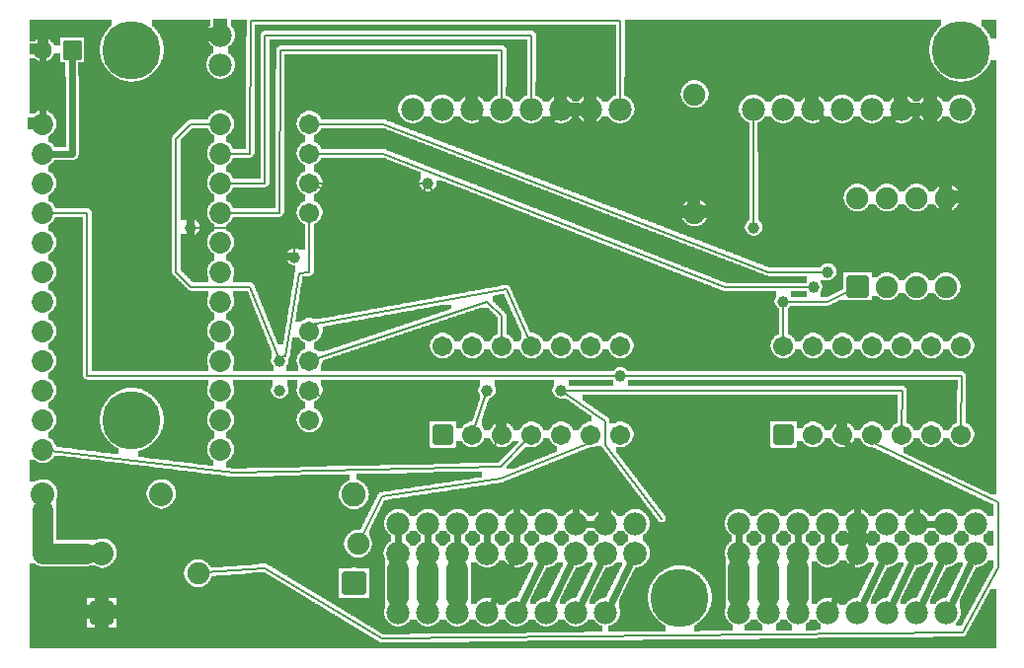
<source format=gbl>
G04 MADE WITH FRITZING*
G04 WWW.FRITZING.ORG*
G04 DOUBLE SIDED*
G04 HOLES PLATED*
G04 CONTOUR ON CENTER OF CONTOUR VECTOR*
%ASAXBY*%
%FSLAX23Y23*%
%MOIN*%
%OFA0B0*%
%SFA1.0B1.0*%
%ADD10C,0.075000*%
%ADD11C,0.080000*%
%ADD12C,0.039370*%
%ADD13C,0.075433*%
%ADD14C,0.078000*%
%ADD15C,0.072892*%
%ADD16C,0.067559*%
%ADD17C,0.196851*%
%ADD18C,0.082000*%
%ADD19C,0.079370*%
%ADD20C,0.062992*%
%ADD21C,0.070000*%
%ADD22C,0.024000*%
%ADD23C,0.008000*%
%ADD24C,0.048000*%
%ADD25C,0.072000*%
%ADD26C,0.020000*%
%ADD27C,0.015748*%
%LNCOPPER0*%
G90*
G70*
G54D10*
X543Y2096D03*
X1805Y2078D03*
X97Y1950D03*
X558Y874D03*
X605Y1562D03*
X786Y1074D03*
X1080Y884D03*
X1670Y886D03*
X3060Y886D03*
X2129Y2098D03*
X2773Y255D03*
X1623Y255D03*
X1918Y654D03*
X2836Y1263D03*
X2836Y1563D03*
X2936Y1263D03*
X2936Y1563D03*
X3036Y1263D03*
X3036Y1563D03*
X3136Y1263D03*
X3136Y1563D03*
G54D11*
X286Y163D03*
X286Y363D03*
G54D12*
X2036Y962D03*
X1836Y913D03*
X1586Y913D03*
X2586Y1213D03*
X2736Y1313D03*
X2688Y1262D03*
X2486Y1463D03*
X1386Y1613D03*
X886Y1013D03*
X886Y913D03*
X586Y1463D03*
X936Y1363D03*
G54D13*
X1150Y395D03*
X610Y295D03*
G54D14*
X686Y2013D03*
X686Y2113D03*
G54D15*
X86Y1813D03*
X86Y1713D03*
X86Y1613D03*
X86Y1513D03*
X86Y1413D03*
X686Y913D03*
X686Y1013D03*
X686Y1113D03*
X86Y1313D03*
X86Y813D03*
X86Y713D03*
X86Y1213D03*
X86Y1113D03*
X86Y1013D03*
X86Y913D03*
X686Y713D03*
X686Y813D03*
X686Y1713D03*
X686Y1613D03*
X686Y1513D03*
X686Y1413D03*
X686Y1313D03*
X686Y1213D03*
X686Y1813D03*
G54D16*
X1436Y763D03*
X1436Y1063D03*
X1536Y763D03*
X1536Y1063D03*
X1636Y763D03*
X1636Y1063D03*
X1736Y763D03*
X1736Y1063D03*
X1836Y763D03*
X1836Y1063D03*
X1936Y763D03*
X1936Y1063D03*
X2036Y763D03*
X2036Y1063D03*
X2586Y763D03*
X2586Y1063D03*
X2686Y763D03*
X2686Y1063D03*
X2786Y763D03*
X2786Y1063D03*
X2886Y763D03*
X2886Y1063D03*
X2986Y763D03*
X2986Y1063D03*
X3086Y763D03*
X3086Y1063D03*
X3186Y763D03*
X3186Y1063D03*
G54D17*
X3186Y2063D03*
X2236Y213D03*
X386Y813D03*
X386Y2063D03*
G54D14*
X3136Y163D03*
X3036Y163D03*
X2936Y163D03*
X2836Y163D03*
X2736Y163D03*
X2636Y163D03*
X2536Y163D03*
X2436Y163D03*
X1986Y163D03*
X1886Y163D03*
X1786Y163D03*
X1686Y163D03*
X1586Y163D03*
X1486Y163D03*
X1386Y163D03*
X1286Y163D03*
G54D16*
X986Y1113D03*
X986Y1013D03*
X986Y913D03*
X986Y813D03*
X986Y1813D03*
X986Y1713D03*
X986Y1613D03*
X986Y1513D03*
G54D18*
X1136Y263D03*
X1136Y561D03*
G54D11*
X86Y563D03*
X486Y563D03*
G54D14*
X2034Y1863D03*
X1934Y1863D03*
X1834Y1863D03*
X1734Y1863D03*
X1634Y1863D03*
X1534Y1863D03*
X1434Y1863D03*
X1334Y1863D03*
X3184Y1863D03*
X3084Y1863D03*
X2984Y1863D03*
X2884Y1863D03*
X2784Y1863D03*
X2684Y1863D03*
X2584Y1863D03*
X2484Y1863D03*
G54D19*
X2086Y363D03*
X1986Y363D03*
X1886Y363D03*
X1786Y363D03*
X1686Y363D03*
X1586Y363D03*
X1486Y363D03*
X1386Y363D03*
X1286Y363D03*
G54D14*
X2086Y463D03*
X1986Y463D03*
X1886Y463D03*
X1786Y463D03*
X1686Y463D03*
X1586Y463D03*
X1486Y463D03*
X1386Y463D03*
X1286Y463D03*
X3236Y363D03*
X3136Y363D03*
X3036Y363D03*
X2936Y363D03*
X2836Y363D03*
X2736Y363D03*
X2636Y363D03*
X2536Y363D03*
X2436Y363D03*
X3236Y463D03*
X3136Y463D03*
X3036Y463D03*
X2936Y463D03*
X2836Y463D03*
X2736Y463D03*
X2636Y463D03*
X2536Y463D03*
X2436Y463D03*
G54D10*
X2286Y1913D03*
X2286Y1513D03*
G54D20*
X185Y2063D03*
X86Y2063D03*
G54D21*
X86Y363D02*
X233Y363D01*
D02*
X86Y510D02*
X86Y363D01*
G54D22*
D02*
X3066Y463D02*
X3106Y463D01*
D02*
X1916Y463D02*
X1956Y463D01*
D02*
X1686Y563D02*
X1686Y494D01*
D02*
X1886Y563D02*
X1686Y563D01*
D02*
X1886Y494D02*
X1886Y563D01*
D02*
X2836Y563D02*
X2836Y494D01*
D02*
X3036Y563D02*
X2836Y563D01*
D02*
X3036Y494D02*
X3036Y563D01*
G54D23*
D02*
X236Y1513D02*
X111Y1513D01*
D02*
X2023Y962D02*
X236Y963D01*
D02*
X236Y963D02*
X236Y1513D01*
D02*
X3187Y962D02*
X2050Y962D01*
D02*
X3186Y783D02*
X3187Y962D01*
D02*
X2987Y913D02*
X1850Y913D01*
D02*
X2986Y783D02*
X2987Y913D01*
G54D22*
D02*
X1286Y394D02*
X1286Y433D01*
D02*
X1386Y394D02*
X1386Y433D01*
D02*
X1486Y394D02*
X1486Y433D01*
D02*
X2436Y394D02*
X2436Y433D01*
D02*
X2536Y394D02*
X2536Y433D01*
D02*
X2636Y394D02*
X2636Y433D01*
D02*
X2736Y433D02*
X2736Y394D01*
D02*
X1586Y433D02*
X1586Y394D01*
D02*
X1686Y394D02*
X1686Y433D01*
G54D23*
D02*
X2586Y1200D02*
X2586Y1083D01*
D02*
X2736Y1213D02*
X2600Y1213D01*
D02*
X2816Y1253D02*
X2736Y1213D01*
D02*
X1636Y1165D02*
X1636Y1083D01*
D02*
X1585Y1213D02*
X1636Y1165D01*
D02*
X1005Y1020D02*
X1585Y1213D01*
D02*
X2036Y2162D02*
X2034Y1888D01*
D02*
X787Y2162D02*
X2036Y2162D01*
D02*
X785Y1713D02*
X787Y2162D01*
D02*
X711Y1713D02*
X785Y1713D01*
D02*
X1736Y2113D02*
X1735Y1888D01*
D02*
X836Y2113D02*
X1736Y2113D01*
D02*
X836Y1613D02*
X836Y2113D01*
D02*
X711Y1613D02*
X836Y1613D01*
D02*
X885Y1513D02*
X711Y1513D01*
D02*
X1636Y2062D02*
X887Y2062D01*
D02*
X887Y2062D02*
X885Y1513D01*
D02*
X1635Y1888D02*
X1636Y2062D01*
D02*
X2536Y1313D02*
X2723Y1313D01*
D02*
X1236Y1813D02*
X2536Y1313D01*
D02*
X1006Y1813D02*
X1236Y1813D01*
D02*
X1006Y1713D02*
X1236Y1713D01*
D02*
X2388Y1262D02*
X2675Y1262D01*
D02*
X1236Y1713D02*
X2388Y1262D01*
D02*
X2486Y1477D02*
X2484Y1839D01*
G54D22*
D02*
X86Y2037D02*
X86Y1844D01*
D02*
X186Y1713D02*
X117Y1713D01*
D02*
X185Y2037D02*
X186Y1713D01*
G54D23*
D02*
X1373Y1613D02*
X1006Y1613D01*
D02*
X786Y1263D02*
X881Y1026D01*
D02*
X586Y1263D02*
X786Y1263D01*
D02*
X536Y1313D02*
X586Y1263D01*
D02*
X536Y1763D02*
X536Y1313D01*
D02*
X586Y1813D02*
X536Y1763D01*
D02*
X661Y1813D02*
X586Y1813D01*
D02*
X986Y1313D02*
X951Y1310D01*
D02*
X951Y1310D02*
X905Y1030D01*
D02*
X986Y1494D02*
X986Y1313D01*
D02*
X905Y1030D02*
X895Y1030D01*
D02*
X895Y1030D02*
X893Y1025D01*
D02*
X1187Y1513D02*
X1004Y1605D01*
D02*
X1186Y1213D02*
X1187Y1513D01*
D02*
X902Y1463D02*
X936Y1413D01*
D02*
X936Y1413D02*
X936Y1377D01*
D02*
X600Y1463D02*
X902Y1463D01*
D02*
X1386Y1613D02*
X1515Y1400D01*
D02*
X1378Y1603D02*
X1375Y1600D01*
X1375Y1600D02*
X1375Y1390D01*
X1375Y1390D02*
X1565Y1390D01*
D02*
X1542Y782D02*
X1582Y901D01*
D02*
X1847Y906D02*
X1855Y900D01*
X1855Y900D02*
X1985Y810D01*
X1985Y810D02*
X1985Y730D01*
X1985Y730D02*
X2175Y480D01*
D02*
X111Y710D02*
X730Y635D01*
D02*
X730Y635D02*
X1630Y655D01*
X1630Y655D02*
X1723Y750D01*
D02*
X1728Y1081D02*
X1650Y1255D01*
X1650Y1255D02*
X990Y1135D01*
D02*
X990Y1135D02*
X990Y1133D01*
D02*
X1160Y416D02*
X1230Y555D01*
X1230Y555D02*
X1630Y615D01*
X1630Y615D02*
X1930Y735D01*
X1930Y735D02*
X1932Y745D01*
D02*
X836Y313D02*
X1230Y75D01*
D02*
X633Y297D02*
X836Y313D01*
D02*
X1230Y75D02*
X3190Y95D01*
X3190Y95D02*
X3310Y315D01*
X3310Y315D02*
X3310Y535D01*
X3310Y535D02*
X2890Y735D01*
X2890Y735D02*
X2889Y744D01*
D02*
X1625Y747D02*
X1590Y695D01*
X1590Y695D02*
X1370Y695D01*
X1370Y695D02*
X1003Y904D01*
G54D24*
D02*
X1876Y1863D02*
X1893Y1863D01*
D02*
X3026Y1863D02*
X3043Y1863D01*
G54D25*
D02*
X2836Y416D02*
X2836Y411D01*
D02*
X1286Y310D02*
X1286Y216D01*
D02*
X1386Y310D02*
X1386Y216D01*
D02*
X1486Y310D02*
X1486Y216D01*
D02*
X2436Y311D02*
X2436Y216D01*
D02*
X2536Y311D02*
X2536Y216D01*
D02*
X2636Y311D02*
X2636Y216D01*
G54D22*
D02*
X3150Y190D02*
X3223Y337D01*
D02*
X3050Y190D02*
X3123Y337D01*
D02*
X2950Y190D02*
X3023Y337D01*
D02*
X2850Y190D02*
X2923Y337D01*
D02*
X2000Y190D02*
X2072Y336D01*
D02*
X1972Y336D02*
X1900Y190D01*
D02*
X1800Y190D02*
X1872Y336D01*
D02*
X1700Y190D02*
X1772Y336D01*
D02*
X1600Y190D02*
X1672Y336D01*
D02*
X2750Y190D02*
X2823Y337D01*
D02*
X2836Y663D02*
X2797Y741D01*
D02*
X2836Y494D02*
X2836Y663D01*
D02*
X2884Y1762D02*
X2963Y1842D01*
D02*
X2788Y1762D02*
X2884Y1762D01*
D02*
X2706Y1842D02*
X2788Y1762D01*
D02*
X1736Y1763D02*
X1813Y1842D01*
D02*
X1636Y1763D02*
X1736Y1763D01*
D02*
X1556Y1842D02*
X1636Y1763D01*
G36*
X40Y2165D02*
X40Y2105D01*
X226Y2105D01*
X226Y2023D01*
X206Y2023D01*
X206Y1975D01*
X208Y1975D01*
X208Y1955D01*
X376Y1955D01*
X376Y1957D01*
X364Y1957D01*
X364Y1959D01*
X358Y1959D01*
X358Y1961D01*
X352Y1961D01*
X352Y1963D01*
X346Y1963D01*
X346Y1965D01*
X342Y1965D01*
X342Y1967D01*
X338Y1967D01*
X338Y1969D01*
X336Y1969D01*
X336Y1971D01*
X332Y1971D01*
X332Y1973D01*
X328Y1973D01*
X328Y1975D01*
X326Y1975D01*
X326Y1977D01*
X324Y1977D01*
X324Y1979D01*
X320Y1979D01*
X320Y1981D01*
X318Y1981D01*
X318Y1983D01*
X316Y1983D01*
X316Y1985D01*
X314Y1985D01*
X314Y1987D01*
X312Y1987D01*
X312Y1989D01*
X310Y1989D01*
X310Y1991D01*
X308Y1991D01*
X308Y1993D01*
X306Y1993D01*
X306Y1995D01*
X304Y1995D01*
X304Y1997D01*
X302Y1997D01*
X302Y2001D01*
X300Y2001D01*
X300Y2003D01*
X298Y2003D01*
X298Y2005D01*
X296Y2005D01*
X296Y2009D01*
X294Y2009D01*
X294Y2011D01*
X292Y2011D01*
X292Y2015D01*
X290Y2015D01*
X290Y2019D01*
X288Y2019D01*
X288Y2023D01*
X286Y2023D01*
X286Y2027D01*
X284Y2027D01*
X284Y2033D01*
X282Y2033D01*
X282Y2039D01*
X280Y2039D01*
X280Y2049D01*
X278Y2049D01*
X278Y2079D01*
X280Y2079D01*
X280Y2087D01*
X282Y2087D01*
X282Y2095D01*
X284Y2095D01*
X284Y2099D01*
X286Y2099D01*
X286Y2105D01*
X288Y2105D01*
X288Y2109D01*
X290Y2109D01*
X290Y2113D01*
X292Y2113D01*
X292Y2115D01*
X294Y2115D01*
X294Y2119D01*
X296Y2119D01*
X296Y2123D01*
X298Y2123D01*
X298Y2125D01*
X300Y2125D01*
X300Y2127D01*
X302Y2127D01*
X302Y2129D01*
X304Y2129D01*
X304Y2133D01*
X306Y2133D01*
X306Y2135D01*
X308Y2135D01*
X308Y2137D01*
X310Y2137D01*
X310Y2139D01*
X312Y2139D01*
X312Y2141D01*
X314Y2141D01*
X314Y2143D01*
X316Y2143D01*
X316Y2145D01*
X318Y2145D01*
X318Y2165D01*
X40Y2165D01*
G37*
D02*
G36*
X454Y2165D02*
X454Y2145D01*
X456Y2145D01*
X456Y2143D01*
X458Y2143D01*
X458Y2141D01*
X460Y2141D01*
X460Y2139D01*
X462Y2139D01*
X462Y2137D01*
X464Y2137D01*
X464Y2135D01*
X466Y2135D01*
X466Y2133D01*
X468Y2133D01*
X468Y2131D01*
X470Y2131D01*
X470Y2127D01*
X472Y2127D01*
X472Y2125D01*
X474Y2125D01*
X474Y2123D01*
X476Y2123D01*
X476Y2119D01*
X478Y2119D01*
X478Y2117D01*
X480Y2117D01*
X480Y2113D01*
X482Y2113D01*
X482Y2109D01*
X484Y2109D01*
X484Y2105D01*
X486Y2105D01*
X486Y2101D01*
X488Y2101D01*
X488Y2095D01*
X490Y2095D01*
X490Y2089D01*
X492Y2089D01*
X492Y2079D01*
X494Y2079D01*
X494Y2047D01*
X492Y2047D01*
X492Y2039D01*
X490Y2039D01*
X490Y2033D01*
X488Y2033D01*
X488Y2027D01*
X486Y2027D01*
X486Y2023D01*
X484Y2023D01*
X484Y2019D01*
X482Y2019D01*
X482Y2015D01*
X480Y2015D01*
X480Y2011D01*
X478Y2011D01*
X478Y2009D01*
X476Y2009D01*
X476Y2005D01*
X474Y2005D01*
X474Y2003D01*
X472Y2003D01*
X472Y1999D01*
X470Y1999D01*
X470Y1997D01*
X468Y1997D01*
X468Y1995D01*
X466Y1995D01*
X466Y1993D01*
X464Y1993D01*
X464Y1991D01*
X462Y1991D01*
X462Y1989D01*
X460Y1989D01*
X460Y1987D01*
X458Y1987D01*
X458Y1985D01*
X456Y1985D01*
X456Y1983D01*
X454Y1983D01*
X454Y1981D01*
X452Y1981D01*
X452Y1979D01*
X448Y1979D01*
X448Y1977D01*
X446Y1977D01*
X446Y1975D01*
X444Y1975D01*
X444Y1973D01*
X440Y1973D01*
X440Y1971D01*
X438Y1971D01*
X438Y1969D01*
X434Y1969D01*
X434Y1967D01*
X430Y1967D01*
X430Y1965D01*
X676Y1965D01*
X676Y1967D01*
X672Y1967D01*
X672Y1969D01*
X666Y1969D01*
X666Y1971D01*
X664Y1971D01*
X664Y1973D01*
X660Y1973D01*
X660Y1975D01*
X658Y1975D01*
X658Y1977D01*
X656Y1977D01*
X656Y1979D01*
X652Y1979D01*
X652Y1981D01*
X650Y1981D01*
X650Y1985D01*
X648Y1985D01*
X648Y1987D01*
X646Y1987D01*
X646Y1989D01*
X644Y1989D01*
X644Y1993D01*
X642Y1993D01*
X642Y1997D01*
X640Y1997D01*
X640Y2003D01*
X638Y2003D01*
X638Y2025D01*
X640Y2025D01*
X640Y2031D01*
X642Y2031D01*
X642Y2035D01*
X644Y2035D01*
X644Y2037D01*
X646Y2037D01*
X646Y2041D01*
X648Y2041D01*
X648Y2043D01*
X650Y2043D01*
X650Y2045D01*
X652Y2045D01*
X652Y2047D01*
X654Y2047D01*
X654Y2049D01*
X656Y2049D01*
X656Y2051D01*
X658Y2051D01*
X658Y2053D01*
X660Y2053D01*
X660Y2075D01*
X658Y2075D01*
X658Y2077D01*
X656Y2077D01*
X656Y2079D01*
X652Y2079D01*
X652Y2081D01*
X650Y2081D01*
X650Y2085D01*
X648Y2085D01*
X648Y2087D01*
X646Y2087D01*
X646Y2089D01*
X644Y2089D01*
X644Y2093D01*
X642Y2093D01*
X642Y2097D01*
X640Y2097D01*
X640Y2103D01*
X638Y2103D01*
X638Y2125D01*
X640Y2125D01*
X640Y2131D01*
X642Y2131D01*
X642Y2135D01*
X644Y2135D01*
X644Y2137D01*
X646Y2137D01*
X646Y2141D01*
X648Y2141D01*
X648Y2143D01*
X650Y2143D01*
X650Y2145D01*
X652Y2145D01*
X652Y2165D01*
X454Y2165D01*
G37*
D02*
G36*
X720Y2165D02*
X720Y2145D01*
X722Y2145D01*
X722Y2143D01*
X724Y2143D01*
X724Y2141D01*
X726Y2141D01*
X726Y2139D01*
X728Y2139D01*
X728Y2135D01*
X730Y2135D01*
X730Y2131D01*
X732Y2131D01*
X732Y2125D01*
X734Y2125D01*
X734Y2117D01*
X736Y2117D01*
X736Y2111D01*
X734Y2111D01*
X734Y2101D01*
X732Y2101D01*
X732Y2097D01*
X730Y2097D01*
X730Y2093D01*
X728Y2093D01*
X728Y2089D01*
X726Y2089D01*
X726Y2087D01*
X724Y2087D01*
X724Y2083D01*
X722Y2083D01*
X722Y2081D01*
X720Y2081D01*
X720Y2079D01*
X718Y2079D01*
X718Y2077D01*
X714Y2077D01*
X714Y2075D01*
X712Y2075D01*
X712Y2053D01*
X714Y2053D01*
X714Y2051D01*
X716Y2051D01*
X716Y2049D01*
X720Y2049D01*
X720Y2045D01*
X722Y2045D01*
X722Y2043D01*
X724Y2043D01*
X724Y2041D01*
X726Y2041D01*
X726Y2039D01*
X728Y2039D01*
X728Y2035D01*
X730Y2035D01*
X730Y2031D01*
X732Y2031D01*
X732Y2025D01*
X734Y2025D01*
X734Y2017D01*
X736Y2017D01*
X736Y2011D01*
X734Y2011D01*
X734Y2001D01*
X732Y2001D01*
X732Y1997D01*
X730Y1997D01*
X730Y1993D01*
X728Y1993D01*
X728Y1989D01*
X726Y1989D01*
X726Y1987D01*
X724Y1987D01*
X724Y1983D01*
X722Y1983D01*
X722Y1981D01*
X720Y1981D01*
X720Y1979D01*
X718Y1979D01*
X718Y1977D01*
X714Y1977D01*
X714Y1975D01*
X712Y1975D01*
X712Y1973D01*
X710Y1973D01*
X710Y1971D01*
X706Y1971D01*
X706Y1969D01*
X702Y1969D01*
X702Y1967D01*
X696Y1967D01*
X696Y1965D01*
X772Y1965D01*
X772Y2107D01*
X774Y2107D01*
X774Y2165D01*
X720Y2165D01*
G37*
D02*
G36*
X40Y2105D02*
X40Y2093D01*
X60Y2093D01*
X60Y2095D01*
X62Y2095D01*
X62Y2097D01*
X64Y2097D01*
X64Y2099D01*
X68Y2099D01*
X68Y2101D01*
X72Y2101D01*
X72Y2103D01*
X78Y2103D01*
X78Y2105D01*
X40Y2105D01*
G37*
D02*
G36*
X94Y2105D02*
X94Y2103D01*
X100Y2103D01*
X100Y2101D01*
X104Y2101D01*
X104Y2099D01*
X108Y2099D01*
X108Y2097D01*
X110Y2097D01*
X110Y2095D01*
X112Y2095D01*
X112Y2093D01*
X114Y2093D01*
X114Y2091D01*
X116Y2091D01*
X116Y2089D01*
X118Y2089D01*
X118Y2087D01*
X120Y2087D01*
X120Y2085D01*
X122Y2085D01*
X122Y2081D01*
X124Y2081D01*
X124Y2077D01*
X144Y2077D01*
X144Y2105D01*
X94Y2105D01*
G37*
D02*
G36*
X426Y1965D02*
X426Y1963D01*
X772Y1963D01*
X772Y1965D01*
X426Y1965D01*
G37*
D02*
G36*
X426Y1965D02*
X426Y1963D01*
X772Y1963D01*
X772Y1965D01*
X426Y1965D01*
G37*
D02*
G36*
X420Y1963D02*
X420Y1961D01*
X414Y1961D01*
X414Y1959D01*
X408Y1959D01*
X408Y1957D01*
X396Y1957D01*
X396Y1955D01*
X772Y1955D01*
X772Y1963D01*
X420Y1963D01*
G37*
D02*
G36*
X208Y1955D02*
X208Y1953D01*
X772Y1953D01*
X772Y1955D01*
X208Y1955D01*
G37*
D02*
G36*
X208Y1955D02*
X208Y1953D01*
X772Y1953D01*
X772Y1955D01*
X208Y1955D01*
G37*
D02*
G36*
X208Y1953D02*
X208Y1861D01*
X690Y1861D01*
X690Y1859D01*
X698Y1859D01*
X698Y1857D01*
X704Y1857D01*
X704Y1855D01*
X706Y1855D01*
X706Y1853D01*
X710Y1853D01*
X710Y1851D01*
X712Y1851D01*
X712Y1849D01*
X716Y1849D01*
X716Y1847D01*
X718Y1847D01*
X718Y1845D01*
X720Y1845D01*
X720Y1843D01*
X722Y1843D01*
X722Y1839D01*
X724Y1839D01*
X724Y1837D01*
X726Y1837D01*
X726Y1833D01*
X728Y1833D01*
X728Y1829D01*
X730Y1829D01*
X730Y1825D01*
X732Y1825D01*
X732Y1803D01*
X730Y1803D01*
X730Y1797D01*
X728Y1797D01*
X728Y1795D01*
X726Y1795D01*
X726Y1791D01*
X724Y1791D01*
X724Y1787D01*
X722Y1787D01*
X722Y1785D01*
X720Y1785D01*
X720Y1783D01*
X718Y1783D01*
X718Y1781D01*
X716Y1781D01*
X716Y1779D01*
X714Y1779D01*
X714Y1777D01*
X712Y1777D01*
X712Y1775D01*
X708Y1775D01*
X708Y1773D01*
X706Y1773D01*
X706Y1753D01*
X710Y1753D01*
X710Y1751D01*
X712Y1751D01*
X712Y1749D01*
X716Y1749D01*
X716Y1747D01*
X718Y1747D01*
X718Y1745D01*
X720Y1745D01*
X720Y1743D01*
X722Y1743D01*
X722Y1739D01*
X724Y1739D01*
X724Y1737D01*
X726Y1737D01*
X726Y1733D01*
X728Y1733D01*
X728Y1729D01*
X730Y1729D01*
X730Y1727D01*
X772Y1727D01*
X772Y1953D01*
X208Y1953D01*
G37*
D02*
G36*
X208Y1861D02*
X208Y1707D01*
X206Y1707D01*
X206Y1703D01*
X204Y1703D01*
X204Y1699D01*
X202Y1699D01*
X202Y1697D01*
X200Y1697D01*
X200Y1695D01*
X196Y1695D01*
X196Y1693D01*
X188Y1693D01*
X188Y1691D01*
X124Y1691D01*
X124Y1687D01*
X122Y1687D01*
X122Y1685D01*
X120Y1685D01*
X120Y1683D01*
X118Y1683D01*
X118Y1681D01*
X116Y1681D01*
X116Y1679D01*
X114Y1679D01*
X114Y1677D01*
X112Y1677D01*
X112Y1675D01*
X108Y1675D01*
X108Y1673D01*
X106Y1673D01*
X106Y1653D01*
X110Y1653D01*
X110Y1651D01*
X112Y1651D01*
X112Y1649D01*
X116Y1649D01*
X116Y1647D01*
X118Y1647D01*
X118Y1645D01*
X120Y1645D01*
X120Y1643D01*
X122Y1643D01*
X122Y1639D01*
X124Y1639D01*
X124Y1637D01*
X126Y1637D01*
X126Y1633D01*
X128Y1633D01*
X128Y1629D01*
X130Y1629D01*
X130Y1625D01*
X132Y1625D01*
X132Y1603D01*
X130Y1603D01*
X130Y1597D01*
X128Y1597D01*
X128Y1595D01*
X126Y1595D01*
X126Y1591D01*
X124Y1591D01*
X124Y1587D01*
X122Y1587D01*
X122Y1585D01*
X120Y1585D01*
X120Y1583D01*
X118Y1583D01*
X118Y1581D01*
X116Y1581D01*
X116Y1579D01*
X114Y1579D01*
X114Y1577D01*
X112Y1577D01*
X112Y1575D01*
X108Y1575D01*
X108Y1573D01*
X106Y1573D01*
X106Y1553D01*
X110Y1553D01*
X110Y1551D01*
X112Y1551D01*
X112Y1549D01*
X116Y1549D01*
X116Y1547D01*
X118Y1547D01*
X118Y1545D01*
X120Y1545D01*
X120Y1543D01*
X122Y1543D01*
X122Y1539D01*
X124Y1539D01*
X124Y1537D01*
X126Y1537D01*
X126Y1533D01*
X128Y1533D01*
X128Y1529D01*
X130Y1529D01*
X130Y1527D01*
X242Y1527D01*
X242Y1525D01*
X246Y1525D01*
X246Y1523D01*
X248Y1523D01*
X248Y1519D01*
X250Y1519D01*
X250Y977D01*
X644Y977D01*
X644Y999D01*
X642Y999D01*
X642Y1005D01*
X640Y1005D01*
X640Y1023D01*
X642Y1023D01*
X642Y1029D01*
X644Y1029D01*
X644Y1033D01*
X646Y1033D01*
X646Y1037D01*
X648Y1037D01*
X648Y1039D01*
X650Y1039D01*
X650Y1041D01*
X652Y1041D01*
X652Y1045D01*
X654Y1045D01*
X654Y1047D01*
X658Y1047D01*
X658Y1049D01*
X660Y1049D01*
X660Y1051D01*
X662Y1051D01*
X662Y1053D01*
X666Y1053D01*
X666Y1073D01*
X664Y1073D01*
X664Y1075D01*
X662Y1075D01*
X662Y1077D01*
X658Y1077D01*
X658Y1079D01*
X656Y1079D01*
X656Y1081D01*
X654Y1081D01*
X654Y1083D01*
X652Y1083D01*
X652Y1085D01*
X650Y1085D01*
X650Y1089D01*
X648Y1089D01*
X648Y1091D01*
X646Y1091D01*
X646Y1095D01*
X644Y1095D01*
X644Y1099D01*
X642Y1099D01*
X642Y1105D01*
X640Y1105D01*
X640Y1123D01*
X642Y1123D01*
X642Y1129D01*
X644Y1129D01*
X644Y1133D01*
X646Y1133D01*
X646Y1137D01*
X648Y1137D01*
X648Y1139D01*
X650Y1139D01*
X650Y1141D01*
X652Y1141D01*
X652Y1145D01*
X654Y1145D01*
X654Y1147D01*
X658Y1147D01*
X658Y1149D01*
X660Y1149D01*
X660Y1151D01*
X662Y1151D01*
X662Y1153D01*
X666Y1153D01*
X666Y1173D01*
X664Y1173D01*
X664Y1175D01*
X662Y1175D01*
X662Y1177D01*
X658Y1177D01*
X658Y1179D01*
X656Y1179D01*
X656Y1181D01*
X654Y1181D01*
X654Y1183D01*
X652Y1183D01*
X652Y1185D01*
X650Y1185D01*
X650Y1189D01*
X648Y1189D01*
X648Y1191D01*
X646Y1191D01*
X646Y1195D01*
X644Y1195D01*
X644Y1199D01*
X642Y1199D01*
X642Y1205D01*
X640Y1205D01*
X640Y1223D01*
X642Y1223D01*
X642Y1229D01*
X644Y1229D01*
X644Y1249D01*
X584Y1249D01*
X584Y1251D01*
X578Y1251D01*
X578Y1253D01*
X576Y1253D01*
X576Y1255D01*
X574Y1255D01*
X574Y1257D01*
X572Y1257D01*
X572Y1259D01*
X570Y1259D01*
X570Y1261D01*
X568Y1261D01*
X568Y1263D01*
X566Y1263D01*
X566Y1265D01*
X564Y1265D01*
X564Y1267D01*
X562Y1267D01*
X562Y1269D01*
X560Y1269D01*
X560Y1271D01*
X558Y1271D01*
X558Y1273D01*
X556Y1273D01*
X556Y1275D01*
X554Y1275D01*
X554Y1277D01*
X552Y1277D01*
X552Y1279D01*
X550Y1279D01*
X550Y1281D01*
X548Y1281D01*
X548Y1283D01*
X546Y1283D01*
X546Y1285D01*
X544Y1285D01*
X544Y1287D01*
X542Y1287D01*
X542Y1289D01*
X540Y1289D01*
X540Y1291D01*
X538Y1291D01*
X538Y1293D01*
X536Y1293D01*
X536Y1295D01*
X534Y1295D01*
X534Y1297D01*
X532Y1297D01*
X532Y1299D01*
X530Y1299D01*
X530Y1301D01*
X528Y1301D01*
X528Y1303D01*
X526Y1303D01*
X526Y1305D01*
X524Y1305D01*
X524Y1309D01*
X522Y1309D01*
X522Y1769D01*
X524Y1769D01*
X524Y1773D01*
X526Y1773D01*
X526Y1775D01*
X528Y1775D01*
X528Y1777D01*
X530Y1777D01*
X530Y1779D01*
X532Y1779D01*
X532Y1781D01*
X534Y1781D01*
X534Y1783D01*
X536Y1783D01*
X536Y1785D01*
X538Y1785D01*
X538Y1787D01*
X540Y1787D01*
X540Y1789D01*
X542Y1789D01*
X542Y1791D01*
X544Y1791D01*
X544Y1793D01*
X546Y1793D01*
X546Y1795D01*
X548Y1795D01*
X548Y1797D01*
X550Y1797D01*
X550Y1799D01*
X552Y1799D01*
X552Y1801D01*
X554Y1801D01*
X554Y1803D01*
X556Y1803D01*
X556Y1805D01*
X558Y1805D01*
X558Y1807D01*
X560Y1807D01*
X560Y1809D01*
X562Y1809D01*
X562Y1811D01*
X564Y1811D01*
X564Y1813D01*
X566Y1813D01*
X566Y1815D01*
X568Y1815D01*
X568Y1817D01*
X570Y1817D01*
X570Y1819D01*
X572Y1819D01*
X572Y1821D01*
X574Y1821D01*
X574Y1823D01*
X576Y1823D01*
X576Y1825D01*
X580Y1825D01*
X580Y1827D01*
X642Y1827D01*
X642Y1829D01*
X644Y1829D01*
X644Y1833D01*
X646Y1833D01*
X646Y1837D01*
X648Y1837D01*
X648Y1839D01*
X650Y1839D01*
X650Y1841D01*
X652Y1841D01*
X652Y1845D01*
X654Y1845D01*
X654Y1847D01*
X658Y1847D01*
X658Y1849D01*
X660Y1849D01*
X660Y1851D01*
X662Y1851D01*
X662Y1853D01*
X666Y1853D01*
X666Y1855D01*
X668Y1855D01*
X668Y1857D01*
X674Y1857D01*
X674Y1859D01*
X682Y1859D01*
X682Y1861D01*
X208Y1861D01*
G37*
D02*
G36*
X3254Y2165D02*
X3254Y2145D01*
X3256Y2145D01*
X3256Y2143D01*
X3258Y2143D01*
X3258Y2141D01*
X3260Y2141D01*
X3260Y2139D01*
X3262Y2139D01*
X3262Y2137D01*
X3264Y2137D01*
X3264Y2135D01*
X3266Y2135D01*
X3266Y2133D01*
X3268Y2133D01*
X3268Y2131D01*
X3270Y2131D01*
X3270Y2127D01*
X3272Y2127D01*
X3272Y2125D01*
X3274Y2125D01*
X3274Y2123D01*
X3276Y2123D01*
X3276Y2119D01*
X3278Y2119D01*
X3278Y2117D01*
X3280Y2117D01*
X3280Y2113D01*
X3282Y2113D01*
X3282Y2109D01*
X3284Y2109D01*
X3284Y2105D01*
X3286Y2105D01*
X3286Y2101D01*
X3306Y2101D01*
X3306Y2165D01*
X3254Y2165D01*
G37*
D02*
G36*
X802Y2149D02*
X802Y2127D01*
X1742Y2127D01*
X1742Y2125D01*
X1746Y2125D01*
X1746Y2123D01*
X1748Y2123D01*
X1748Y2119D01*
X1750Y2119D01*
X1750Y1955D01*
X1748Y1955D01*
X1748Y1913D01*
X1942Y1913D01*
X1942Y1911D01*
X1948Y1911D01*
X1948Y1909D01*
X1954Y1909D01*
X1954Y1907D01*
X1956Y1907D01*
X1956Y1905D01*
X1960Y1905D01*
X1960Y1903D01*
X1962Y1903D01*
X1962Y1901D01*
X1964Y1901D01*
X1964Y1899D01*
X1968Y1899D01*
X1968Y1897D01*
X1970Y1897D01*
X1970Y1893D01*
X1972Y1893D01*
X1972Y1891D01*
X1974Y1891D01*
X1974Y1889D01*
X1994Y1889D01*
X1994Y1891D01*
X1996Y1891D01*
X1996Y1893D01*
X1998Y1893D01*
X1998Y1895D01*
X2000Y1895D01*
X2000Y1897D01*
X2002Y1897D01*
X2002Y1899D01*
X2004Y1899D01*
X2004Y1901D01*
X2006Y1901D01*
X2006Y1903D01*
X2008Y1903D01*
X2008Y1905D01*
X2012Y1905D01*
X2012Y1907D01*
X2016Y1907D01*
X2016Y1909D01*
X2020Y1909D01*
X2020Y1975D01*
X2022Y1975D01*
X2022Y2149D01*
X802Y2149D01*
G37*
D02*
G36*
X802Y2127D02*
X802Y2105D01*
X800Y2105D01*
X800Y1713D01*
X798Y1713D01*
X798Y1707D01*
X796Y1707D01*
X796Y1705D01*
X794Y1705D01*
X794Y1703D01*
X792Y1703D01*
X792Y1701D01*
X788Y1701D01*
X788Y1699D01*
X730Y1699D01*
X730Y1697D01*
X728Y1697D01*
X728Y1695D01*
X726Y1695D01*
X726Y1691D01*
X724Y1691D01*
X724Y1687D01*
X722Y1687D01*
X722Y1685D01*
X720Y1685D01*
X720Y1683D01*
X718Y1683D01*
X718Y1681D01*
X716Y1681D01*
X716Y1679D01*
X714Y1679D01*
X714Y1677D01*
X712Y1677D01*
X712Y1675D01*
X708Y1675D01*
X708Y1673D01*
X706Y1673D01*
X706Y1653D01*
X710Y1653D01*
X710Y1651D01*
X712Y1651D01*
X712Y1649D01*
X716Y1649D01*
X716Y1647D01*
X718Y1647D01*
X718Y1645D01*
X720Y1645D01*
X720Y1643D01*
X722Y1643D01*
X722Y1639D01*
X724Y1639D01*
X724Y1637D01*
X726Y1637D01*
X726Y1633D01*
X728Y1633D01*
X728Y1629D01*
X730Y1629D01*
X730Y1627D01*
X822Y1627D01*
X822Y2119D01*
X824Y2119D01*
X824Y2121D01*
X826Y2121D01*
X826Y2125D01*
X830Y2125D01*
X830Y2127D01*
X802Y2127D01*
G37*
D02*
G36*
X1748Y1913D02*
X1748Y1909D01*
X1754Y1909D01*
X1754Y1907D01*
X1756Y1907D01*
X1756Y1905D01*
X1760Y1905D01*
X1760Y1903D01*
X1762Y1903D01*
X1762Y1901D01*
X1764Y1901D01*
X1764Y1899D01*
X1768Y1899D01*
X1768Y1897D01*
X1770Y1897D01*
X1770Y1893D01*
X1772Y1893D01*
X1772Y1891D01*
X1774Y1891D01*
X1774Y1889D01*
X1794Y1889D01*
X1794Y1891D01*
X1796Y1891D01*
X1796Y1893D01*
X1798Y1893D01*
X1798Y1895D01*
X1800Y1895D01*
X1800Y1897D01*
X1802Y1897D01*
X1802Y1899D01*
X1804Y1899D01*
X1804Y1901D01*
X1806Y1901D01*
X1806Y1903D01*
X1808Y1903D01*
X1808Y1905D01*
X1812Y1905D01*
X1812Y1907D01*
X1816Y1907D01*
X1816Y1909D01*
X1820Y1909D01*
X1820Y1911D01*
X1828Y1911D01*
X1828Y1913D01*
X1748Y1913D01*
G37*
D02*
G36*
X1842Y1913D02*
X1842Y1911D01*
X1848Y1911D01*
X1848Y1909D01*
X1854Y1909D01*
X1854Y1907D01*
X1856Y1907D01*
X1856Y1905D01*
X1860Y1905D01*
X1860Y1903D01*
X1862Y1903D01*
X1862Y1901D01*
X1864Y1901D01*
X1864Y1899D01*
X1868Y1899D01*
X1868Y1897D01*
X1870Y1897D01*
X1870Y1893D01*
X1872Y1893D01*
X1872Y1891D01*
X1874Y1891D01*
X1874Y1889D01*
X1894Y1889D01*
X1894Y1891D01*
X1896Y1891D01*
X1896Y1893D01*
X1898Y1893D01*
X1898Y1895D01*
X1900Y1895D01*
X1900Y1897D01*
X1902Y1897D01*
X1902Y1899D01*
X1904Y1899D01*
X1904Y1901D01*
X1906Y1901D01*
X1906Y1903D01*
X1908Y1903D01*
X1908Y1905D01*
X1912Y1905D01*
X1912Y1907D01*
X1916Y1907D01*
X1916Y1909D01*
X1920Y1909D01*
X1920Y1911D01*
X1928Y1911D01*
X1928Y1913D01*
X1842Y1913D01*
G37*
D02*
G36*
X850Y2099D02*
X850Y2077D01*
X1640Y2077D01*
X1640Y2075D01*
X1644Y2075D01*
X1644Y2073D01*
X1646Y2073D01*
X1646Y2071D01*
X1648Y2071D01*
X1648Y2069D01*
X1650Y2069D01*
X1650Y1937D01*
X1648Y1937D01*
X1648Y1909D01*
X1654Y1909D01*
X1654Y1907D01*
X1656Y1907D01*
X1656Y1905D01*
X1660Y1905D01*
X1660Y1903D01*
X1662Y1903D01*
X1662Y1901D01*
X1664Y1901D01*
X1664Y1899D01*
X1668Y1899D01*
X1668Y1897D01*
X1670Y1897D01*
X1670Y1893D01*
X1672Y1893D01*
X1672Y1891D01*
X1674Y1891D01*
X1674Y1889D01*
X1694Y1889D01*
X1694Y1891D01*
X1696Y1891D01*
X1696Y1893D01*
X1698Y1893D01*
X1698Y1895D01*
X1700Y1895D01*
X1700Y1897D01*
X1702Y1897D01*
X1702Y1899D01*
X1704Y1899D01*
X1704Y1901D01*
X1706Y1901D01*
X1706Y1903D01*
X1708Y1903D01*
X1708Y1905D01*
X1712Y1905D01*
X1712Y1907D01*
X1716Y1907D01*
X1716Y1909D01*
X1720Y1909D01*
X1720Y1957D01*
X1722Y1957D01*
X1722Y2099D01*
X850Y2099D01*
G37*
D02*
G36*
X850Y2077D02*
X850Y1609D01*
X848Y1609D01*
X848Y1605D01*
X846Y1605D01*
X846Y1603D01*
X844Y1603D01*
X844Y1601D01*
X838Y1601D01*
X838Y1599D01*
X730Y1599D01*
X730Y1597D01*
X728Y1597D01*
X728Y1595D01*
X726Y1595D01*
X726Y1591D01*
X724Y1591D01*
X724Y1587D01*
X722Y1587D01*
X722Y1585D01*
X720Y1585D01*
X720Y1583D01*
X718Y1583D01*
X718Y1581D01*
X716Y1581D01*
X716Y1579D01*
X714Y1579D01*
X714Y1577D01*
X712Y1577D01*
X712Y1575D01*
X708Y1575D01*
X708Y1573D01*
X706Y1573D01*
X706Y1553D01*
X710Y1553D01*
X710Y1551D01*
X712Y1551D01*
X712Y1549D01*
X716Y1549D01*
X716Y1547D01*
X718Y1547D01*
X718Y1545D01*
X720Y1545D01*
X720Y1543D01*
X722Y1543D01*
X722Y1539D01*
X724Y1539D01*
X724Y1537D01*
X726Y1537D01*
X726Y1533D01*
X728Y1533D01*
X728Y1529D01*
X730Y1529D01*
X730Y1527D01*
X872Y1527D01*
X872Y1997D01*
X874Y1997D01*
X874Y2069D01*
X876Y2069D01*
X876Y2071D01*
X878Y2071D01*
X878Y2073D01*
X880Y2073D01*
X880Y2075D01*
X884Y2075D01*
X884Y2077D01*
X850Y2077D01*
G37*
D02*
G36*
X124Y2051D02*
X124Y2047D01*
X122Y2047D01*
X122Y2043D01*
X120Y2043D01*
X120Y2041D01*
X118Y2041D01*
X118Y2039D01*
X116Y2039D01*
X116Y2035D01*
X114Y2035D01*
X114Y2033D01*
X110Y2033D01*
X110Y2031D01*
X108Y2031D01*
X108Y2029D01*
X104Y2029D01*
X104Y2027D01*
X102Y2027D01*
X102Y2025D01*
X96Y2025D01*
X96Y2023D01*
X144Y2023D01*
X144Y2051D01*
X124Y2051D01*
G37*
D02*
G36*
X40Y2035D02*
X40Y2023D01*
X76Y2023D01*
X76Y2025D01*
X70Y2025D01*
X70Y2027D01*
X68Y2027D01*
X68Y2029D01*
X64Y2029D01*
X64Y2031D01*
X62Y2031D01*
X62Y2033D01*
X60Y2033D01*
X60Y2035D01*
X40Y2035D01*
G37*
D02*
G36*
X40Y2023D02*
X40Y2021D01*
X162Y2021D01*
X162Y2023D01*
X40Y2023D01*
G37*
D02*
G36*
X40Y2023D02*
X40Y2021D01*
X162Y2021D01*
X162Y2023D01*
X40Y2023D01*
G37*
D02*
G36*
X40Y2021D02*
X40Y1861D01*
X90Y1861D01*
X90Y1859D01*
X98Y1859D01*
X98Y1857D01*
X104Y1857D01*
X104Y1855D01*
X106Y1855D01*
X106Y1853D01*
X110Y1853D01*
X110Y1851D01*
X112Y1851D01*
X112Y1849D01*
X116Y1849D01*
X116Y1847D01*
X118Y1847D01*
X118Y1845D01*
X120Y1845D01*
X120Y1843D01*
X122Y1843D01*
X122Y1839D01*
X124Y1839D01*
X124Y1837D01*
X126Y1837D01*
X126Y1833D01*
X128Y1833D01*
X128Y1829D01*
X130Y1829D01*
X130Y1825D01*
X132Y1825D01*
X132Y1803D01*
X130Y1803D01*
X130Y1797D01*
X128Y1797D01*
X128Y1795D01*
X126Y1795D01*
X126Y1791D01*
X124Y1791D01*
X124Y1787D01*
X122Y1787D01*
X122Y1785D01*
X120Y1785D01*
X120Y1783D01*
X118Y1783D01*
X118Y1781D01*
X116Y1781D01*
X116Y1779D01*
X114Y1779D01*
X114Y1777D01*
X112Y1777D01*
X112Y1775D01*
X108Y1775D01*
X108Y1773D01*
X106Y1773D01*
X106Y1753D01*
X110Y1753D01*
X110Y1751D01*
X112Y1751D01*
X112Y1749D01*
X116Y1749D01*
X116Y1747D01*
X118Y1747D01*
X118Y1745D01*
X120Y1745D01*
X120Y1743D01*
X122Y1743D01*
X122Y1739D01*
X124Y1739D01*
X124Y1737D01*
X126Y1737D01*
X126Y1735D01*
X164Y1735D01*
X164Y1973D01*
X162Y1973D01*
X162Y2021D01*
X40Y2021D01*
G37*
D02*
G36*
X40Y1861D02*
X40Y1849D01*
X60Y1849D01*
X60Y1851D01*
X62Y1851D01*
X62Y1853D01*
X66Y1853D01*
X66Y1855D01*
X68Y1855D01*
X68Y1857D01*
X74Y1857D01*
X74Y1859D01*
X82Y1859D01*
X82Y1861D01*
X40Y1861D01*
G37*
D02*
G36*
X1026Y1799D02*
X1026Y1795D01*
X1024Y1795D01*
X1024Y1793D01*
X1022Y1793D01*
X1022Y1789D01*
X1020Y1789D01*
X1020Y1787D01*
X1018Y1787D01*
X1018Y1785D01*
X1016Y1785D01*
X1016Y1783D01*
X1014Y1783D01*
X1014Y1781D01*
X1012Y1781D01*
X1012Y1779D01*
X1010Y1779D01*
X1010Y1777D01*
X1006Y1777D01*
X1006Y1775D01*
X1002Y1775D01*
X1002Y1753D01*
X1004Y1753D01*
X1004Y1751D01*
X1008Y1751D01*
X1008Y1749D01*
X1012Y1749D01*
X1012Y1747D01*
X1014Y1747D01*
X1014Y1745D01*
X1016Y1745D01*
X1016Y1743D01*
X1018Y1743D01*
X1018Y1741D01*
X1020Y1741D01*
X1020Y1737D01*
X1022Y1737D01*
X1022Y1735D01*
X1024Y1735D01*
X1024Y1731D01*
X1026Y1731D01*
X1026Y1727D01*
X1244Y1727D01*
X1244Y1725D01*
X1248Y1725D01*
X1248Y1723D01*
X1254Y1723D01*
X1254Y1721D01*
X1258Y1721D01*
X1258Y1719D01*
X1264Y1719D01*
X1264Y1717D01*
X1268Y1717D01*
X1268Y1715D01*
X1274Y1715D01*
X1274Y1713D01*
X1280Y1713D01*
X1280Y1711D01*
X1284Y1711D01*
X1284Y1709D01*
X1290Y1709D01*
X1290Y1707D01*
X1294Y1707D01*
X1294Y1705D01*
X1300Y1705D01*
X1300Y1703D01*
X1304Y1703D01*
X1304Y1701D01*
X1310Y1701D01*
X1310Y1699D01*
X1314Y1699D01*
X1314Y1697D01*
X1320Y1697D01*
X1320Y1695D01*
X1324Y1695D01*
X1324Y1693D01*
X1330Y1693D01*
X1330Y1691D01*
X1336Y1691D01*
X1336Y1689D01*
X1340Y1689D01*
X1340Y1687D01*
X1346Y1687D01*
X1346Y1685D01*
X1350Y1685D01*
X1350Y1683D01*
X1356Y1683D01*
X1356Y1681D01*
X1360Y1681D01*
X1360Y1679D01*
X1366Y1679D01*
X1366Y1677D01*
X1370Y1677D01*
X1370Y1675D01*
X1376Y1675D01*
X1376Y1673D01*
X1382Y1673D01*
X1382Y1671D01*
X1386Y1671D01*
X1386Y1669D01*
X1392Y1669D01*
X1392Y1667D01*
X1396Y1667D01*
X1396Y1665D01*
X1402Y1665D01*
X1402Y1663D01*
X1406Y1663D01*
X1406Y1661D01*
X1412Y1661D01*
X1412Y1659D01*
X1416Y1659D01*
X1416Y1657D01*
X1422Y1657D01*
X1422Y1655D01*
X1426Y1655D01*
X1426Y1653D01*
X1432Y1653D01*
X1432Y1651D01*
X1438Y1651D01*
X1438Y1649D01*
X1442Y1649D01*
X1442Y1647D01*
X1448Y1647D01*
X1448Y1645D01*
X1452Y1645D01*
X1452Y1643D01*
X1458Y1643D01*
X1458Y1641D01*
X1462Y1641D01*
X1462Y1639D01*
X1468Y1639D01*
X1468Y1637D01*
X1472Y1637D01*
X1472Y1635D01*
X1478Y1635D01*
X1478Y1633D01*
X1482Y1633D01*
X1482Y1631D01*
X1488Y1631D01*
X1488Y1629D01*
X1494Y1629D01*
X1494Y1627D01*
X1498Y1627D01*
X1498Y1625D01*
X1504Y1625D01*
X1504Y1623D01*
X1508Y1623D01*
X1508Y1621D01*
X1514Y1621D01*
X1514Y1619D01*
X1518Y1619D01*
X1518Y1617D01*
X1524Y1617D01*
X1524Y1615D01*
X1528Y1615D01*
X1528Y1613D01*
X1534Y1613D01*
X1534Y1611D01*
X1540Y1611D01*
X1540Y1609D01*
X1544Y1609D01*
X1544Y1607D01*
X1550Y1607D01*
X1550Y1605D01*
X1554Y1605D01*
X1554Y1603D01*
X1560Y1603D01*
X1560Y1601D01*
X1564Y1601D01*
X1564Y1599D01*
X1570Y1599D01*
X1570Y1597D01*
X1574Y1597D01*
X1574Y1595D01*
X1580Y1595D01*
X1580Y1593D01*
X1584Y1593D01*
X1584Y1591D01*
X1590Y1591D01*
X1590Y1589D01*
X1596Y1589D01*
X1596Y1587D01*
X1600Y1587D01*
X1600Y1585D01*
X1606Y1585D01*
X1606Y1583D01*
X1610Y1583D01*
X1610Y1581D01*
X1616Y1581D01*
X1616Y1579D01*
X1620Y1579D01*
X1620Y1577D01*
X1626Y1577D01*
X1626Y1575D01*
X1630Y1575D01*
X1630Y1573D01*
X1636Y1573D01*
X1636Y1571D01*
X1642Y1571D01*
X1642Y1569D01*
X1646Y1569D01*
X1646Y1567D01*
X1652Y1567D01*
X1652Y1565D01*
X1656Y1565D01*
X1656Y1563D01*
X1662Y1563D01*
X1662Y1561D01*
X1666Y1561D01*
X1666Y1559D01*
X1672Y1559D01*
X1672Y1557D01*
X1676Y1557D01*
X1676Y1555D01*
X1682Y1555D01*
X1682Y1553D01*
X1686Y1553D01*
X1686Y1551D01*
X1692Y1551D01*
X1692Y1549D01*
X1698Y1549D01*
X1698Y1547D01*
X1702Y1547D01*
X1702Y1545D01*
X1708Y1545D01*
X1708Y1543D01*
X1712Y1543D01*
X1712Y1541D01*
X1718Y1541D01*
X1718Y1539D01*
X1722Y1539D01*
X1722Y1537D01*
X1728Y1537D01*
X1728Y1535D01*
X1732Y1535D01*
X1732Y1533D01*
X1738Y1533D01*
X1738Y1531D01*
X1742Y1531D01*
X1742Y1529D01*
X1748Y1529D01*
X1748Y1527D01*
X1754Y1527D01*
X1754Y1525D01*
X1758Y1525D01*
X1758Y1523D01*
X1764Y1523D01*
X1764Y1521D01*
X1768Y1521D01*
X1768Y1519D01*
X1774Y1519D01*
X1774Y1517D01*
X1778Y1517D01*
X1778Y1515D01*
X1784Y1515D01*
X1784Y1513D01*
X1788Y1513D01*
X1788Y1511D01*
X1794Y1511D01*
X1794Y1509D01*
X1800Y1509D01*
X1800Y1507D01*
X1804Y1507D01*
X1804Y1505D01*
X1810Y1505D01*
X1810Y1503D01*
X1814Y1503D01*
X1814Y1501D01*
X1820Y1501D01*
X1820Y1499D01*
X1824Y1499D01*
X1824Y1497D01*
X1830Y1497D01*
X1830Y1495D01*
X1834Y1495D01*
X1834Y1493D01*
X1840Y1493D01*
X1840Y1491D01*
X1844Y1491D01*
X1844Y1489D01*
X1850Y1489D01*
X1850Y1487D01*
X1856Y1487D01*
X1856Y1485D01*
X1860Y1485D01*
X1860Y1483D01*
X1866Y1483D01*
X1866Y1481D01*
X1870Y1481D01*
X1870Y1479D01*
X1876Y1479D01*
X1876Y1477D01*
X1880Y1477D01*
X1880Y1475D01*
X1886Y1475D01*
X1886Y1473D01*
X1890Y1473D01*
X1890Y1471D01*
X1896Y1471D01*
X1896Y1469D01*
X1902Y1469D01*
X1902Y1467D01*
X1906Y1467D01*
X1906Y1465D01*
X1912Y1465D01*
X1912Y1463D01*
X1916Y1463D01*
X1916Y1461D01*
X1922Y1461D01*
X1922Y1459D01*
X1926Y1459D01*
X1926Y1457D01*
X1932Y1457D01*
X1932Y1455D01*
X1936Y1455D01*
X1936Y1453D01*
X1942Y1453D01*
X1942Y1451D01*
X1946Y1451D01*
X1946Y1449D01*
X1952Y1449D01*
X1952Y1447D01*
X1958Y1447D01*
X1958Y1445D01*
X1962Y1445D01*
X1962Y1443D01*
X1968Y1443D01*
X1968Y1441D01*
X1972Y1441D01*
X1972Y1439D01*
X1978Y1439D01*
X1978Y1437D01*
X1982Y1437D01*
X1982Y1435D01*
X1988Y1435D01*
X1988Y1433D01*
X1992Y1433D01*
X1992Y1431D01*
X1998Y1431D01*
X1998Y1429D01*
X2004Y1429D01*
X2004Y1427D01*
X2008Y1427D01*
X2008Y1425D01*
X2014Y1425D01*
X2014Y1423D01*
X2018Y1423D01*
X2018Y1421D01*
X2024Y1421D01*
X2024Y1419D01*
X2028Y1419D01*
X2028Y1417D01*
X2034Y1417D01*
X2034Y1415D01*
X2038Y1415D01*
X2038Y1413D01*
X2044Y1413D01*
X2044Y1411D01*
X2048Y1411D01*
X2048Y1409D01*
X2054Y1409D01*
X2054Y1407D01*
X2060Y1407D01*
X2060Y1405D01*
X2064Y1405D01*
X2064Y1403D01*
X2070Y1403D01*
X2070Y1401D01*
X2074Y1401D01*
X2074Y1399D01*
X2080Y1399D01*
X2080Y1397D01*
X2084Y1397D01*
X2084Y1395D01*
X2090Y1395D01*
X2090Y1393D01*
X2094Y1393D01*
X2094Y1391D01*
X2100Y1391D01*
X2100Y1389D01*
X2104Y1389D01*
X2104Y1387D01*
X2110Y1387D01*
X2110Y1385D01*
X2116Y1385D01*
X2116Y1383D01*
X2120Y1383D01*
X2120Y1381D01*
X2126Y1381D01*
X2126Y1379D01*
X2130Y1379D01*
X2130Y1377D01*
X2136Y1377D01*
X2136Y1375D01*
X2140Y1375D01*
X2140Y1373D01*
X2146Y1373D01*
X2146Y1371D01*
X2150Y1371D01*
X2150Y1369D01*
X2156Y1369D01*
X2156Y1367D01*
X2162Y1367D01*
X2162Y1365D01*
X2166Y1365D01*
X2166Y1363D01*
X2172Y1363D01*
X2172Y1361D01*
X2176Y1361D01*
X2176Y1359D01*
X2182Y1359D01*
X2182Y1357D01*
X2186Y1357D01*
X2186Y1355D01*
X2192Y1355D01*
X2192Y1353D01*
X2196Y1353D01*
X2196Y1351D01*
X2202Y1351D01*
X2202Y1349D01*
X2206Y1349D01*
X2206Y1347D01*
X2212Y1347D01*
X2212Y1345D01*
X2218Y1345D01*
X2218Y1343D01*
X2222Y1343D01*
X2222Y1341D01*
X2228Y1341D01*
X2228Y1339D01*
X2232Y1339D01*
X2232Y1337D01*
X2238Y1337D01*
X2238Y1335D01*
X2242Y1335D01*
X2242Y1333D01*
X2248Y1333D01*
X2248Y1331D01*
X2252Y1331D01*
X2252Y1329D01*
X2258Y1329D01*
X2258Y1327D01*
X2264Y1327D01*
X2264Y1325D01*
X2268Y1325D01*
X2268Y1323D01*
X2274Y1323D01*
X2274Y1321D01*
X2278Y1321D01*
X2278Y1319D01*
X2284Y1319D01*
X2284Y1317D01*
X2288Y1317D01*
X2288Y1315D01*
X2294Y1315D01*
X2294Y1313D01*
X2298Y1313D01*
X2298Y1311D01*
X2304Y1311D01*
X2304Y1309D01*
X2308Y1309D01*
X2308Y1307D01*
X2314Y1307D01*
X2314Y1305D01*
X2320Y1305D01*
X2320Y1303D01*
X2324Y1303D01*
X2324Y1301D01*
X2330Y1301D01*
X2330Y1299D01*
X2334Y1299D01*
X2334Y1297D01*
X2340Y1297D01*
X2340Y1295D01*
X2344Y1295D01*
X2344Y1293D01*
X2350Y1293D01*
X2350Y1291D01*
X2354Y1291D01*
X2354Y1289D01*
X2360Y1289D01*
X2360Y1287D01*
X2364Y1287D01*
X2364Y1285D01*
X2370Y1285D01*
X2370Y1283D01*
X2376Y1283D01*
X2376Y1281D01*
X2380Y1281D01*
X2380Y1279D01*
X2386Y1279D01*
X2386Y1277D01*
X2390Y1277D01*
X2390Y1275D01*
X2664Y1275D01*
X2664Y1279D01*
X2666Y1279D01*
X2666Y1299D01*
X2534Y1299D01*
X2534Y1301D01*
X2528Y1301D01*
X2528Y1303D01*
X2522Y1303D01*
X2522Y1305D01*
X2518Y1305D01*
X2518Y1307D01*
X2512Y1307D01*
X2512Y1309D01*
X2506Y1309D01*
X2506Y1311D01*
X2502Y1311D01*
X2502Y1313D01*
X2496Y1313D01*
X2496Y1315D01*
X2492Y1315D01*
X2492Y1317D01*
X2486Y1317D01*
X2486Y1319D01*
X2480Y1319D01*
X2480Y1321D01*
X2476Y1321D01*
X2476Y1323D01*
X2470Y1323D01*
X2470Y1325D01*
X2466Y1325D01*
X2466Y1327D01*
X2460Y1327D01*
X2460Y1329D01*
X2454Y1329D01*
X2454Y1331D01*
X2450Y1331D01*
X2450Y1333D01*
X2444Y1333D01*
X2444Y1335D01*
X2440Y1335D01*
X2440Y1337D01*
X2434Y1337D01*
X2434Y1339D01*
X2428Y1339D01*
X2428Y1341D01*
X2424Y1341D01*
X2424Y1343D01*
X2418Y1343D01*
X2418Y1345D01*
X2414Y1345D01*
X2414Y1347D01*
X2408Y1347D01*
X2408Y1349D01*
X2402Y1349D01*
X2402Y1351D01*
X2398Y1351D01*
X2398Y1353D01*
X2392Y1353D01*
X2392Y1355D01*
X2388Y1355D01*
X2388Y1357D01*
X2382Y1357D01*
X2382Y1359D01*
X2376Y1359D01*
X2376Y1361D01*
X2372Y1361D01*
X2372Y1363D01*
X2366Y1363D01*
X2366Y1365D01*
X2362Y1365D01*
X2362Y1367D01*
X2356Y1367D01*
X2356Y1369D01*
X2350Y1369D01*
X2350Y1371D01*
X2346Y1371D01*
X2346Y1373D01*
X2340Y1373D01*
X2340Y1375D01*
X2336Y1375D01*
X2336Y1377D01*
X2330Y1377D01*
X2330Y1379D01*
X2324Y1379D01*
X2324Y1381D01*
X2320Y1381D01*
X2320Y1383D01*
X2314Y1383D01*
X2314Y1385D01*
X2310Y1385D01*
X2310Y1387D01*
X2304Y1387D01*
X2304Y1389D01*
X2298Y1389D01*
X2298Y1391D01*
X2294Y1391D01*
X2294Y1393D01*
X2288Y1393D01*
X2288Y1395D01*
X2284Y1395D01*
X2284Y1397D01*
X2278Y1397D01*
X2278Y1399D01*
X2272Y1399D01*
X2272Y1401D01*
X2268Y1401D01*
X2268Y1403D01*
X2262Y1403D01*
X2262Y1405D01*
X2258Y1405D01*
X2258Y1407D01*
X2252Y1407D01*
X2252Y1409D01*
X2246Y1409D01*
X2246Y1411D01*
X2242Y1411D01*
X2242Y1413D01*
X2236Y1413D01*
X2236Y1415D01*
X2232Y1415D01*
X2232Y1417D01*
X2226Y1417D01*
X2226Y1419D01*
X2220Y1419D01*
X2220Y1421D01*
X2216Y1421D01*
X2216Y1423D01*
X2210Y1423D01*
X2210Y1425D01*
X2206Y1425D01*
X2206Y1427D01*
X2200Y1427D01*
X2200Y1429D01*
X2194Y1429D01*
X2194Y1431D01*
X2190Y1431D01*
X2190Y1433D01*
X2184Y1433D01*
X2184Y1435D01*
X2180Y1435D01*
X2180Y1437D01*
X2174Y1437D01*
X2174Y1439D01*
X2168Y1439D01*
X2168Y1441D01*
X2164Y1441D01*
X2164Y1443D01*
X2158Y1443D01*
X2158Y1445D01*
X2154Y1445D01*
X2154Y1447D01*
X2148Y1447D01*
X2148Y1449D01*
X2142Y1449D01*
X2142Y1451D01*
X2138Y1451D01*
X2138Y1453D01*
X2132Y1453D01*
X2132Y1455D01*
X2128Y1455D01*
X2128Y1457D01*
X2122Y1457D01*
X2122Y1459D01*
X2116Y1459D01*
X2116Y1461D01*
X2112Y1461D01*
X2112Y1463D01*
X2106Y1463D01*
X2106Y1465D01*
X2102Y1465D01*
X2102Y1467D01*
X2096Y1467D01*
X2096Y1469D01*
X2090Y1469D01*
X2090Y1471D01*
X2086Y1471D01*
X2086Y1473D01*
X2080Y1473D01*
X2080Y1475D01*
X2076Y1475D01*
X2076Y1477D01*
X2070Y1477D01*
X2070Y1479D01*
X2064Y1479D01*
X2064Y1481D01*
X2060Y1481D01*
X2060Y1483D01*
X2054Y1483D01*
X2054Y1485D01*
X2050Y1485D01*
X2050Y1487D01*
X2044Y1487D01*
X2044Y1489D01*
X2038Y1489D01*
X2038Y1491D01*
X2034Y1491D01*
X2034Y1493D01*
X2028Y1493D01*
X2028Y1495D01*
X2024Y1495D01*
X2024Y1497D01*
X2018Y1497D01*
X2018Y1499D01*
X2012Y1499D01*
X2012Y1501D01*
X2008Y1501D01*
X2008Y1503D01*
X2002Y1503D01*
X2002Y1505D01*
X1998Y1505D01*
X1998Y1507D01*
X1992Y1507D01*
X1992Y1509D01*
X1986Y1509D01*
X1986Y1511D01*
X1982Y1511D01*
X1982Y1513D01*
X1976Y1513D01*
X1976Y1515D01*
X1972Y1515D01*
X1972Y1517D01*
X1966Y1517D01*
X1966Y1519D01*
X1960Y1519D01*
X1960Y1521D01*
X1956Y1521D01*
X1956Y1523D01*
X1950Y1523D01*
X1950Y1525D01*
X1946Y1525D01*
X1946Y1527D01*
X1940Y1527D01*
X1940Y1529D01*
X1934Y1529D01*
X1934Y1531D01*
X1930Y1531D01*
X1930Y1533D01*
X1924Y1533D01*
X1924Y1535D01*
X1920Y1535D01*
X1920Y1537D01*
X1914Y1537D01*
X1914Y1539D01*
X1908Y1539D01*
X1908Y1541D01*
X1904Y1541D01*
X1904Y1543D01*
X1898Y1543D01*
X1898Y1545D01*
X1894Y1545D01*
X1894Y1547D01*
X1888Y1547D01*
X1888Y1549D01*
X1882Y1549D01*
X1882Y1551D01*
X1878Y1551D01*
X1878Y1553D01*
X1872Y1553D01*
X1872Y1555D01*
X1868Y1555D01*
X1868Y1557D01*
X1862Y1557D01*
X1862Y1559D01*
X1856Y1559D01*
X1856Y1561D01*
X1852Y1561D01*
X1852Y1563D01*
X1846Y1563D01*
X1846Y1565D01*
X1842Y1565D01*
X1842Y1567D01*
X1836Y1567D01*
X1836Y1569D01*
X1830Y1569D01*
X1830Y1571D01*
X1826Y1571D01*
X1826Y1573D01*
X1820Y1573D01*
X1820Y1575D01*
X1816Y1575D01*
X1816Y1577D01*
X1810Y1577D01*
X1810Y1579D01*
X1804Y1579D01*
X1804Y1581D01*
X1800Y1581D01*
X1800Y1583D01*
X1794Y1583D01*
X1794Y1585D01*
X1790Y1585D01*
X1790Y1587D01*
X1784Y1587D01*
X1784Y1589D01*
X1778Y1589D01*
X1778Y1591D01*
X1774Y1591D01*
X1774Y1593D01*
X1768Y1593D01*
X1768Y1595D01*
X1764Y1595D01*
X1764Y1597D01*
X1758Y1597D01*
X1758Y1599D01*
X1752Y1599D01*
X1752Y1601D01*
X1748Y1601D01*
X1748Y1603D01*
X1742Y1603D01*
X1742Y1605D01*
X1738Y1605D01*
X1738Y1607D01*
X1732Y1607D01*
X1732Y1609D01*
X1726Y1609D01*
X1726Y1611D01*
X1722Y1611D01*
X1722Y1613D01*
X1716Y1613D01*
X1716Y1615D01*
X1712Y1615D01*
X1712Y1617D01*
X1706Y1617D01*
X1706Y1619D01*
X1700Y1619D01*
X1700Y1621D01*
X1696Y1621D01*
X1696Y1623D01*
X1690Y1623D01*
X1690Y1625D01*
X1686Y1625D01*
X1686Y1627D01*
X1680Y1627D01*
X1680Y1629D01*
X1674Y1629D01*
X1674Y1631D01*
X1670Y1631D01*
X1670Y1633D01*
X1664Y1633D01*
X1664Y1635D01*
X1660Y1635D01*
X1660Y1637D01*
X1654Y1637D01*
X1654Y1639D01*
X1648Y1639D01*
X1648Y1641D01*
X1644Y1641D01*
X1644Y1643D01*
X1638Y1643D01*
X1638Y1645D01*
X1634Y1645D01*
X1634Y1647D01*
X1628Y1647D01*
X1628Y1649D01*
X1622Y1649D01*
X1622Y1651D01*
X1618Y1651D01*
X1618Y1653D01*
X1612Y1653D01*
X1612Y1655D01*
X1608Y1655D01*
X1608Y1657D01*
X1602Y1657D01*
X1602Y1659D01*
X1596Y1659D01*
X1596Y1661D01*
X1592Y1661D01*
X1592Y1663D01*
X1586Y1663D01*
X1586Y1665D01*
X1582Y1665D01*
X1582Y1667D01*
X1576Y1667D01*
X1576Y1669D01*
X1570Y1669D01*
X1570Y1671D01*
X1566Y1671D01*
X1566Y1673D01*
X1560Y1673D01*
X1560Y1675D01*
X1556Y1675D01*
X1556Y1677D01*
X1550Y1677D01*
X1550Y1679D01*
X1544Y1679D01*
X1544Y1681D01*
X1540Y1681D01*
X1540Y1683D01*
X1534Y1683D01*
X1534Y1685D01*
X1530Y1685D01*
X1530Y1687D01*
X1524Y1687D01*
X1524Y1689D01*
X1518Y1689D01*
X1518Y1691D01*
X1514Y1691D01*
X1514Y1693D01*
X1508Y1693D01*
X1508Y1695D01*
X1504Y1695D01*
X1504Y1697D01*
X1498Y1697D01*
X1498Y1699D01*
X1492Y1699D01*
X1492Y1701D01*
X1488Y1701D01*
X1488Y1703D01*
X1482Y1703D01*
X1482Y1705D01*
X1478Y1705D01*
X1478Y1707D01*
X1472Y1707D01*
X1472Y1709D01*
X1468Y1709D01*
X1468Y1711D01*
X1462Y1711D01*
X1462Y1713D01*
X1456Y1713D01*
X1456Y1715D01*
X1452Y1715D01*
X1452Y1717D01*
X1446Y1717D01*
X1446Y1719D01*
X1442Y1719D01*
X1442Y1721D01*
X1436Y1721D01*
X1436Y1723D01*
X1430Y1723D01*
X1430Y1725D01*
X1426Y1725D01*
X1426Y1727D01*
X1420Y1727D01*
X1420Y1729D01*
X1416Y1729D01*
X1416Y1731D01*
X1410Y1731D01*
X1410Y1733D01*
X1404Y1733D01*
X1404Y1735D01*
X1400Y1735D01*
X1400Y1737D01*
X1394Y1737D01*
X1394Y1739D01*
X1390Y1739D01*
X1390Y1741D01*
X1384Y1741D01*
X1384Y1743D01*
X1378Y1743D01*
X1378Y1745D01*
X1374Y1745D01*
X1374Y1747D01*
X1368Y1747D01*
X1368Y1749D01*
X1364Y1749D01*
X1364Y1751D01*
X1358Y1751D01*
X1358Y1753D01*
X1352Y1753D01*
X1352Y1755D01*
X1348Y1755D01*
X1348Y1757D01*
X1342Y1757D01*
X1342Y1759D01*
X1338Y1759D01*
X1338Y1761D01*
X1332Y1761D01*
X1332Y1763D01*
X1326Y1763D01*
X1326Y1765D01*
X1322Y1765D01*
X1322Y1767D01*
X1316Y1767D01*
X1316Y1769D01*
X1312Y1769D01*
X1312Y1771D01*
X1306Y1771D01*
X1306Y1773D01*
X1300Y1773D01*
X1300Y1775D01*
X1296Y1775D01*
X1296Y1777D01*
X1290Y1777D01*
X1290Y1779D01*
X1286Y1779D01*
X1286Y1781D01*
X1280Y1781D01*
X1280Y1783D01*
X1274Y1783D01*
X1274Y1785D01*
X1270Y1785D01*
X1270Y1787D01*
X1264Y1787D01*
X1264Y1789D01*
X1260Y1789D01*
X1260Y1791D01*
X1254Y1791D01*
X1254Y1793D01*
X1248Y1793D01*
X1248Y1795D01*
X1244Y1795D01*
X1244Y1797D01*
X1238Y1797D01*
X1238Y1799D01*
X1026Y1799D01*
G37*
D02*
G36*
X130Y1499D02*
X130Y1497D01*
X128Y1497D01*
X128Y1495D01*
X126Y1495D01*
X126Y1491D01*
X124Y1491D01*
X124Y1487D01*
X122Y1487D01*
X122Y1485D01*
X120Y1485D01*
X120Y1483D01*
X118Y1483D01*
X118Y1481D01*
X116Y1481D01*
X116Y1479D01*
X114Y1479D01*
X114Y1477D01*
X112Y1477D01*
X112Y1475D01*
X108Y1475D01*
X108Y1473D01*
X106Y1473D01*
X106Y1453D01*
X110Y1453D01*
X110Y1451D01*
X112Y1451D01*
X112Y1449D01*
X116Y1449D01*
X116Y1447D01*
X118Y1447D01*
X118Y1445D01*
X120Y1445D01*
X120Y1443D01*
X122Y1443D01*
X122Y1439D01*
X124Y1439D01*
X124Y1437D01*
X126Y1437D01*
X126Y1433D01*
X128Y1433D01*
X128Y1429D01*
X130Y1429D01*
X130Y1425D01*
X132Y1425D01*
X132Y1403D01*
X130Y1403D01*
X130Y1397D01*
X128Y1397D01*
X128Y1395D01*
X126Y1395D01*
X126Y1391D01*
X124Y1391D01*
X124Y1387D01*
X122Y1387D01*
X122Y1385D01*
X120Y1385D01*
X120Y1383D01*
X118Y1383D01*
X118Y1381D01*
X116Y1381D01*
X116Y1379D01*
X114Y1379D01*
X114Y1377D01*
X112Y1377D01*
X112Y1375D01*
X108Y1375D01*
X108Y1373D01*
X106Y1373D01*
X106Y1353D01*
X110Y1353D01*
X110Y1351D01*
X112Y1351D01*
X112Y1349D01*
X116Y1349D01*
X116Y1347D01*
X118Y1347D01*
X118Y1345D01*
X120Y1345D01*
X120Y1343D01*
X122Y1343D01*
X122Y1339D01*
X124Y1339D01*
X124Y1337D01*
X126Y1337D01*
X126Y1333D01*
X128Y1333D01*
X128Y1329D01*
X130Y1329D01*
X130Y1325D01*
X132Y1325D01*
X132Y1303D01*
X130Y1303D01*
X130Y1297D01*
X128Y1297D01*
X128Y1295D01*
X126Y1295D01*
X126Y1291D01*
X124Y1291D01*
X124Y1287D01*
X122Y1287D01*
X122Y1285D01*
X120Y1285D01*
X120Y1283D01*
X118Y1283D01*
X118Y1281D01*
X116Y1281D01*
X116Y1279D01*
X114Y1279D01*
X114Y1277D01*
X112Y1277D01*
X112Y1275D01*
X108Y1275D01*
X108Y1273D01*
X106Y1273D01*
X106Y1253D01*
X110Y1253D01*
X110Y1251D01*
X112Y1251D01*
X112Y1249D01*
X116Y1249D01*
X116Y1247D01*
X118Y1247D01*
X118Y1245D01*
X120Y1245D01*
X120Y1243D01*
X122Y1243D01*
X122Y1239D01*
X124Y1239D01*
X124Y1237D01*
X126Y1237D01*
X126Y1233D01*
X128Y1233D01*
X128Y1229D01*
X130Y1229D01*
X130Y1225D01*
X132Y1225D01*
X132Y1203D01*
X130Y1203D01*
X130Y1197D01*
X128Y1197D01*
X128Y1195D01*
X126Y1195D01*
X126Y1191D01*
X124Y1191D01*
X124Y1187D01*
X122Y1187D01*
X122Y1185D01*
X120Y1185D01*
X120Y1183D01*
X118Y1183D01*
X118Y1181D01*
X116Y1181D01*
X116Y1179D01*
X114Y1179D01*
X114Y1177D01*
X112Y1177D01*
X112Y1175D01*
X108Y1175D01*
X108Y1173D01*
X106Y1173D01*
X106Y1153D01*
X110Y1153D01*
X110Y1151D01*
X112Y1151D01*
X112Y1149D01*
X116Y1149D01*
X116Y1147D01*
X118Y1147D01*
X118Y1145D01*
X120Y1145D01*
X120Y1143D01*
X122Y1143D01*
X122Y1139D01*
X124Y1139D01*
X124Y1137D01*
X126Y1137D01*
X126Y1133D01*
X128Y1133D01*
X128Y1129D01*
X130Y1129D01*
X130Y1125D01*
X132Y1125D01*
X132Y1103D01*
X130Y1103D01*
X130Y1097D01*
X128Y1097D01*
X128Y1095D01*
X126Y1095D01*
X126Y1091D01*
X124Y1091D01*
X124Y1087D01*
X122Y1087D01*
X122Y1085D01*
X120Y1085D01*
X120Y1083D01*
X118Y1083D01*
X118Y1081D01*
X116Y1081D01*
X116Y1079D01*
X114Y1079D01*
X114Y1077D01*
X112Y1077D01*
X112Y1075D01*
X108Y1075D01*
X108Y1073D01*
X106Y1073D01*
X106Y1053D01*
X110Y1053D01*
X110Y1051D01*
X112Y1051D01*
X112Y1049D01*
X116Y1049D01*
X116Y1047D01*
X118Y1047D01*
X118Y1045D01*
X120Y1045D01*
X120Y1043D01*
X122Y1043D01*
X122Y1039D01*
X124Y1039D01*
X124Y1037D01*
X126Y1037D01*
X126Y1033D01*
X128Y1033D01*
X128Y1029D01*
X130Y1029D01*
X130Y1025D01*
X132Y1025D01*
X132Y1003D01*
X130Y1003D01*
X130Y997D01*
X128Y997D01*
X128Y995D01*
X126Y995D01*
X126Y991D01*
X124Y991D01*
X124Y987D01*
X122Y987D01*
X122Y985D01*
X120Y985D01*
X120Y983D01*
X118Y983D01*
X118Y981D01*
X116Y981D01*
X116Y979D01*
X114Y979D01*
X114Y977D01*
X112Y977D01*
X112Y975D01*
X108Y975D01*
X108Y973D01*
X106Y973D01*
X106Y953D01*
X110Y953D01*
X110Y951D01*
X112Y951D01*
X112Y949D01*
X116Y949D01*
X116Y947D01*
X118Y947D01*
X118Y945D01*
X120Y945D01*
X120Y943D01*
X122Y943D01*
X122Y939D01*
X124Y939D01*
X124Y937D01*
X126Y937D01*
X126Y933D01*
X128Y933D01*
X128Y929D01*
X130Y929D01*
X130Y925D01*
X132Y925D01*
X132Y923D01*
X390Y923D01*
X390Y921D01*
X406Y921D01*
X406Y919D01*
X414Y919D01*
X414Y917D01*
X420Y917D01*
X420Y915D01*
X424Y915D01*
X424Y913D01*
X428Y913D01*
X428Y911D01*
X432Y911D01*
X432Y909D01*
X436Y909D01*
X436Y907D01*
X440Y907D01*
X440Y905D01*
X442Y905D01*
X442Y903D01*
X446Y903D01*
X446Y901D01*
X448Y901D01*
X448Y899D01*
X450Y899D01*
X450Y897D01*
X454Y897D01*
X454Y895D01*
X456Y895D01*
X456Y893D01*
X458Y893D01*
X458Y891D01*
X460Y891D01*
X460Y889D01*
X462Y889D01*
X462Y887D01*
X464Y887D01*
X464Y885D01*
X466Y885D01*
X466Y883D01*
X468Y883D01*
X468Y881D01*
X470Y881D01*
X470Y877D01*
X472Y877D01*
X472Y875D01*
X474Y875D01*
X474Y873D01*
X476Y873D01*
X476Y869D01*
X478Y869D01*
X478Y867D01*
X480Y867D01*
X480Y863D01*
X482Y863D01*
X482Y859D01*
X484Y859D01*
X484Y855D01*
X486Y855D01*
X486Y851D01*
X488Y851D01*
X488Y845D01*
X490Y845D01*
X490Y839D01*
X492Y839D01*
X492Y829D01*
X494Y829D01*
X494Y797D01*
X492Y797D01*
X492Y789D01*
X490Y789D01*
X490Y783D01*
X488Y783D01*
X488Y777D01*
X486Y777D01*
X486Y773D01*
X484Y773D01*
X484Y769D01*
X482Y769D01*
X482Y765D01*
X480Y765D01*
X480Y761D01*
X478Y761D01*
X478Y759D01*
X476Y759D01*
X476Y755D01*
X474Y755D01*
X474Y753D01*
X472Y753D01*
X472Y749D01*
X470Y749D01*
X470Y747D01*
X468Y747D01*
X468Y745D01*
X466Y745D01*
X466Y743D01*
X464Y743D01*
X464Y741D01*
X462Y741D01*
X462Y739D01*
X460Y739D01*
X460Y737D01*
X458Y737D01*
X458Y735D01*
X456Y735D01*
X456Y733D01*
X454Y733D01*
X454Y731D01*
X452Y731D01*
X452Y729D01*
X448Y729D01*
X448Y727D01*
X446Y727D01*
X446Y725D01*
X444Y725D01*
X444Y723D01*
X440Y723D01*
X440Y721D01*
X438Y721D01*
X438Y719D01*
X434Y719D01*
X434Y717D01*
X430Y717D01*
X430Y715D01*
X426Y715D01*
X426Y713D01*
X420Y713D01*
X420Y711D01*
X414Y711D01*
X414Y709D01*
X408Y709D01*
X408Y689D01*
X412Y689D01*
X412Y687D01*
X428Y687D01*
X428Y685D01*
X444Y685D01*
X444Y683D01*
X462Y683D01*
X462Y681D01*
X478Y681D01*
X478Y679D01*
X494Y679D01*
X494Y677D01*
X510Y677D01*
X510Y675D01*
X526Y675D01*
X526Y673D01*
X542Y673D01*
X542Y671D01*
X560Y671D01*
X560Y669D01*
X576Y669D01*
X576Y667D01*
X592Y667D01*
X592Y665D01*
X608Y665D01*
X608Y663D01*
X624Y663D01*
X624Y661D01*
X642Y661D01*
X642Y659D01*
X662Y659D01*
X662Y677D01*
X658Y677D01*
X658Y679D01*
X656Y679D01*
X656Y681D01*
X654Y681D01*
X654Y683D01*
X652Y683D01*
X652Y685D01*
X650Y685D01*
X650Y689D01*
X648Y689D01*
X648Y691D01*
X646Y691D01*
X646Y695D01*
X644Y695D01*
X644Y699D01*
X642Y699D01*
X642Y705D01*
X640Y705D01*
X640Y723D01*
X642Y723D01*
X642Y729D01*
X644Y729D01*
X644Y733D01*
X646Y733D01*
X646Y737D01*
X648Y737D01*
X648Y739D01*
X650Y739D01*
X650Y741D01*
X652Y741D01*
X652Y745D01*
X654Y745D01*
X654Y747D01*
X658Y747D01*
X658Y749D01*
X660Y749D01*
X660Y751D01*
X662Y751D01*
X662Y753D01*
X666Y753D01*
X666Y773D01*
X664Y773D01*
X664Y775D01*
X662Y775D01*
X662Y777D01*
X658Y777D01*
X658Y779D01*
X656Y779D01*
X656Y781D01*
X654Y781D01*
X654Y783D01*
X652Y783D01*
X652Y785D01*
X650Y785D01*
X650Y789D01*
X648Y789D01*
X648Y791D01*
X646Y791D01*
X646Y795D01*
X644Y795D01*
X644Y799D01*
X642Y799D01*
X642Y805D01*
X640Y805D01*
X640Y823D01*
X642Y823D01*
X642Y829D01*
X644Y829D01*
X644Y833D01*
X646Y833D01*
X646Y837D01*
X648Y837D01*
X648Y839D01*
X650Y839D01*
X650Y841D01*
X652Y841D01*
X652Y845D01*
X654Y845D01*
X654Y847D01*
X658Y847D01*
X658Y849D01*
X660Y849D01*
X660Y851D01*
X662Y851D01*
X662Y853D01*
X666Y853D01*
X666Y873D01*
X664Y873D01*
X664Y875D01*
X662Y875D01*
X662Y877D01*
X658Y877D01*
X658Y879D01*
X656Y879D01*
X656Y881D01*
X654Y881D01*
X654Y883D01*
X652Y883D01*
X652Y885D01*
X650Y885D01*
X650Y889D01*
X648Y889D01*
X648Y891D01*
X646Y891D01*
X646Y895D01*
X644Y895D01*
X644Y899D01*
X642Y899D01*
X642Y905D01*
X640Y905D01*
X640Y923D01*
X642Y923D01*
X642Y929D01*
X644Y929D01*
X644Y949D01*
X234Y949D01*
X234Y951D01*
X230Y951D01*
X230Y953D01*
X226Y953D01*
X226Y955D01*
X224Y955D01*
X224Y959D01*
X222Y959D01*
X222Y1499D01*
X130Y1499D01*
G37*
D02*
G36*
X132Y923D02*
X132Y903D01*
X130Y903D01*
X130Y897D01*
X128Y897D01*
X128Y895D01*
X126Y895D01*
X126Y891D01*
X124Y891D01*
X124Y887D01*
X122Y887D01*
X122Y885D01*
X120Y885D01*
X120Y883D01*
X118Y883D01*
X118Y881D01*
X116Y881D01*
X116Y879D01*
X114Y879D01*
X114Y877D01*
X112Y877D01*
X112Y875D01*
X108Y875D01*
X108Y873D01*
X106Y873D01*
X106Y853D01*
X110Y853D01*
X110Y851D01*
X112Y851D01*
X112Y849D01*
X116Y849D01*
X116Y847D01*
X118Y847D01*
X118Y845D01*
X120Y845D01*
X120Y843D01*
X122Y843D01*
X122Y839D01*
X124Y839D01*
X124Y837D01*
X126Y837D01*
X126Y833D01*
X128Y833D01*
X128Y829D01*
X130Y829D01*
X130Y825D01*
X132Y825D01*
X132Y803D01*
X130Y803D01*
X130Y797D01*
X128Y797D01*
X128Y795D01*
X126Y795D01*
X126Y791D01*
X124Y791D01*
X124Y787D01*
X122Y787D01*
X122Y785D01*
X120Y785D01*
X120Y783D01*
X118Y783D01*
X118Y781D01*
X116Y781D01*
X116Y779D01*
X114Y779D01*
X114Y777D01*
X112Y777D01*
X112Y775D01*
X108Y775D01*
X108Y773D01*
X106Y773D01*
X106Y753D01*
X110Y753D01*
X110Y751D01*
X112Y751D01*
X112Y749D01*
X116Y749D01*
X116Y747D01*
X118Y747D01*
X118Y745D01*
X120Y745D01*
X120Y743D01*
X122Y743D01*
X122Y739D01*
X124Y739D01*
X124Y737D01*
X126Y737D01*
X126Y733D01*
X128Y733D01*
X128Y729D01*
X130Y729D01*
X130Y725D01*
X132Y725D01*
X132Y723D01*
X134Y723D01*
X134Y721D01*
X150Y721D01*
X150Y719D01*
X166Y719D01*
X166Y717D01*
X184Y717D01*
X184Y715D01*
X200Y715D01*
X200Y713D01*
X216Y713D01*
X216Y711D01*
X232Y711D01*
X232Y709D01*
X248Y709D01*
X248Y707D01*
X266Y707D01*
X266Y705D01*
X282Y705D01*
X282Y703D01*
X298Y703D01*
X298Y701D01*
X314Y701D01*
X314Y699D01*
X342Y699D01*
X342Y717D01*
X338Y717D01*
X338Y719D01*
X336Y719D01*
X336Y721D01*
X332Y721D01*
X332Y723D01*
X328Y723D01*
X328Y725D01*
X326Y725D01*
X326Y727D01*
X324Y727D01*
X324Y729D01*
X320Y729D01*
X320Y731D01*
X318Y731D01*
X318Y733D01*
X316Y733D01*
X316Y735D01*
X314Y735D01*
X314Y737D01*
X312Y737D01*
X312Y739D01*
X310Y739D01*
X310Y741D01*
X308Y741D01*
X308Y743D01*
X306Y743D01*
X306Y745D01*
X304Y745D01*
X304Y747D01*
X302Y747D01*
X302Y751D01*
X300Y751D01*
X300Y753D01*
X298Y753D01*
X298Y755D01*
X296Y755D01*
X296Y759D01*
X294Y759D01*
X294Y761D01*
X292Y761D01*
X292Y765D01*
X290Y765D01*
X290Y769D01*
X288Y769D01*
X288Y773D01*
X286Y773D01*
X286Y777D01*
X284Y777D01*
X284Y783D01*
X282Y783D01*
X282Y789D01*
X280Y789D01*
X280Y799D01*
X278Y799D01*
X278Y829D01*
X280Y829D01*
X280Y837D01*
X282Y837D01*
X282Y845D01*
X284Y845D01*
X284Y849D01*
X286Y849D01*
X286Y855D01*
X288Y855D01*
X288Y859D01*
X290Y859D01*
X290Y863D01*
X292Y863D01*
X292Y865D01*
X294Y865D01*
X294Y869D01*
X296Y869D01*
X296Y873D01*
X298Y873D01*
X298Y875D01*
X300Y875D01*
X300Y877D01*
X302Y877D01*
X302Y879D01*
X304Y879D01*
X304Y883D01*
X306Y883D01*
X306Y885D01*
X308Y885D01*
X308Y887D01*
X310Y887D01*
X310Y889D01*
X312Y889D01*
X312Y891D01*
X314Y891D01*
X314Y893D01*
X316Y893D01*
X316Y895D01*
X318Y895D01*
X318Y897D01*
X322Y897D01*
X322Y899D01*
X324Y899D01*
X324Y901D01*
X326Y901D01*
X326Y903D01*
X330Y903D01*
X330Y905D01*
X332Y905D01*
X332Y907D01*
X336Y907D01*
X336Y909D01*
X340Y909D01*
X340Y911D01*
X344Y911D01*
X344Y913D01*
X348Y913D01*
X348Y915D01*
X354Y915D01*
X354Y917D01*
X360Y917D01*
X360Y919D01*
X366Y919D01*
X366Y921D01*
X382Y921D01*
X382Y923D01*
X132Y923D01*
G37*
D02*
G36*
X590Y1799D02*
X590Y1797D01*
X588Y1797D01*
X588Y1795D01*
X586Y1795D01*
X586Y1793D01*
X584Y1793D01*
X584Y1791D01*
X582Y1791D01*
X582Y1789D01*
X580Y1789D01*
X580Y1787D01*
X578Y1787D01*
X578Y1785D01*
X576Y1785D01*
X576Y1783D01*
X574Y1783D01*
X574Y1781D01*
X572Y1781D01*
X572Y1779D01*
X570Y1779D01*
X570Y1777D01*
X568Y1777D01*
X568Y1775D01*
X566Y1775D01*
X566Y1773D01*
X564Y1773D01*
X564Y1771D01*
X562Y1771D01*
X562Y1769D01*
X560Y1769D01*
X560Y1767D01*
X558Y1767D01*
X558Y1765D01*
X556Y1765D01*
X556Y1763D01*
X554Y1763D01*
X554Y1761D01*
X552Y1761D01*
X552Y1759D01*
X550Y1759D01*
X550Y1493D01*
X594Y1493D01*
X594Y1491D01*
X598Y1491D01*
X598Y1489D01*
X602Y1489D01*
X602Y1487D01*
X604Y1487D01*
X604Y1485D01*
X606Y1485D01*
X606Y1483D01*
X608Y1483D01*
X608Y1481D01*
X610Y1481D01*
X610Y1479D01*
X612Y1479D01*
X612Y1475D01*
X614Y1475D01*
X614Y1469D01*
X616Y1469D01*
X616Y1459D01*
X614Y1459D01*
X614Y1453D01*
X612Y1453D01*
X612Y1449D01*
X610Y1449D01*
X610Y1447D01*
X608Y1447D01*
X608Y1445D01*
X606Y1445D01*
X606Y1443D01*
X604Y1443D01*
X604Y1441D01*
X602Y1441D01*
X602Y1439D01*
X598Y1439D01*
X598Y1437D01*
X594Y1437D01*
X594Y1435D01*
X646Y1435D01*
X646Y1437D01*
X648Y1437D01*
X648Y1439D01*
X650Y1439D01*
X650Y1441D01*
X652Y1441D01*
X652Y1445D01*
X654Y1445D01*
X654Y1447D01*
X658Y1447D01*
X658Y1449D01*
X660Y1449D01*
X660Y1451D01*
X662Y1451D01*
X662Y1453D01*
X666Y1453D01*
X666Y1473D01*
X664Y1473D01*
X664Y1475D01*
X662Y1475D01*
X662Y1477D01*
X658Y1477D01*
X658Y1479D01*
X656Y1479D01*
X656Y1481D01*
X654Y1481D01*
X654Y1483D01*
X652Y1483D01*
X652Y1485D01*
X650Y1485D01*
X650Y1489D01*
X648Y1489D01*
X648Y1491D01*
X646Y1491D01*
X646Y1495D01*
X644Y1495D01*
X644Y1499D01*
X642Y1499D01*
X642Y1505D01*
X640Y1505D01*
X640Y1523D01*
X642Y1523D01*
X642Y1529D01*
X644Y1529D01*
X644Y1533D01*
X646Y1533D01*
X646Y1537D01*
X648Y1537D01*
X648Y1539D01*
X650Y1539D01*
X650Y1541D01*
X652Y1541D01*
X652Y1545D01*
X654Y1545D01*
X654Y1547D01*
X658Y1547D01*
X658Y1549D01*
X660Y1549D01*
X660Y1551D01*
X662Y1551D01*
X662Y1553D01*
X666Y1553D01*
X666Y1573D01*
X664Y1573D01*
X664Y1575D01*
X662Y1575D01*
X662Y1577D01*
X658Y1577D01*
X658Y1579D01*
X656Y1579D01*
X656Y1581D01*
X654Y1581D01*
X654Y1583D01*
X652Y1583D01*
X652Y1585D01*
X650Y1585D01*
X650Y1589D01*
X648Y1589D01*
X648Y1591D01*
X646Y1591D01*
X646Y1595D01*
X644Y1595D01*
X644Y1599D01*
X642Y1599D01*
X642Y1605D01*
X640Y1605D01*
X640Y1623D01*
X642Y1623D01*
X642Y1629D01*
X644Y1629D01*
X644Y1633D01*
X646Y1633D01*
X646Y1637D01*
X648Y1637D01*
X648Y1639D01*
X650Y1639D01*
X650Y1641D01*
X652Y1641D01*
X652Y1645D01*
X654Y1645D01*
X654Y1647D01*
X658Y1647D01*
X658Y1649D01*
X660Y1649D01*
X660Y1651D01*
X662Y1651D01*
X662Y1653D01*
X666Y1653D01*
X666Y1673D01*
X664Y1673D01*
X664Y1675D01*
X662Y1675D01*
X662Y1677D01*
X658Y1677D01*
X658Y1679D01*
X656Y1679D01*
X656Y1681D01*
X654Y1681D01*
X654Y1683D01*
X652Y1683D01*
X652Y1685D01*
X650Y1685D01*
X650Y1689D01*
X648Y1689D01*
X648Y1691D01*
X646Y1691D01*
X646Y1695D01*
X644Y1695D01*
X644Y1699D01*
X642Y1699D01*
X642Y1705D01*
X640Y1705D01*
X640Y1723D01*
X642Y1723D01*
X642Y1729D01*
X644Y1729D01*
X644Y1733D01*
X646Y1733D01*
X646Y1737D01*
X648Y1737D01*
X648Y1739D01*
X650Y1739D01*
X650Y1741D01*
X652Y1741D01*
X652Y1745D01*
X654Y1745D01*
X654Y1747D01*
X658Y1747D01*
X658Y1749D01*
X660Y1749D01*
X660Y1751D01*
X662Y1751D01*
X662Y1753D01*
X666Y1753D01*
X666Y1773D01*
X664Y1773D01*
X664Y1775D01*
X662Y1775D01*
X662Y1777D01*
X658Y1777D01*
X658Y1779D01*
X656Y1779D01*
X656Y1781D01*
X654Y1781D01*
X654Y1783D01*
X652Y1783D01*
X652Y1785D01*
X650Y1785D01*
X650Y1789D01*
X648Y1789D01*
X648Y1791D01*
X646Y1791D01*
X646Y1795D01*
X644Y1795D01*
X644Y1799D01*
X590Y1799D01*
G37*
D02*
G36*
X550Y1493D02*
X550Y1487D01*
X570Y1487D01*
X570Y1489D01*
X574Y1489D01*
X574Y1491D01*
X578Y1491D01*
X578Y1493D01*
X550Y1493D01*
G37*
D02*
G36*
X550Y1441D02*
X550Y1435D01*
X578Y1435D01*
X578Y1437D01*
X574Y1437D01*
X574Y1439D01*
X570Y1439D01*
X570Y1441D01*
X550Y1441D01*
G37*
D02*
G36*
X550Y1435D02*
X550Y1433D01*
X646Y1433D01*
X646Y1435D01*
X550Y1435D01*
G37*
D02*
G36*
X550Y1435D02*
X550Y1433D01*
X646Y1433D01*
X646Y1435D01*
X550Y1435D01*
G37*
D02*
G36*
X550Y1433D02*
X550Y1319D01*
X552Y1319D01*
X552Y1317D01*
X554Y1317D01*
X554Y1315D01*
X556Y1315D01*
X556Y1313D01*
X558Y1313D01*
X558Y1311D01*
X560Y1311D01*
X560Y1309D01*
X562Y1309D01*
X562Y1307D01*
X564Y1307D01*
X564Y1305D01*
X566Y1305D01*
X566Y1303D01*
X568Y1303D01*
X568Y1301D01*
X570Y1301D01*
X570Y1299D01*
X572Y1299D01*
X572Y1297D01*
X574Y1297D01*
X574Y1295D01*
X576Y1295D01*
X576Y1293D01*
X578Y1293D01*
X578Y1291D01*
X580Y1291D01*
X580Y1289D01*
X582Y1289D01*
X582Y1287D01*
X584Y1287D01*
X584Y1285D01*
X586Y1285D01*
X586Y1283D01*
X588Y1283D01*
X588Y1281D01*
X590Y1281D01*
X590Y1279D01*
X592Y1279D01*
X592Y1277D01*
X644Y1277D01*
X644Y1299D01*
X642Y1299D01*
X642Y1305D01*
X640Y1305D01*
X640Y1323D01*
X642Y1323D01*
X642Y1329D01*
X644Y1329D01*
X644Y1333D01*
X646Y1333D01*
X646Y1337D01*
X648Y1337D01*
X648Y1339D01*
X650Y1339D01*
X650Y1341D01*
X652Y1341D01*
X652Y1345D01*
X654Y1345D01*
X654Y1347D01*
X658Y1347D01*
X658Y1349D01*
X660Y1349D01*
X660Y1351D01*
X662Y1351D01*
X662Y1353D01*
X666Y1353D01*
X666Y1373D01*
X664Y1373D01*
X664Y1375D01*
X662Y1375D01*
X662Y1377D01*
X658Y1377D01*
X658Y1379D01*
X656Y1379D01*
X656Y1381D01*
X654Y1381D01*
X654Y1383D01*
X652Y1383D01*
X652Y1385D01*
X650Y1385D01*
X650Y1389D01*
X648Y1389D01*
X648Y1391D01*
X646Y1391D01*
X646Y1395D01*
X644Y1395D01*
X644Y1399D01*
X642Y1399D01*
X642Y1405D01*
X640Y1405D01*
X640Y1423D01*
X642Y1423D01*
X642Y1429D01*
X644Y1429D01*
X644Y1433D01*
X550Y1433D01*
G37*
D02*
G36*
X728Y1249D02*
X728Y1229D01*
X730Y1229D01*
X730Y1225D01*
X732Y1225D01*
X732Y1203D01*
X730Y1203D01*
X730Y1197D01*
X728Y1197D01*
X728Y1195D01*
X726Y1195D01*
X726Y1191D01*
X724Y1191D01*
X724Y1187D01*
X722Y1187D01*
X722Y1185D01*
X720Y1185D01*
X720Y1183D01*
X718Y1183D01*
X718Y1181D01*
X716Y1181D01*
X716Y1179D01*
X714Y1179D01*
X714Y1177D01*
X712Y1177D01*
X712Y1175D01*
X708Y1175D01*
X708Y1173D01*
X706Y1173D01*
X706Y1153D01*
X710Y1153D01*
X710Y1151D01*
X712Y1151D01*
X712Y1149D01*
X716Y1149D01*
X716Y1147D01*
X718Y1147D01*
X718Y1145D01*
X720Y1145D01*
X720Y1143D01*
X722Y1143D01*
X722Y1139D01*
X724Y1139D01*
X724Y1137D01*
X726Y1137D01*
X726Y1133D01*
X728Y1133D01*
X728Y1129D01*
X730Y1129D01*
X730Y1125D01*
X732Y1125D01*
X732Y1103D01*
X730Y1103D01*
X730Y1097D01*
X728Y1097D01*
X728Y1095D01*
X726Y1095D01*
X726Y1091D01*
X724Y1091D01*
X724Y1087D01*
X722Y1087D01*
X722Y1085D01*
X720Y1085D01*
X720Y1083D01*
X718Y1083D01*
X718Y1081D01*
X716Y1081D01*
X716Y1079D01*
X714Y1079D01*
X714Y1077D01*
X712Y1077D01*
X712Y1075D01*
X708Y1075D01*
X708Y1073D01*
X706Y1073D01*
X706Y1053D01*
X710Y1053D01*
X710Y1051D01*
X712Y1051D01*
X712Y1049D01*
X716Y1049D01*
X716Y1047D01*
X718Y1047D01*
X718Y1045D01*
X720Y1045D01*
X720Y1043D01*
X722Y1043D01*
X722Y1039D01*
X724Y1039D01*
X724Y1037D01*
X726Y1037D01*
X726Y1033D01*
X728Y1033D01*
X728Y1029D01*
X730Y1029D01*
X730Y1025D01*
X732Y1025D01*
X732Y1003D01*
X730Y1003D01*
X730Y997D01*
X728Y997D01*
X728Y977D01*
X864Y977D01*
X864Y997D01*
X862Y997D01*
X862Y1001D01*
X860Y1001D01*
X860Y1003D01*
X858Y1003D01*
X858Y1009D01*
X856Y1009D01*
X856Y1017D01*
X858Y1017D01*
X858Y1049D01*
X856Y1049D01*
X856Y1053D01*
X854Y1053D01*
X854Y1059D01*
X852Y1059D01*
X852Y1063D01*
X850Y1063D01*
X850Y1069D01*
X848Y1069D01*
X848Y1073D01*
X846Y1073D01*
X846Y1079D01*
X844Y1079D01*
X844Y1083D01*
X842Y1083D01*
X842Y1089D01*
X840Y1089D01*
X840Y1093D01*
X838Y1093D01*
X838Y1099D01*
X836Y1099D01*
X836Y1103D01*
X834Y1103D01*
X834Y1109D01*
X832Y1109D01*
X832Y1113D01*
X830Y1113D01*
X830Y1119D01*
X828Y1119D01*
X828Y1123D01*
X826Y1123D01*
X826Y1129D01*
X824Y1129D01*
X824Y1133D01*
X822Y1133D01*
X822Y1139D01*
X820Y1139D01*
X820Y1143D01*
X818Y1143D01*
X818Y1149D01*
X816Y1149D01*
X816Y1153D01*
X814Y1153D01*
X814Y1159D01*
X812Y1159D01*
X812Y1163D01*
X810Y1163D01*
X810Y1169D01*
X808Y1169D01*
X808Y1173D01*
X806Y1173D01*
X806Y1179D01*
X804Y1179D01*
X804Y1183D01*
X802Y1183D01*
X802Y1189D01*
X800Y1189D01*
X800Y1193D01*
X798Y1193D01*
X798Y1199D01*
X796Y1199D01*
X796Y1205D01*
X794Y1205D01*
X794Y1209D01*
X792Y1209D01*
X792Y1215D01*
X790Y1215D01*
X790Y1219D01*
X788Y1219D01*
X788Y1225D01*
X786Y1225D01*
X786Y1229D01*
X784Y1229D01*
X784Y1235D01*
X782Y1235D01*
X782Y1239D01*
X780Y1239D01*
X780Y1245D01*
X778Y1245D01*
X778Y1249D01*
X728Y1249D01*
G37*
D02*
G36*
X2612Y1247D02*
X2612Y1227D01*
X2664Y1227D01*
X2664Y1247D01*
X2612Y1247D01*
G37*
D02*
G36*
X1624Y1237D02*
X1624Y1235D01*
X1612Y1235D01*
X1612Y1233D01*
X1606Y1233D01*
X1606Y1213D01*
X1608Y1213D01*
X1608Y1211D01*
X1610Y1211D01*
X1610Y1209D01*
X1612Y1209D01*
X1612Y1207D01*
X1614Y1207D01*
X1614Y1205D01*
X1616Y1205D01*
X1616Y1203D01*
X1618Y1203D01*
X1618Y1201D01*
X1620Y1201D01*
X1620Y1199D01*
X1622Y1199D01*
X1622Y1197D01*
X1624Y1197D01*
X1624Y1195D01*
X1626Y1195D01*
X1626Y1193D01*
X1628Y1193D01*
X1628Y1191D01*
X1630Y1191D01*
X1630Y1189D01*
X1632Y1189D01*
X1632Y1187D01*
X1634Y1187D01*
X1634Y1185D01*
X1636Y1185D01*
X1636Y1183D01*
X1638Y1183D01*
X1638Y1181D01*
X1640Y1181D01*
X1640Y1179D01*
X1642Y1179D01*
X1642Y1177D01*
X1644Y1177D01*
X1644Y1175D01*
X1646Y1175D01*
X1646Y1173D01*
X1648Y1173D01*
X1648Y1171D01*
X1650Y1171D01*
X1650Y1105D01*
X1652Y1105D01*
X1652Y1103D01*
X1654Y1103D01*
X1654Y1101D01*
X1658Y1101D01*
X1658Y1099D01*
X1662Y1099D01*
X1662Y1097D01*
X1664Y1097D01*
X1664Y1095D01*
X1666Y1095D01*
X1666Y1093D01*
X1668Y1093D01*
X1668Y1091D01*
X1670Y1091D01*
X1670Y1087D01*
X1672Y1087D01*
X1672Y1085D01*
X1674Y1085D01*
X1674Y1081D01*
X1676Y1081D01*
X1676Y1077D01*
X1696Y1077D01*
X1696Y1081D01*
X1698Y1081D01*
X1698Y1085D01*
X1700Y1085D01*
X1700Y1087D01*
X1702Y1087D01*
X1702Y1107D01*
X1700Y1107D01*
X1700Y1113D01*
X1698Y1113D01*
X1698Y1117D01*
X1696Y1117D01*
X1696Y1121D01*
X1694Y1121D01*
X1694Y1125D01*
X1692Y1125D01*
X1692Y1129D01*
X1690Y1129D01*
X1690Y1135D01*
X1688Y1135D01*
X1688Y1139D01*
X1686Y1139D01*
X1686Y1143D01*
X1684Y1143D01*
X1684Y1147D01*
X1682Y1147D01*
X1682Y1153D01*
X1680Y1153D01*
X1680Y1157D01*
X1678Y1157D01*
X1678Y1161D01*
X1676Y1161D01*
X1676Y1165D01*
X1674Y1165D01*
X1674Y1169D01*
X1672Y1169D01*
X1672Y1175D01*
X1670Y1175D01*
X1670Y1179D01*
X1668Y1179D01*
X1668Y1183D01*
X1666Y1183D01*
X1666Y1187D01*
X1664Y1187D01*
X1664Y1193D01*
X1662Y1193D01*
X1662Y1197D01*
X1660Y1197D01*
X1660Y1201D01*
X1658Y1201D01*
X1658Y1205D01*
X1656Y1205D01*
X1656Y1209D01*
X1654Y1209D01*
X1654Y1215D01*
X1652Y1215D01*
X1652Y1219D01*
X1650Y1219D01*
X1650Y1223D01*
X1648Y1223D01*
X1648Y1227D01*
X1646Y1227D01*
X1646Y1231D01*
X1644Y1231D01*
X1644Y1237D01*
X1624Y1237D01*
G37*
D02*
G36*
X1436Y1203D02*
X1436Y1201D01*
X1426Y1201D01*
X1426Y1199D01*
X1414Y1199D01*
X1414Y1197D01*
X1404Y1197D01*
X1404Y1195D01*
X1392Y1195D01*
X1392Y1193D01*
X1382Y1193D01*
X1382Y1191D01*
X1370Y1191D01*
X1370Y1189D01*
X1360Y1189D01*
X1360Y1187D01*
X1348Y1187D01*
X1348Y1185D01*
X1338Y1185D01*
X1338Y1183D01*
X1326Y1183D01*
X1326Y1181D01*
X1316Y1181D01*
X1316Y1179D01*
X1304Y1179D01*
X1304Y1177D01*
X1294Y1177D01*
X1294Y1175D01*
X1282Y1175D01*
X1282Y1173D01*
X1272Y1173D01*
X1272Y1171D01*
X1260Y1171D01*
X1260Y1169D01*
X1250Y1169D01*
X1250Y1167D01*
X1238Y1167D01*
X1238Y1165D01*
X1228Y1165D01*
X1228Y1163D01*
X1216Y1163D01*
X1216Y1161D01*
X1206Y1161D01*
X1206Y1159D01*
X1194Y1159D01*
X1194Y1157D01*
X1184Y1157D01*
X1184Y1155D01*
X1172Y1155D01*
X1172Y1153D01*
X1162Y1153D01*
X1162Y1151D01*
X1150Y1151D01*
X1150Y1149D01*
X1140Y1149D01*
X1140Y1147D01*
X1128Y1147D01*
X1128Y1145D01*
X1118Y1145D01*
X1118Y1143D01*
X1106Y1143D01*
X1106Y1141D01*
X1096Y1141D01*
X1096Y1139D01*
X1084Y1139D01*
X1084Y1137D01*
X1074Y1137D01*
X1074Y1135D01*
X1062Y1135D01*
X1062Y1133D01*
X1052Y1133D01*
X1052Y1131D01*
X1040Y1131D01*
X1040Y1129D01*
X1030Y1129D01*
X1030Y1107D01*
X1028Y1107D01*
X1028Y1101D01*
X1026Y1101D01*
X1026Y1095D01*
X1024Y1095D01*
X1024Y1093D01*
X1022Y1093D01*
X1022Y1089D01*
X1020Y1089D01*
X1020Y1087D01*
X1018Y1087D01*
X1018Y1085D01*
X1016Y1085D01*
X1016Y1083D01*
X1014Y1083D01*
X1014Y1081D01*
X1012Y1081D01*
X1012Y1079D01*
X1010Y1079D01*
X1010Y1077D01*
X1006Y1077D01*
X1006Y1075D01*
X1002Y1075D01*
X1002Y1053D01*
X1004Y1053D01*
X1004Y1051D01*
X1008Y1051D01*
X1008Y1049D01*
X1012Y1049D01*
X1012Y1047D01*
X1014Y1047D01*
X1014Y1045D01*
X1038Y1045D01*
X1038Y1047D01*
X1044Y1047D01*
X1044Y1049D01*
X1050Y1049D01*
X1050Y1051D01*
X1056Y1051D01*
X1056Y1053D01*
X1062Y1053D01*
X1062Y1055D01*
X1068Y1055D01*
X1068Y1057D01*
X1074Y1057D01*
X1074Y1059D01*
X1080Y1059D01*
X1080Y1061D01*
X1086Y1061D01*
X1086Y1063D01*
X1092Y1063D01*
X1092Y1065D01*
X1098Y1065D01*
X1098Y1067D01*
X1104Y1067D01*
X1104Y1069D01*
X1110Y1069D01*
X1110Y1071D01*
X1116Y1071D01*
X1116Y1073D01*
X1122Y1073D01*
X1122Y1075D01*
X1128Y1075D01*
X1128Y1077D01*
X1134Y1077D01*
X1134Y1079D01*
X1140Y1079D01*
X1140Y1081D01*
X1146Y1081D01*
X1146Y1083D01*
X1152Y1083D01*
X1152Y1085D01*
X1158Y1085D01*
X1158Y1087D01*
X1164Y1087D01*
X1164Y1089D01*
X1170Y1089D01*
X1170Y1091D01*
X1176Y1091D01*
X1176Y1093D01*
X1182Y1093D01*
X1182Y1095D01*
X1188Y1095D01*
X1188Y1097D01*
X1194Y1097D01*
X1194Y1099D01*
X1200Y1099D01*
X1200Y1101D01*
X1206Y1101D01*
X1206Y1103D01*
X1212Y1103D01*
X1212Y1105D01*
X1218Y1105D01*
X1218Y1107D01*
X1224Y1107D01*
X1224Y1109D01*
X1230Y1109D01*
X1230Y1111D01*
X1236Y1111D01*
X1236Y1113D01*
X1242Y1113D01*
X1242Y1115D01*
X1248Y1115D01*
X1248Y1117D01*
X1254Y1117D01*
X1254Y1119D01*
X1260Y1119D01*
X1260Y1121D01*
X1266Y1121D01*
X1266Y1123D01*
X1272Y1123D01*
X1272Y1125D01*
X1278Y1125D01*
X1278Y1127D01*
X1284Y1127D01*
X1284Y1129D01*
X1290Y1129D01*
X1290Y1131D01*
X1296Y1131D01*
X1296Y1133D01*
X1302Y1133D01*
X1302Y1135D01*
X1308Y1135D01*
X1308Y1137D01*
X1314Y1137D01*
X1314Y1139D01*
X1320Y1139D01*
X1320Y1141D01*
X1326Y1141D01*
X1326Y1143D01*
X1332Y1143D01*
X1332Y1145D01*
X1338Y1145D01*
X1338Y1147D01*
X1344Y1147D01*
X1344Y1149D01*
X1350Y1149D01*
X1350Y1151D01*
X1356Y1151D01*
X1356Y1153D01*
X1362Y1153D01*
X1362Y1155D01*
X1368Y1155D01*
X1368Y1157D01*
X1374Y1157D01*
X1374Y1159D01*
X1380Y1159D01*
X1380Y1161D01*
X1386Y1161D01*
X1386Y1163D01*
X1392Y1163D01*
X1392Y1165D01*
X1398Y1165D01*
X1398Y1167D01*
X1404Y1167D01*
X1404Y1169D01*
X1410Y1169D01*
X1410Y1171D01*
X1416Y1171D01*
X1416Y1173D01*
X1422Y1173D01*
X1422Y1175D01*
X1428Y1175D01*
X1428Y1177D01*
X1434Y1177D01*
X1434Y1179D01*
X1440Y1179D01*
X1440Y1181D01*
X1446Y1181D01*
X1446Y1183D01*
X1452Y1183D01*
X1452Y1185D01*
X1458Y1185D01*
X1458Y1187D01*
X1464Y1187D01*
X1464Y1203D01*
X1436Y1203D01*
G37*
D02*
G36*
X930Y1093D02*
X930Y1091D01*
X928Y1091D01*
X928Y1079D01*
X926Y1079D01*
X926Y1065D01*
X924Y1065D01*
X924Y1053D01*
X922Y1053D01*
X922Y1041D01*
X920Y1041D01*
X920Y1029D01*
X918Y1029D01*
X918Y1023D01*
X916Y1023D01*
X916Y1009D01*
X914Y1009D01*
X914Y1003D01*
X912Y1003D01*
X912Y999D01*
X910Y999D01*
X910Y997D01*
X908Y997D01*
X908Y977D01*
X948Y977D01*
X948Y997D01*
X946Y997D01*
X946Y1001D01*
X944Y1001D01*
X944Y1007D01*
X942Y1007D01*
X942Y1019D01*
X944Y1019D01*
X944Y1027D01*
X946Y1027D01*
X946Y1031D01*
X948Y1031D01*
X948Y1035D01*
X950Y1035D01*
X950Y1037D01*
X952Y1037D01*
X952Y1039D01*
X954Y1039D01*
X954Y1043D01*
X956Y1043D01*
X956Y1045D01*
X958Y1045D01*
X958Y1047D01*
X962Y1047D01*
X962Y1049D01*
X964Y1049D01*
X964Y1051D01*
X968Y1051D01*
X968Y1053D01*
X972Y1053D01*
X972Y1073D01*
X970Y1073D01*
X970Y1075D01*
X966Y1075D01*
X966Y1077D01*
X964Y1077D01*
X964Y1079D01*
X960Y1079D01*
X960Y1081D01*
X958Y1081D01*
X958Y1083D01*
X956Y1083D01*
X956Y1085D01*
X954Y1085D01*
X954Y1087D01*
X952Y1087D01*
X952Y1091D01*
X950Y1091D01*
X950Y1093D01*
X930Y1093D01*
G37*
D02*
G36*
X728Y949D02*
X728Y929D01*
X730Y929D01*
X730Y925D01*
X732Y925D01*
X732Y903D01*
X730Y903D01*
X730Y897D01*
X728Y897D01*
X728Y895D01*
X726Y895D01*
X726Y891D01*
X724Y891D01*
X724Y887D01*
X722Y887D01*
X722Y885D01*
X878Y885D01*
X878Y887D01*
X874Y887D01*
X874Y889D01*
X870Y889D01*
X870Y891D01*
X868Y891D01*
X868Y893D01*
X866Y893D01*
X866Y895D01*
X864Y895D01*
X864Y897D01*
X862Y897D01*
X862Y901D01*
X860Y901D01*
X860Y903D01*
X858Y903D01*
X858Y909D01*
X856Y909D01*
X856Y917D01*
X858Y917D01*
X858Y925D01*
X860Y925D01*
X860Y927D01*
X862Y927D01*
X862Y949D01*
X728Y949D01*
G37*
D02*
G36*
X910Y949D02*
X910Y929D01*
X912Y929D01*
X912Y925D01*
X914Y925D01*
X914Y919D01*
X916Y919D01*
X916Y909D01*
X914Y909D01*
X914Y903D01*
X912Y903D01*
X912Y899D01*
X910Y899D01*
X910Y897D01*
X908Y897D01*
X908Y895D01*
X906Y895D01*
X906Y893D01*
X904Y893D01*
X904Y891D01*
X902Y891D01*
X902Y889D01*
X898Y889D01*
X898Y887D01*
X894Y887D01*
X894Y885D01*
X954Y885D01*
X954Y887D01*
X952Y887D01*
X952Y891D01*
X950Y891D01*
X950Y893D01*
X948Y893D01*
X948Y897D01*
X946Y897D01*
X946Y901D01*
X944Y901D01*
X944Y907D01*
X942Y907D01*
X942Y919D01*
X944Y919D01*
X944Y927D01*
X946Y927D01*
X946Y949D01*
X910Y949D01*
G37*
D02*
G36*
X1026Y949D02*
X1026Y927D01*
X1028Y927D01*
X1028Y921D01*
X1030Y921D01*
X1030Y907D01*
X1028Y907D01*
X1028Y901D01*
X1026Y901D01*
X1026Y895D01*
X1024Y895D01*
X1024Y893D01*
X1022Y893D01*
X1022Y889D01*
X1020Y889D01*
X1020Y887D01*
X1018Y887D01*
X1018Y885D01*
X1016Y885D01*
X1016Y883D01*
X1014Y883D01*
X1014Y881D01*
X1012Y881D01*
X1012Y879D01*
X1010Y879D01*
X1010Y877D01*
X1006Y877D01*
X1006Y875D01*
X1002Y875D01*
X1002Y853D01*
X1004Y853D01*
X1004Y851D01*
X1008Y851D01*
X1008Y849D01*
X1012Y849D01*
X1012Y847D01*
X1014Y847D01*
X1014Y845D01*
X1016Y845D01*
X1016Y843D01*
X1018Y843D01*
X1018Y841D01*
X1020Y841D01*
X1020Y837D01*
X1022Y837D01*
X1022Y835D01*
X1024Y835D01*
X1024Y831D01*
X1026Y831D01*
X1026Y827D01*
X1028Y827D01*
X1028Y821D01*
X1030Y821D01*
X1030Y807D01*
X1480Y807D01*
X1480Y785D01*
X1500Y785D01*
X1500Y787D01*
X1502Y787D01*
X1502Y789D01*
X1504Y789D01*
X1504Y793D01*
X1506Y793D01*
X1506Y795D01*
X1508Y795D01*
X1508Y797D01*
X1512Y797D01*
X1512Y799D01*
X1514Y799D01*
X1514Y801D01*
X1518Y801D01*
X1518Y803D01*
X1522Y803D01*
X1522Y805D01*
X1526Y805D01*
X1526Y807D01*
X1536Y807D01*
X1536Y811D01*
X1538Y811D01*
X1538Y817D01*
X1540Y817D01*
X1540Y823D01*
X1542Y823D01*
X1542Y829D01*
X1544Y829D01*
X1544Y835D01*
X1546Y835D01*
X1546Y841D01*
X1548Y841D01*
X1548Y847D01*
X1550Y847D01*
X1550Y853D01*
X1552Y853D01*
X1552Y859D01*
X1554Y859D01*
X1554Y865D01*
X1556Y865D01*
X1556Y871D01*
X1558Y871D01*
X1558Y877D01*
X1560Y877D01*
X1560Y903D01*
X1558Y903D01*
X1558Y909D01*
X1556Y909D01*
X1556Y917D01*
X1558Y917D01*
X1558Y925D01*
X1560Y925D01*
X1560Y927D01*
X1562Y927D01*
X1562Y949D01*
X1026Y949D01*
G37*
D02*
G36*
X720Y885D02*
X720Y883D01*
X956Y883D01*
X956Y885D01*
X720Y885D01*
G37*
D02*
G36*
X720Y885D02*
X720Y883D01*
X956Y883D01*
X956Y885D01*
X720Y885D01*
G37*
D02*
G36*
X718Y883D02*
X718Y881D01*
X716Y881D01*
X716Y879D01*
X714Y879D01*
X714Y877D01*
X712Y877D01*
X712Y875D01*
X708Y875D01*
X708Y873D01*
X706Y873D01*
X706Y853D01*
X710Y853D01*
X710Y851D01*
X712Y851D01*
X712Y849D01*
X716Y849D01*
X716Y847D01*
X718Y847D01*
X718Y845D01*
X720Y845D01*
X720Y843D01*
X722Y843D01*
X722Y839D01*
X724Y839D01*
X724Y837D01*
X726Y837D01*
X726Y833D01*
X728Y833D01*
X728Y829D01*
X730Y829D01*
X730Y825D01*
X732Y825D01*
X732Y803D01*
X730Y803D01*
X730Y797D01*
X728Y797D01*
X728Y795D01*
X726Y795D01*
X726Y791D01*
X724Y791D01*
X724Y787D01*
X722Y787D01*
X722Y785D01*
X720Y785D01*
X720Y783D01*
X718Y783D01*
X718Y781D01*
X716Y781D01*
X716Y779D01*
X714Y779D01*
X714Y777D01*
X712Y777D01*
X712Y775D01*
X708Y775D01*
X708Y773D01*
X706Y773D01*
X706Y771D01*
X976Y771D01*
X976Y773D01*
X970Y773D01*
X970Y775D01*
X966Y775D01*
X966Y777D01*
X964Y777D01*
X964Y779D01*
X960Y779D01*
X960Y781D01*
X958Y781D01*
X958Y783D01*
X956Y783D01*
X956Y785D01*
X954Y785D01*
X954Y787D01*
X952Y787D01*
X952Y791D01*
X950Y791D01*
X950Y793D01*
X948Y793D01*
X948Y797D01*
X946Y797D01*
X946Y801D01*
X944Y801D01*
X944Y807D01*
X942Y807D01*
X942Y819D01*
X944Y819D01*
X944Y827D01*
X946Y827D01*
X946Y831D01*
X948Y831D01*
X948Y835D01*
X950Y835D01*
X950Y837D01*
X952Y837D01*
X952Y839D01*
X954Y839D01*
X954Y843D01*
X956Y843D01*
X956Y845D01*
X958Y845D01*
X958Y847D01*
X962Y847D01*
X962Y849D01*
X964Y849D01*
X964Y851D01*
X968Y851D01*
X968Y853D01*
X972Y853D01*
X972Y873D01*
X970Y873D01*
X970Y875D01*
X966Y875D01*
X966Y877D01*
X964Y877D01*
X964Y879D01*
X960Y879D01*
X960Y881D01*
X958Y881D01*
X958Y883D01*
X718Y883D01*
G37*
D02*
G36*
X1028Y807D02*
X1028Y801D01*
X1026Y801D01*
X1026Y795D01*
X1024Y795D01*
X1024Y793D01*
X1022Y793D01*
X1022Y789D01*
X1020Y789D01*
X1020Y787D01*
X1018Y787D01*
X1018Y785D01*
X1016Y785D01*
X1016Y783D01*
X1014Y783D01*
X1014Y781D01*
X1012Y781D01*
X1012Y779D01*
X1010Y779D01*
X1010Y777D01*
X1006Y777D01*
X1006Y775D01*
X1002Y775D01*
X1002Y773D01*
X998Y773D01*
X998Y771D01*
X1392Y771D01*
X1392Y807D01*
X1028Y807D01*
G37*
D02*
G36*
X706Y771D02*
X706Y769D01*
X1392Y769D01*
X1392Y771D01*
X706Y771D01*
G37*
D02*
G36*
X706Y771D02*
X706Y769D01*
X1392Y769D01*
X1392Y771D01*
X706Y771D01*
G37*
D02*
G36*
X706Y769D02*
X706Y753D01*
X710Y753D01*
X710Y751D01*
X712Y751D01*
X712Y749D01*
X716Y749D01*
X716Y747D01*
X718Y747D01*
X718Y745D01*
X720Y745D01*
X720Y743D01*
X722Y743D01*
X722Y739D01*
X724Y739D01*
X724Y737D01*
X726Y737D01*
X726Y733D01*
X728Y733D01*
X728Y729D01*
X730Y729D01*
X730Y725D01*
X732Y725D01*
X732Y719D01*
X1394Y719D01*
X1394Y721D01*
X1392Y721D01*
X1392Y769D01*
X706Y769D01*
G37*
D02*
G36*
X1576Y751D02*
X1576Y745D01*
X1574Y745D01*
X1574Y743D01*
X1572Y743D01*
X1572Y739D01*
X1570Y739D01*
X1570Y737D01*
X1568Y737D01*
X1568Y735D01*
X1566Y735D01*
X1566Y733D01*
X1564Y733D01*
X1564Y731D01*
X1562Y731D01*
X1562Y729D01*
X1560Y729D01*
X1560Y727D01*
X1556Y727D01*
X1556Y725D01*
X1552Y725D01*
X1552Y723D01*
X1546Y723D01*
X1546Y721D01*
X1626Y721D01*
X1626Y723D01*
X1620Y723D01*
X1620Y725D01*
X1616Y725D01*
X1616Y727D01*
X1614Y727D01*
X1614Y729D01*
X1610Y729D01*
X1610Y731D01*
X1608Y731D01*
X1608Y733D01*
X1606Y733D01*
X1606Y735D01*
X1604Y735D01*
X1604Y737D01*
X1602Y737D01*
X1602Y741D01*
X1600Y741D01*
X1600Y743D01*
X1598Y743D01*
X1598Y747D01*
X1596Y747D01*
X1596Y751D01*
X1576Y751D01*
G37*
D02*
G36*
X1480Y743D02*
X1480Y721D01*
X1526Y721D01*
X1526Y723D01*
X1520Y723D01*
X1520Y725D01*
X1516Y725D01*
X1516Y727D01*
X1514Y727D01*
X1514Y729D01*
X1510Y729D01*
X1510Y731D01*
X1508Y731D01*
X1508Y733D01*
X1506Y733D01*
X1506Y735D01*
X1504Y735D01*
X1504Y737D01*
X1502Y737D01*
X1502Y741D01*
X1500Y741D01*
X1500Y743D01*
X1480Y743D01*
G37*
D02*
G36*
X1672Y743D02*
X1672Y739D01*
X1670Y739D01*
X1670Y737D01*
X1668Y737D01*
X1668Y735D01*
X1666Y735D01*
X1666Y733D01*
X1664Y733D01*
X1664Y731D01*
X1662Y731D01*
X1662Y729D01*
X1660Y729D01*
X1660Y727D01*
X1656Y727D01*
X1656Y725D01*
X1652Y725D01*
X1652Y723D01*
X1646Y723D01*
X1646Y721D01*
X1676Y721D01*
X1676Y723D01*
X1678Y723D01*
X1678Y725D01*
X1680Y725D01*
X1680Y727D01*
X1682Y727D01*
X1682Y729D01*
X1684Y729D01*
X1684Y731D01*
X1686Y731D01*
X1686Y733D01*
X1688Y733D01*
X1688Y735D01*
X1690Y735D01*
X1690Y737D01*
X1692Y737D01*
X1692Y743D01*
X1672Y743D01*
G37*
D02*
G36*
X1478Y721D02*
X1478Y719D01*
X1674Y719D01*
X1674Y721D01*
X1478Y721D01*
G37*
D02*
G36*
X1478Y721D02*
X1478Y719D01*
X1674Y719D01*
X1674Y721D01*
X1478Y721D01*
G37*
D02*
G36*
X1478Y721D02*
X1478Y719D01*
X1674Y719D01*
X1674Y721D01*
X1478Y721D01*
G37*
D02*
G36*
X732Y719D02*
X732Y717D01*
X1672Y717D01*
X1672Y719D01*
X732Y719D01*
G37*
D02*
G36*
X732Y719D02*
X732Y717D01*
X1672Y717D01*
X1672Y719D01*
X732Y719D01*
G37*
D02*
G36*
X732Y717D02*
X732Y703D01*
X730Y703D01*
X730Y697D01*
X728Y697D01*
X728Y695D01*
X726Y695D01*
X726Y691D01*
X724Y691D01*
X724Y687D01*
X722Y687D01*
X722Y685D01*
X720Y685D01*
X720Y683D01*
X718Y683D01*
X718Y681D01*
X716Y681D01*
X716Y679D01*
X714Y679D01*
X714Y677D01*
X712Y677D01*
X712Y675D01*
X708Y675D01*
X708Y673D01*
X704Y673D01*
X704Y653D01*
X706Y653D01*
X706Y651D01*
X722Y651D01*
X722Y649D01*
X774Y649D01*
X774Y651D01*
X864Y651D01*
X864Y653D01*
X954Y653D01*
X954Y655D01*
X1044Y655D01*
X1044Y657D01*
X1134Y657D01*
X1134Y659D01*
X1224Y659D01*
X1224Y661D01*
X1314Y661D01*
X1314Y663D01*
X1404Y663D01*
X1404Y665D01*
X1494Y665D01*
X1494Y667D01*
X1584Y667D01*
X1584Y669D01*
X1626Y669D01*
X1626Y671D01*
X1628Y671D01*
X1628Y675D01*
X1630Y675D01*
X1630Y677D01*
X1632Y677D01*
X1632Y679D01*
X1634Y679D01*
X1634Y681D01*
X1636Y681D01*
X1636Y683D01*
X1638Y683D01*
X1638Y685D01*
X1640Y685D01*
X1640Y687D01*
X1642Y687D01*
X1642Y689D01*
X1644Y689D01*
X1644Y691D01*
X1646Y691D01*
X1646Y693D01*
X1648Y693D01*
X1648Y695D01*
X1650Y695D01*
X1650Y697D01*
X1652Y697D01*
X1652Y699D01*
X1654Y699D01*
X1654Y701D01*
X1656Y701D01*
X1656Y703D01*
X1658Y703D01*
X1658Y705D01*
X1660Y705D01*
X1660Y707D01*
X1662Y707D01*
X1662Y709D01*
X1664Y709D01*
X1664Y711D01*
X1666Y711D01*
X1666Y713D01*
X1668Y713D01*
X1668Y715D01*
X1670Y715D01*
X1670Y717D01*
X732Y717D01*
G37*
D02*
G36*
X1610Y949D02*
X1610Y929D01*
X1612Y929D01*
X1612Y925D01*
X1614Y925D01*
X1614Y919D01*
X1616Y919D01*
X1616Y909D01*
X1614Y909D01*
X1614Y903D01*
X1612Y903D01*
X1612Y899D01*
X1610Y899D01*
X1610Y897D01*
X1608Y897D01*
X1608Y895D01*
X1606Y895D01*
X1606Y893D01*
X1604Y893D01*
X1604Y891D01*
X1602Y891D01*
X1602Y889D01*
X1598Y889D01*
X1598Y887D01*
X1594Y887D01*
X1594Y885D01*
X1592Y885D01*
X1592Y883D01*
X1590Y883D01*
X1590Y877D01*
X1588Y877D01*
X1588Y871D01*
X1586Y871D01*
X1586Y865D01*
X1584Y865D01*
X1584Y859D01*
X1582Y859D01*
X1582Y853D01*
X1580Y853D01*
X1580Y847D01*
X1578Y847D01*
X1578Y841D01*
X1576Y841D01*
X1576Y835D01*
X1574Y835D01*
X1574Y829D01*
X1572Y829D01*
X1572Y823D01*
X1570Y823D01*
X1570Y817D01*
X1568Y817D01*
X1568Y807D01*
X1846Y807D01*
X1846Y805D01*
X1852Y805D01*
X1852Y803D01*
X1854Y803D01*
X1854Y801D01*
X1858Y801D01*
X1858Y799D01*
X1862Y799D01*
X1862Y797D01*
X1864Y797D01*
X1864Y795D01*
X1866Y795D01*
X1866Y793D01*
X1868Y793D01*
X1868Y791D01*
X1870Y791D01*
X1870Y787D01*
X1872Y787D01*
X1872Y785D01*
X1874Y785D01*
X1874Y781D01*
X1876Y781D01*
X1876Y777D01*
X1896Y777D01*
X1896Y781D01*
X1898Y781D01*
X1898Y785D01*
X1900Y785D01*
X1900Y787D01*
X1902Y787D01*
X1902Y789D01*
X1904Y789D01*
X1904Y793D01*
X1906Y793D01*
X1906Y795D01*
X1908Y795D01*
X1908Y797D01*
X1912Y797D01*
X1912Y799D01*
X1914Y799D01*
X1914Y801D01*
X1918Y801D01*
X1918Y803D01*
X1922Y803D01*
X1922Y805D01*
X1926Y805D01*
X1926Y807D01*
X1938Y807D01*
X1938Y827D01*
X1934Y827D01*
X1934Y829D01*
X1932Y829D01*
X1932Y831D01*
X1928Y831D01*
X1928Y833D01*
X1926Y833D01*
X1926Y835D01*
X1922Y835D01*
X1922Y837D01*
X1920Y837D01*
X1920Y839D01*
X1918Y839D01*
X1918Y841D01*
X1914Y841D01*
X1914Y843D01*
X1912Y843D01*
X1912Y845D01*
X1908Y845D01*
X1908Y847D01*
X1906Y847D01*
X1906Y849D01*
X1902Y849D01*
X1902Y851D01*
X1900Y851D01*
X1900Y853D01*
X1896Y853D01*
X1896Y855D01*
X1894Y855D01*
X1894Y857D01*
X1892Y857D01*
X1892Y859D01*
X1888Y859D01*
X1888Y861D01*
X1886Y861D01*
X1886Y863D01*
X1882Y863D01*
X1882Y865D01*
X1880Y865D01*
X1880Y867D01*
X1876Y867D01*
X1876Y869D01*
X1874Y869D01*
X1874Y871D01*
X1870Y871D01*
X1870Y873D01*
X1868Y873D01*
X1868Y875D01*
X1866Y875D01*
X1866Y877D01*
X1862Y877D01*
X1862Y879D01*
X1860Y879D01*
X1860Y881D01*
X1856Y881D01*
X1856Y883D01*
X1854Y883D01*
X1854Y885D01*
X1828Y885D01*
X1828Y887D01*
X1824Y887D01*
X1824Y889D01*
X1820Y889D01*
X1820Y891D01*
X1818Y891D01*
X1818Y893D01*
X1816Y893D01*
X1816Y895D01*
X1814Y895D01*
X1814Y897D01*
X1812Y897D01*
X1812Y901D01*
X1810Y901D01*
X1810Y903D01*
X1808Y903D01*
X1808Y909D01*
X1806Y909D01*
X1806Y917D01*
X1808Y917D01*
X1808Y925D01*
X1810Y925D01*
X1810Y927D01*
X1812Y927D01*
X1812Y949D01*
X1610Y949D01*
G37*
D02*
G36*
X1568Y807D02*
X1568Y791D01*
X1570Y791D01*
X1570Y787D01*
X1572Y787D01*
X1572Y785D01*
X1574Y785D01*
X1574Y781D01*
X1576Y781D01*
X1576Y777D01*
X1596Y777D01*
X1596Y781D01*
X1598Y781D01*
X1598Y785D01*
X1600Y785D01*
X1600Y787D01*
X1602Y787D01*
X1602Y789D01*
X1604Y789D01*
X1604Y793D01*
X1606Y793D01*
X1606Y795D01*
X1608Y795D01*
X1608Y797D01*
X1612Y797D01*
X1612Y799D01*
X1614Y799D01*
X1614Y801D01*
X1618Y801D01*
X1618Y803D01*
X1622Y803D01*
X1622Y805D01*
X1626Y805D01*
X1626Y807D01*
X1568Y807D01*
G37*
D02*
G36*
X1646Y807D02*
X1646Y805D01*
X1652Y805D01*
X1652Y803D01*
X1654Y803D01*
X1654Y801D01*
X1658Y801D01*
X1658Y799D01*
X1662Y799D01*
X1662Y797D01*
X1664Y797D01*
X1664Y795D01*
X1666Y795D01*
X1666Y793D01*
X1668Y793D01*
X1668Y791D01*
X1670Y791D01*
X1670Y787D01*
X1672Y787D01*
X1672Y785D01*
X1674Y785D01*
X1674Y781D01*
X1676Y781D01*
X1676Y777D01*
X1696Y777D01*
X1696Y781D01*
X1698Y781D01*
X1698Y785D01*
X1700Y785D01*
X1700Y787D01*
X1702Y787D01*
X1702Y789D01*
X1704Y789D01*
X1704Y793D01*
X1706Y793D01*
X1706Y795D01*
X1708Y795D01*
X1708Y797D01*
X1712Y797D01*
X1712Y799D01*
X1714Y799D01*
X1714Y801D01*
X1718Y801D01*
X1718Y803D01*
X1722Y803D01*
X1722Y805D01*
X1726Y805D01*
X1726Y807D01*
X1646Y807D01*
G37*
D02*
G36*
X1746Y807D02*
X1746Y805D01*
X1752Y805D01*
X1752Y803D01*
X1754Y803D01*
X1754Y801D01*
X1758Y801D01*
X1758Y799D01*
X1762Y799D01*
X1762Y797D01*
X1764Y797D01*
X1764Y795D01*
X1766Y795D01*
X1766Y793D01*
X1768Y793D01*
X1768Y791D01*
X1770Y791D01*
X1770Y787D01*
X1772Y787D01*
X1772Y785D01*
X1774Y785D01*
X1774Y781D01*
X1776Y781D01*
X1776Y777D01*
X1796Y777D01*
X1796Y781D01*
X1798Y781D01*
X1798Y785D01*
X1800Y785D01*
X1800Y787D01*
X1802Y787D01*
X1802Y789D01*
X1804Y789D01*
X1804Y793D01*
X1806Y793D01*
X1806Y795D01*
X1808Y795D01*
X1808Y797D01*
X1812Y797D01*
X1812Y799D01*
X1814Y799D01*
X1814Y801D01*
X1818Y801D01*
X1818Y803D01*
X1822Y803D01*
X1822Y805D01*
X1826Y805D01*
X1826Y807D01*
X1746Y807D01*
G37*
D02*
G36*
X1860Y949D02*
X1860Y929D01*
X1862Y929D01*
X1862Y927D01*
X2012Y927D01*
X2012Y949D01*
X1860Y949D01*
G37*
D02*
G36*
X2060Y949D02*
X2060Y927D01*
X2994Y927D01*
X2994Y925D01*
X2996Y925D01*
X2996Y923D01*
X2998Y923D01*
X2998Y921D01*
X3000Y921D01*
X3000Y807D01*
X3096Y807D01*
X3096Y805D01*
X3102Y805D01*
X3102Y803D01*
X3104Y803D01*
X3104Y801D01*
X3108Y801D01*
X3108Y799D01*
X3112Y799D01*
X3112Y797D01*
X3114Y797D01*
X3114Y795D01*
X3116Y795D01*
X3116Y793D01*
X3118Y793D01*
X3118Y791D01*
X3120Y791D01*
X3120Y787D01*
X3122Y787D01*
X3122Y785D01*
X3124Y785D01*
X3124Y781D01*
X3126Y781D01*
X3126Y777D01*
X3146Y777D01*
X3146Y781D01*
X3148Y781D01*
X3148Y785D01*
X3150Y785D01*
X3150Y787D01*
X3152Y787D01*
X3152Y789D01*
X3154Y789D01*
X3154Y793D01*
X3156Y793D01*
X3156Y795D01*
X3158Y795D01*
X3158Y797D01*
X3162Y797D01*
X3162Y799D01*
X3164Y799D01*
X3164Y801D01*
X3168Y801D01*
X3168Y803D01*
X3172Y803D01*
X3172Y915D01*
X3174Y915D01*
X3174Y949D01*
X2060Y949D01*
G37*
D02*
G36*
X3000Y807D02*
X3000Y805D01*
X3002Y805D01*
X3002Y803D01*
X3004Y803D01*
X3004Y801D01*
X3008Y801D01*
X3008Y799D01*
X3012Y799D01*
X3012Y797D01*
X3014Y797D01*
X3014Y795D01*
X3016Y795D01*
X3016Y793D01*
X3018Y793D01*
X3018Y791D01*
X3020Y791D01*
X3020Y787D01*
X3022Y787D01*
X3022Y785D01*
X3024Y785D01*
X3024Y781D01*
X3026Y781D01*
X3026Y777D01*
X3046Y777D01*
X3046Y781D01*
X3048Y781D01*
X3048Y785D01*
X3050Y785D01*
X3050Y787D01*
X3052Y787D01*
X3052Y789D01*
X3054Y789D01*
X3054Y793D01*
X3056Y793D01*
X3056Y795D01*
X3058Y795D01*
X3058Y797D01*
X3062Y797D01*
X3062Y799D01*
X3064Y799D01*
X3064Y801D01*
X3068Y801D01*
X3068Y803D01*
X3072Y803D01*
X3072Y805D01*
X3076Y805D01*
X3076Y807D01*
X3000Y807D01*
G37*
D02*
G36*
X1776Y751D02*
X1776Y745D01*
X1774Y745D01*
X1774Y743D01*
X1772Y743D01*
X1772Y739D01*
X1770Y739D01*
X1770Y737D01*
X1768Y737D01*
X1768Y735D01*
X1766Y735D01*
X1766Y733D01*
X1764Y733D01*
X1764Y731D01*
X1762Y731D01*
X1762Y729D01*
X1760Y729D01*
X1760Y727D01*
X1756Y727D01*
X1756Y725D01*
X1752Y725D01*
X1752Y723D01*
X1746Y723D01*
X1746Y721D01*
X1714Y721D01*
X1714Y719D01*
X1712Y719D01*
X1712Y717D01*
X1710Y717D01*
X1710Y715D01*
X1708Y715D01*
X1708Y713D01*
X1706Y713D01*
X1706Y711D01*
X1704Y711D01*
X1704Y709D01*
X1702Y709D01*
X1702Y707D01*
X1700Y707D01*
X1700Y705D01*
X1698Y705D01*
X1698Y703D01*
X1696Y703D01*
X1696Y701D01*
X1694Y701D01*
X1694Y699D01*
X1692Y699D01*
X1692Y697D01*
X1690Y697D01*
X1690Y695D01*
X1688Y695D01*
X1688Y693D01*
X1686Y693D01*
X1686Y691D01*
X1684Y691D01*
X1684Y689D01*
X1682Y689D01*
X1682Y687D01*
X1680Y687D01*
X1680Y685D01*
X1678Y685D01*
X1678Y683D01*
X1676Y683D01*
X1676Y681D01*
X1674Y681D01*
X1674Y679D01*
X1672Y679D01*
X1672Y677D01*
X1670Y677D01*
X1670Y675D01*
X1668Y675D01*
X1668Y673D01*
X1666Y673D01*
X1666Y671D01*
X1664Y671D01*
X1664Y669D01*
X1662Y669D01*
X1662Y667D01*
X1660Y667D01*
X1660Y665D01*
X1658Y665D01*
X1658Y663D01*
X1656Y663D01*
X1656Y661D01*
X1654Y661D01*
X1654Y659D01*
X1652Y659D01*
X1652Y647D01*
X1674Y647D01*
X1674Y649D01*
X1680Y649D01*
X1680Y651D01*
X1684Y651D01*
X1684Y653D01*
X1690Y653D01*
X1690Y655D01*
X1694Y655D01*
X1694Y657D01*
X1700Y657D01*
X1700Y659D01*
X1704Y659D01*
X1704Y661D01*
X1710Y661D01*
X1710Y663D01*
X1714Y663D01*
X1714Y665D01*
X1720Y665D01*
X1720Y667D01*
X1724Y667D01*
X1724Y669D01*
X1730Y669D01*
X1730Y671D01*
X1734Y671D01*
X1734Y673D01*
X1740Y673D01*
X1740Y675D01*
X1744Y675D01*
X1744Y677D01*
X1750Y677D01*
X1750Y679D01*
X1754Y679D01*
X1754Y681D01*
X1760Y681D01*
X1760Y683D01*
X1764Y683D01*
X1764Y685D01*
X1770Y685D01*
X1770Y687D01*
X1774Y687D01*
X1774Y689D01*
X1780Y689D01*
X1780Y691D01*
X1784Y691D01*
X1784Y693D01*
X1790Y693D01*
X1790Y695D01*
X1794Y695D01*
X1794Y697D01*
X1800Y697D01*
X1800Y699D01*
X1804Y699D01*
X1804Y701D01*
X1810Y701D01*
X1810Y703D01*
X1814Y703D01*
X1814Y705D01*
X1820Y705D01*
X1820Y725D01*
X1816Y725D01*
X1816Y727D01*
X1814Y727D01*
X1814Y729D01*
X1810Y729D01*
X1810Y731D01*
X1808Y731D01*
X1808Y733D01*
X1806Y733D01*
X1806Y735D01*
X1804Y735D01*
X1804Y737D01*
X1802Y737D01*
X1802Y741D01*
X1800Y741D01*
X1800Y743D01*
X1798Y743D01*
X1798Y747D01*
X1796Y747D01*
X1796Y751D01*
X1776Y751D01*
G37*
D02*
G36*
X2050Y2165D02*
X2050Y1973D01*
X2048Y1973D01*
X2048Y1961D01*
X2296Y1961D01*
X2296Y1959D01*
X2302Y1959D01*
X2302Y1957D01*
X2306Y1957D01*
X2306Y1955D01*
X3176Y1955D01*
X3176Y1957D01*
X3164Y1957D01*
X3164Y1959D01*
X3158Y1959D01*
X3158Y1961D01*
X3152Y1961D01*
X3152Y1963D01*
X3146Y1963D01*
X3146Y1965D01*
X3142Y1965D01*
X3142Y1967D01*
X3138Y1967D01*
X3138Y1969D01*
X3136Y1969D01*
X3136Y1971D01*
X3132Y1971D01*
X3132Y1973D01*
X3128Y1973D01*
X3128Y1975D01*
X3126Y1975D01*
X3126Y1977D01*
X3124Y1977D01*
X3124Y1979D01*
X3120Y1979D01*
X3120Y1981D01*
X3118Y1981D01*
X3118Y1983D01*
X3116Y1983D01*
X3116Y1985D01*
X3114Y1985D01*
X3114Y1987D01*
X3112Y1987D01*
X3112Y1989D01*
X3110Y1989D01*
X3110Y1991D01*
X3108Y1991D01*
X3108Y1993D01*
X3106Y1993D01*
X3106Y1995D01*
X3104Y1995D01*
X3104Y1997D01*
X3102Y1997D01*
X3102Y2001D01*
X3100Y2001D01*
X3100Y2003D01*
X3098Y2003D01*
X3098Y2005D01*
X3096Y2005D01*
X3096Y2009D01*
X3094Y2009D01*
X3094Y2011D01*
X3092Y2011D01*
X3092Y2015D01*
X3090Y2015D01*
X3090Y2019D01*
X3088Y2019D01*
X3088Y2023D01*
X3086Y2023D01*
X3086Y2027D01*
X3084Y2027D01*
X3084Y2033D01*
X3082Y2033D01*
X3082Y2039D01*
X3080Y2039D01*
X3080Y2049D01*
X3078Y2049D01*
X3078Y2079D01*
X3080Y2079D01*
X3080Y2087D01*
X3082Y2087D01*
X3082Y2095D01*
X3084Y2095D01*
X3084Y2099D01*
X3086Y2099D01*
X3086Y2105D01*
X3088Y2105D01*
X3088Y2109D01*
X3090Y2109D01*
X3090Y2113D01*
X3092Y2113D01*
X3092Y2115D01*
X3094Y2115D01*
X3094Y2119D01*
X3096Y2119D01*
X3096Y2123D01*
X3098Y2123D01*
X3098Y2125D01*
X3100Y2125D01*
X3100Y2127D01*
X3102Y2127D01*
X3102Y2129D01*
X3104Y2129D01*
X3104Y2133D01*
X3106Y2133D01*
X3106Y2135D01*
X3108Y2135D01*
X3108Y2137D01*
X3110Y2137D01*
X3110Y2139D01*
X3112Y2139D01*
X3112Y2141D01*
X3114Y2141D01*
X3114Y2143D01*
X3116Y2143D01*
X3116Y2145D01*
X3118Y2145D01*
X3118Y2165D01*
X2050Y2165D01*
G37*
D02*
G36*
X902Y2049D02*
X902Y1993D01*
X900Y1993D01*
X900Y1913D01*
X1542Y1913D01*
X1542Y1911D01*
X1548Y1911D01*
X1548Y1909D01*
X1554Y1909D01*
X1554Y1907D01*
X1556Y1907D01*
X1556Y1905D01*
X1560Y1905D01*
X1560Y1903D01*
X1562Y1903D01*
X1562Y1901D01*
X1564Y1901D01*
X1564Y1899D01*
X1568Y1899D01*
X1568Y1897D01*
X1570Y1897D01*
X1570Y1893D01*
X1572Y1893D01*
X1572Y1891D01*
X1574Y1891D01*
X1574Y1889D01*
X1594Y1889D01*
X1594Y1891D01*
X1596Y1891D01*
X1596Y1893D01*
X1598Y1893D01*
X1598Y1895D01*
X1600Y1895D01*
X1600Y1897D01*
X1602Y1897D01*
X1602Y1899D01*
X1604Y1899D01*
X1604Y1901D01*
X1606Y1901D01*
X1606Y1903D01*
X1608Y1903D01*
X1608Y1905D01*
X1612Y1905D01*
X1612Y1907D01*
X1616Y1907D01*
X1616Y1909D01*
X1620Y1909D01*
X1620Y1939D01*
X1622Y1939D01*
X1622Y2049D01*
X902Y2049D01*
G37*
D02*
G36*
X3286Y2027D02*
X3286Y2023D01*
X3284Y2023D01*
X3284Y2019D01*
X3282Y2019D01*
X3282Y2015D01*
X3280Y2015D01*
X3280Y2011D01*
X3278Y2011D01*
X3278Y2009D01*
X3276Y2009D01*
X3276Y2005D01*
X3274Y2005D01*
X3274Y2003D01*
X3272Y2003D01*
X3272Y1999D01*
X3270Y1999D01*
X3270Y1997D01*
X3268Y1997D01*
X3268Y1995D01*
X3266Y1995D01*
X3266Y1993D01*
X3264Y1993D01*
X3264Y1991D01*
X3262Y1991D01*
X3262Y1989D01*
X3260Y1989D01*
X3260Y1987D01*
X3258Y1987D01*
X3258Y1985D01*
X3256Y1985D01*
X3256Y1983D01*
X3254Y1983D01*
X3254Y1981D01*
X3252Y1981D01*
X3252Y1979D01*
X3248Y1979D01*
X3248Y1977D01*
X3246Y1977D01*
X3246Y1975D01*
X3244Y1975D01*
X3244Y1973D01*
X3240Y1973D01*
X3240Y1971D01*
X3238Y1971D01*
X3238Y1969D01*
X3234Y1969D01*
X3234Y1967D01*
X3230Y1967D01*
X3230Y1965D01*
X3226Y1965D01*
X3226Y1963D01*
X3220Y1963D01*
X3220Y1961D01*
X3214Y1961D01*
X3214Y1959D01*
X3208Y1959D01*
X3208Y1957D01*
X3196Y1957D01*
X3196Y1955D01*
X3306Y1955D01*
X3306Y2027D01*
X3286Y2027D01*
G37*
D02*
G36*
X2048Y1961D02*
X2048Y1909D01*
X2054Y1909D01*
X2054Y1907D01*
X2056Y1907D01*
X2056Y1905D01*
X2060Y1905D01*
X2060Y1903D01*
X2062Y1903D01*
X2062Y1901D01*
X2064Y1901D01*
X2064Y1899D01*
X2068Y1899D01*
X2068Y1897D01*
X2070Y1897D01*
X2070Y1893D01*
X2072Y1893D01*
X2072Y1891D01*
X2074Y1891D01*
X2074Y1889D01*
X2076Y1889D01*
X2076Y1885D01*
X2078Y1885D01*
X2078Y1881D01*
X2080Y1881D01*
X2080Y1877D01*
X2082Y1877D01*
X2082Y1869D01*
X2084Y1869D01*
X2084Y1867D01*
X2276Y1867D01*
X2276Y1869D01*
X2270Y1869D01*
X2270Y1871D01*
X2266Y1871D01*
X2266Y1873D01*
X2262Y1873D01*
X2262Y1875D01*
X2260Y1875D01*
X2260Y1877D01*
X2258Y1877D01*
X2258Y1879D01*
X2256Y1879D01*
X2256Y1881D01*
X2252Y1881D01*
X2252Y1885D01*
X2250Y1885D01*
X2250Y1887D01*
X2248Y1887D01*
X2248Y1889D01*
X2246Y1889D01*
X2246Y1893D01*
X2244Y1893D01*
X2244Y1897D01*
X2242Y1897D01*
X2242Y1901D01*
X2240Y1901D01*
X2240Y1909D01*
X2238Y1909D01*
X2238Y1919D01*
X2240Y1919D01*
X2240Y1927D01*
X2242Y1927D01*
X2242Y1931D01*
X2244Y1931D01*
X2244Y1935D01*
X2246Y1935D01*
X2246Y1939D01*
X2248Y1939D01*
X2248Y1941D01*
X2250Y1941D01*
X2250Y1943D01*
X2252Y1943D01*
X2252Y1945D01*
X2254Y1945D01*
X2254Y1947D01*
X2256Y1947D01*
X2256Y1949D01*
X2258Y1949D01*
X2258Y1951D01*
X2260Y1951D01*
X2260Y1953D01*
X2264Y1953D01*
X2264Y1955D01*
X2266Y1955D01*
X2266Y1957D01*
X2272Y1957D01*
X2272Y1959D01*
X2276Y1959D01*
X2276Y1961D01*
X2048Y1961D01*
G37*
D02*
G36*
X2308Y1955D02*
X2308Y1953D01*
X3306Y1953D01*
X3306Y1955D01*
X2308Y1955D01*
G37*
D02*
G36*
X2308Y1955D02*
X2308Y1953D01*
X3306Y1953D01*
X3306Y1955D01*
X2308Y1955D01*
G37*
D02*
G36*
X2312Y1953D02*
X2312Y1951D01*
X2314Y1951D01*
X2314Y1949D01*
X2316Y1949D01*
X2316Y1947D01*
X2318Y1947D01*
X2318Y1945D01*
X2320Y1945D01*
X2320Y1943D01*
X2322Y1943D01*
X2322Y1941D01*
X2324Y1941D01*
X2324Y1939D01*
X2326Y1939D01*
X2326Y1935D01*
X2328Y1935D01*
X2328Y1933D01*
X2330Y1933D01*
X2330Y1927D01*
X2332Y1927D01*
X2332Y1921D01*
X2334Y1921D01*
X2334Y1913D01*
X3192Y1913D01*
X3192Y1911D01*
X3198Y1911D01*
X3198Y1909D01*
X3204Y1909D01*
X3204Y1907D01*
X3206Y1907D01*
X3206Y1905D01*
X3210Y1905D01*
X3210Y1903D01*
X3212Y1903D01*
X3212Y1901D01*
X3214Y1901D01*
X3214Y1899D01*
X3218Y1899D01*
X3218Y1897D01*
X3220Y1897D01*
X3220Y1893D01*
X3222Y1893D01*
X3222Y1891D01*
X3224Y1891D01*
X3224Y1889D01*
X3226Y1889D01*
X3226Y1885D01*
X3228Y1885D01*
X3228Y1881D01*
X3230Y1881D01*
X3230Y1877D01*
X3232Y1877D01*
X3232Y1869D01*
X3234Y1869D01*
X3234Y1859D01*
X3232Y1859D01*
X3232Y1851D01*
X3230Y1851D01*
X3230Y1845D01*
X3228Y1845D01*
X3228Y1843D01*
X3226Y1843D01*
X3226Y1839D01*
X3224Y1839D01*
X3224Y1837D01*
X3222Y1837D01*
X3222Y1833D01*
X3220Y1833D01*
X3220Y1831D01*
X3218Y1831D01*
X3218Y1829D01*
X3216Y1829D01*
X3216Y1827D01*
X3214Y1827D01*
X3214Y1825D01*
X3210Y1825D01*
X3210Y1823D01*
X3208Y1823D01*
X3208Y1821D01*
X3204Y1821D01*
X3204Y1819D01*
X3200Y1819D01*
X3200Y1817D01*
X3194Y1817D01*
X3194Y1815D01*
X3306Y1815D01*
X3306Y1953D01*
X2312Y1953D01*
G37*
D02*
G36*
X900Y1913D02*
X900Y1857D01*
X996Y1857D01*
X996Y1855D01*
X1002Y1855D01*
X1002Y1853D01*
X1004Y1853D01*
X1004Y1851D01*
X1008Y1851D01*
X1008Y1849D01*
X1012Y1849D01*
X1012Y1847D01*
X1014Y1847D01*
X1014Y1845D01*
X1016Y1845D01*
X1016Y1843D01*
X1018Y1843D01*
X1018Y1841D01*
X1020Y1841D01*
X1020Y1837D01*
X1022Y1837D01*
X1022Y1835D01*
X1024Y1835D01*
X1024Y1831D01*
X1026Y1831D01*
X1026Y1827D01*
X1244Y1827D01*
X1244Y1825D01*
X1248Y1825D01*
X1248Y1823D01*
X1254Y1823D01*
X1254Y1821D01*
X1260Y1821D01*
X1260Y1819D01*
X1264Y1819D01*
X1264Y1817D01*
X1270Y1817D01*
X1270Y1815D01*
X1324Y1815D01*
X1324Y1817D01*
X1320Y1817D01*
X1320Y1819D01*
X1314Y1819D01*
X1314Y1821D01*
X1312Y1821D01*
X1312Y1823D01*
X1308Y1823D01*
X1308Y1825D01*
X1306Y1825D01*
X1306Y1827D01*
X1304Y1827D01*
X1304Y1829D01*
X1300Y1829D01*
X1300Y1833D01*
X1298Y1833D01*
X1298Y1835D01*
X1296Y1835D01*
X1296Y1837D01*
X1294Y1837D01*
X1294Y1839D01*
X1292Y1839D01*
X1292Y1843D01*
X1290Y1843D01*
X1290Y1847D01*
X1288Y1847D01*
X1288Y1853D01*
X1286Y1853D01*
X1286Y1875D01*
X1288Y1875D01*
X1288Y1881D01*
X1290Y1881D01*
X1290Y1885D01*
X1292Y1885D01*
X1292Y1887D01*
X1294Y1887D01*
X1294Y1891D01*
X1296Y1891D01*
X1296Y1893D01*
X1298Y1893D01*
X1298Y1895D01*
X1300Y1895D01*
X1300Y1897D01*
X1302Y1897D01*
X1302Y1899D01*
X1304Y1899D01*
X1304Y1901D01*
X1306Y1901D01*
X1306Y1903D01*
X1308Y1903D01*
X1308Y1905D01*
X1312Y1905D01*
X1312Y1907D01*
X1316Y1907D01*
X1316Y1909D01*
X1320Y1909D01*
X1320Y1911D01*
X1328Y1911D01*
X1328Y1913D01*
X900Y1913D01*
G37*
D02*
G36*
X1342Y1913D02*
X1342Y1911D01*
X1348Y1911D01*
X1348Y1909D01*
X1354Y1909D01*
X1354Y1907D01*
X1356Y1907D01*
X1356Y1905D01*
X1360Y1905D01*
X1360Y1903D01*
X1362Y1903D01*
X1362Y1901D01*
X1364Y1901D01*
X1364Y1899D01*
X1368Y1899D01*
X1368Y1897D01*
X1370Y1897D01*
X1370Y1893D01*
X1372Y1893D01*
X1372Y1891D01*
X1374Y1891D01*
X1374Y1889D01*
X1394Y1889D01*
X1394Y1891D01*
X1396Y1891D01*
X1396Y1893D01*
X1398Y1893D01*
X1398Y1895D01*
X1400Y1895D01*
X1400Y1897D01*
X1402Y1897D01*
X1402Y1899D01*
X1404Y1899D01*
X1404Y1901D01*
X1406Y1901D01*
X1406Y1903D01*
X1408Y1903D01*
X1408Y1905D01*
X1412Y1905D01*
X1412Y1907D01*
X1416Y1907D01*
X1416Y1909D01*
X1420Y1909D01*
X1420Y1911D01*
X1428Y1911D01*
X1428Y1913D01*
X1342Y1913D01*
G37*
D02*
G36*
X1442Y1913D02*
X1442Y1911D01*
X1448Y1911D01*
X1448Y1909D01*
X1454Y1909D01*
X1454Y1907D01*
X1456Y1907D01*
X1456Y1905D01*
X1460Y1905D01*
X1460Y1903D01*
X1462Y1903D01*
X1462Y1901D01*
X1464Y1901D01*
X1464Y1899D01*
X1468Y1899D01*
X1468Y1897D01*
X1470Y1897D01*
X1470Y1893D01*
X1472Y1893D01*
X1472Y1891D01*
X1474Y1891D01*
X1474Y1889D01*
X1494Y1889D01*
X1494Y1891D01*
X1496Y1891D01*
X1496Y1893D01*
X1498Y1893D01*
X1498Y1895D01*
X1500Y1895D01*
X1500Y1897D01*
X1502Y1897D01*
X1502Y1899D01*
X1504Y1899D01*
X1504Y1901D01*
X1506Y1901D01*
X1506Y1903D01*
X1508Y1903D01*
X1508Y1905D01*
X1512Y1905D01*
X1512Y1907D01*
X1516Y1907D01*
X1516Y1909D01*
X1520Y1909D01*
X1520Y1911D01*
X1528Y1911D01*
X1528Y1913D01*
X1442Y1913D01*
G37*
D02*
G36*
X2334Y1913D02*
X2334Y1907D01*
X2332Y1907D01*
X2332Y1901D01*
X2330Y1901D01*
X2330Y1895D01*
X2328Y1895D01*
X2328Y1893D01*
X2326Y1893D01*
X2326Y1889D01*
X2324Y1889D01*
X2324Y1887D01*
X2322Y1887D01*
X2322Y1883D01*
X2320Y1883D01*
X2320Y1881D01*
X2318Y1881D01*
X2318Y1879D01*
X2314Y1879D01*
X2314Y1877D01*
X2312Y1877D01*
X2312Y1875D01*
X2310Y1875D01*
X2310Y1873D01*
X2306Y1873D01*
X2306Y1871D01*
X2302Y1871D01*
X2302Y1869D01*
X2296Y1869D01*
X2296Y1867D01*
X2436Y1867D01*
X2436Y1875D01*
X2438Y1875D01*
X2438Y1881D01*
X2440Y1881D01*
X2440Y1885D01*
X2442Y1885D01*
X2442Y1887D01*
X2444Y1887D01*
X2444Y1891D01*
X2446Y1891D01*
X2446Y1893D01*
X2448Y1893D01*
X2448Y1895D01*
X2450Y1895D01*
X2450Y1897D01*
X2452Y1897D01*
X2452Y1899D01*
X2454Y1899D01*
X2454Y1901D01*
X2456Y1901D01*
X2456Y1903D01*
X2458Y1903D01*
X2458Y1905D01*
X2462Y1905D01*
X2462Y1907D01*
X2466Y1907D01*
X2466Y1909D01*
X2470Y1909D01*
X2470Y1911D01*
X2478Y1911D01*
X2478Y1913D01*
X2334Y1913D01*
G37*
D02*
G36*
X2492Y1913D02*
X2492Y1911D01*
X2498Y1911D01*
X2498Y1909D01*
X2504Y1909D01*
X2504Y1907D01*
X2506Y1907D01*
X2506Y1905D01*
X2510Y1905D01*
X2510Y1903D01*
X2512Y1903D01*
X2512Y1901D01*
X2514Y1901D01*
X2514Y1899D01*
X2518Y1899D01*
X2518Y1897D01*
X2520Y1897D01*
X2520Y1893D01*
X2522Y1893D01*
X2522Y1891D01*
X2524Y1891D01*
X2524Y1889D01*
X2544Y1889D01*
X2544Y1891D01*
X2546Y1891D01*
X2546Y1893D01*
X2548Y1893D01*
X2548Y1895D01*
X2550Y1895D01*
X2550Y1897D01*
X2552Y1897D01*
X2552Y1899D01*
X2554Y1899D01*
X2554Y1901D01*
X2556Y1901D01*
X2556Y1903D01*
X2558Y1903D01*
X2558Y1905D01*
X2562Y1905D01*
X2562Y1907D01*
X2566Y1907D01*
X2566Y1909D01*
X2570Y1909D01*
X2570Y1911D01*
X2578Y1911D01*
X2578Y1913D01*
X2492Y1913D01*
G37*
D02*
G36*
X2592Y1913D02*
X2592Y1911D01*
X2598Y1911D01*
X2598Y1909D01*
X2604Y1909D01*
X2604Y1907D01*
X2606Y1907D01*
X2606Y1905D01*
X2610Y1905D01*
X2610Y1903D01*
X2612Y1903D01*
X2612Y1901D01*
X2614Y1901D01*
X2614Y1899D01*
X2618Y1899D01*
X2618Y1897D01*
X2620Y1897D01*
X2620Y1893D01*
X2622Y1893D01*
X2622Y1891D01*
X2624Y1891D01*
X2624Y1889D01*
X2644Y1889D01*
X2644Y1891D01*
X2646Y1891D01*
X2646Y1893D01*
X2648Y1893D01*
X2648Y1895D01*
X2650Y1895D01*
X2650Y1897D01*
X2652Y1897D01*
X2652Y1899D01*
X2654Y1899D01*
X2654Y1901D01*
X2656Y1901D01*
X2656Y1903D01*
X2658Y1903D01*
X2658Y1905D01*
X2662Y1905D01*
X2662Y1907D01*
X2666Y1907D01*
X2666Y1909D01*
X2670Y1909D01*
X2670Y1911D01*
X2678Y1911D01*
X2678Y1913D01*
X2592Y1913D01*
G37*
D02*
G36*
X2692Y1913D02*
X2692Y1911D01*
X2698Y1911D01*
X2698Y1909D01*
X2704Y1909D01*
X2704Y1907D01*
X2706Y1907D01*
X2706Y1905D01*
X2710Y1905D01*
X2710Y1903D01*
X2712Y1903D01*
X2712Y1901D01*
X2714Y1901D01*
X2714Y1899D01*
X2718Y1899D01*
X2718Y1897D01*
X2720Y1897D01*
X2720Y1893D01*
X2722Y1893D01*
X2722Y1891D01*
X2724Y1891D01*
X2724Y1889D01*
X2744Y1889D01*
X2744Y1891D01*
X2746Y1891D01*
X2746Y1893D01*
X2748Y1893D01*
X2748Y1895D01*
X2750Y1895D01*
X2750Y1897D01*
X2752Y1897D01*
X2752Y1899D01*
X2754Y1899D01*
X2754Y1901D01*
X2756Y1901D01*
X2756Y1903D01*
X2758Y1903D01*
X2758Y1905D01*
X2762Y1905D01*
X2762Y1907D01*
X2766Y1907D01*
X2766Y1909D01*
X2770Y1909D01*
X2770Y1911D01*
X2778Y1911D01*
X2778Y1913D01*
X2692Y1913D01*
G37*
D02*
G36*
X2792Y1913D02*
X2792Y1911D01*
X2798Y1911D01*
X2798Y1909D01*
X2804Y1909D01*
X2804Y1907D01*
X2806Y1907D01*
X2806Y1905D01*
X2810Y1905D01*
X2810Y1903D01*
X2812Y1903D01*
X2812Y1901D01*
X2814Y1901D01*
X2814Y1899D01*
X2818Y1899D01*
X2818Y1897D01*
X2820Y1897D01*
X2820Y1893D01*
X2822Y1893D01*
X2822Y1891D01*
X2824Y1891D01*
X2824Y1889D01*
X2844Y1889D01*
X2844Y1891D01*
X2846Y1891D01*
X2846Y1893D01*
X2848Y1893D01*
X2848Y1895D01*
X2850Y1895D01*
X2850Y1897D01*
X2852Y1897D01*
X2852Y1899D01*
X2854Y1899D01*
X2854Y1901D01*
X2856Y1901D01*
X2856Y1903D01*
X2858Y1903D01*
X2858Y1905D01*
X2862Y1905D01*
X2862Y1907D01*
X2866Y1907D01*
X2866Y1909D01*
X2870Y1909D01*
X2870Y1911D01*
X2878Y1911D01*
X2878Y1913D01*
X2792Y1913D01*
G37*
D02*
G36*
X2892Y1913D02*
X2892Y1911D01*
X2898Y1911D01*
X2898Y1909D01*
X2904Y1909D01*
X2904Y1907D01*
X2906Y1907D01*
X2906Y1905D01*
X2910Y1905D01*
X2910Y1903D01*
X2912Y1903D01*
X2912Y1901D01*
X2914Y1901D01*
X2914Y1899D01*
X2918Y1899D01*
X2918Y1897D01*
X2920Y1897D01*
X2920Y1893D01*
X2922Y1893D01*
X2922Y1891D01*
X2924Y1891D01*
X2924Y1889D01*
X2944Y1889D01*
X2944Y1891D01*
X2946Y1891D01*
X2946Y1893D01*
X2948Y1893D01*
X2948Y1895D01*
X2950Y1895D01*
X2950Y1897D01*
X2952Y1897D01*
X2952Y1899D01*
X2954Y1899D01*
X2954Y1901D01*
X2956Y1901D01*
X2956Y1903D01*
X2958Y1903D01*
X2958Y1905D01*
X2962Y1905D01*
X2962Y1907D01*
X2966Y1907D01*
X2966Y1909D01*
X2970Y1909D01*
X2970Y1911D01*
X2978Y1911D01*
X2978Y1913D01*
X2892Y1913D01*
G37*
D02*
G36*
X2992Y1913D02*
X2992Y1911D01*
X2998Y1911D01*
X2998Y1909D01*
X3004Y1909D01*
X3004Y1907D01*
X3006Y1907D01*
X3006Y1905D01*
X3010Y1905D01*
X3010Y1903D01*
X3012Y1903D01*
X3012Y1901D01*
X3014Y1901D01*
X3014Y1899D01*
X3018Y1899D01*
X3018Y1897D01*
X3020Y1897D01*
X3020Y1893D01*
X3022Y1893D01*
X3022Y1891D01*
X3024Y1891D01*
X3024Y1889D01*
X3044Y1889D01*
X3044Y1891D01*
X3046Y1891D01*
X3046Y1893D01*
X3048Y1893D01*
X3048Y1895D01*
X3050Y1895D01*
X3050Y1897D01*
X3052Y1897D01*
X3052Y1899D01*
X3054Y1899D01*
X3054Y1901D01*
X3056Y1901D01*
X3056Y1903D01*
X3058Y1903D01*
X3058Y1905D01*
X3062Y1905D01*
X3062Y1907D01*
X3066Y1907D01*
X3066Y1909D01*
X3070Y1909D01*
X3070Y1911D01*
X3078Y1911D01*
X3078Y1913D01*
X2992Y1913D01*
G37*
D02*
G36*
X3092Y1913D02*
X3092Y1911D01*
X3098Y1911D01*
X3098Y1909D01*
X3104Y1909D01*
X3104Y1907D01*
X3106Y1907D01*
X3106Y1905D01*
X3110Y1905D01*
X3110Y1903D01*
X3112Y1903D01*
X3112Y1901D01*
X3114Y1901D01*
X3114Y1899D01*
X3118Y1899D01*
X3118Y1897D01*
X3120Y1897D01*
X3120Y1893D01*
X3122Y1893D01*
X3122Y1891D01*
X3124Y1891D01*
X3124Y1889D01*
X3144Y1889D01*
X3144Y1891D01*
X3146Y1891D01*
X3146Y1893D01*
X3148Y1893D01*
X3148Y1895D01*
X3150Y1895D01*
X3150Y1897D01*
X3152Y1897D01*
X3152Y1899D01*
X3154Y1899D01*
X3154Y1901D01*
X3156Y1901D01*
X3156Y1903D01*
X3158Y1903D01*
X3158Y1905D01*
X3162Y1905D01*
X3162Y1907D01*
X3166Y1907D01*
X3166Y1909D01*
X3170Y1909D01*
X3170Y1911D01*
X3178Y1911D01*
X3178Y1913D01*
X3092Y1913D01*
G37*
D02*
G36*
X2084Y1867D02*
X2084Y1865D01*
X2436Y1865D01*
X2436Y1867D01*
X2084Y1867D01*
G37*
D02*
G36*
X2084Y1867D02*
X2084Y1865D01*
X2436Y1865D01*
X2436Y1867D01*
X2084Y1867D01*
G37*
D02*
G36*
X2084Y1865D02*
X2084Y1859D01*
X2082Y1859D01*
X2082Y1851D01*
X2080Y1851D01*
X2080Y1845D01*
X2078Y1845D01*
X2078Y1843D01*
X2076Y1843D01*
X2076Y1839D01*
X2074Y1839D01*
X2074Y1837D01*
X2072Y1837D01*
X2072Y1833D01*
X2070Y1833D01*
X2070Y1831D01*
X2068Y1831D01*
X2068Y1829D01*
X2066Y1829D01*
X2066Y1827D01*
X2064Y1827D01*
X2064Y1825D01*
X2060Y1825D01*
X2060Y1823D01*
X2058Y1823D01*
X2058Y1821D01*
X2054Y1821D01*
X2054Y1819D01*
X2050Y1819D01*
X2050Y1817D01*
X2044Y1817D01*
X2044Y1815D01*
X2470Y1815D01*
X2470Y1819D01*
X2464Y1819D01*
X2464Y1821D01*
X2462Y1821D01*
X2462Y1823D01*
X2458Y1823D01*
X2458Y1825D01*
X2456Y1825D01*
X2456Y1827D01*
X2454Y1827D01*
X2454Y1829D01*
X2450Y1829D01*
X2450Y1833D01*
X2448Y1833D01*
X2448Y1835D01*
X2446Y1835D01*
X2446Y1837D01*
X2444Y1837D01*
X2444Y1839D01*
X2442Y1839D01*
X2442Y1843D01*
X2440Y1843D01*
X2440Y1847D01*
X2438Y1847D01*
X2438Y1853D01*
X2436Y1853D01*
X2436Y1865D01*
X2084Y1865D01*
G37*
D02*
G36*
X900Y1857D02*
X900Y1513D01*
X898Y1513D01*
X898Y1507D01*
X896Y1507D01*
X896Y1505D01*
X894Y1505D01*
X894Y1503D01*
X892Y1503D01*
X892Y1501D01*
X888Y1501D01*
X888Y1499D01*
X730Y1499D01*
X730Y1497D01*
X728Y1497D01*
X728Y1495D01*
X726Y1495D01*
X726Y1491D01*
X724Y1491D01*
X724Y1487D01*
X722Y1487D01*
X722Y1485D01*
X720Y1485D01*
X720Y1483D01*
X718Y1483D01*
X718Y1481D01*
X716Y1481D01*
X716Y1479D01*
X714Y1479D01*
X714Y1477D01*
X712Y1477D01*
X712Y1475D01*
X708Y1475D01*
X708Y1473D01*
X706Y1473D01*
X706Y1453D01*
X710Y1453D01*
X710Y1451D01*
X712Y1451D01*
X712Y1449D01*
X716Y1449D01*
X716Y1447D01*
X718Y1447D01*
X718Y1445D01*
X720Y1445D01*
X720Y1443D01*
X722Y1443D01*
X722Y1439D01*
X724Y1439D01*
X724Y1437D01*
X726Y1437D01*
X726Y1433D01*
X728Y1433D01*
X728Y1429D01*
X730Y1429D01*
X730Y1425D01*
X732Y1425D01*
X732Y1403D01*
X730Y1403D01*
X730Y1397D01*
X728Y1397D01*
X728Y1395D01*
X726Y1395D01*
X726Y1393D01*
X944Y1393D01*
X944Y1391D01*
X948Y1391D01*
X948Y1389D01*
X952Y1389D01*
X952Y1387D01*
X972Y1387D01*
X972Y1473D01*
X970Y1473D01*
X970Y1475D01*
X966Y1475D01*
X966Y1477D01*
X964Y1477D01*
X964Y1479D01*
X960Y1479D01*
X960Y1481D01*
X958Y1481D01*
X958Y1483D01*
X956Y1483D01*
X956Y1485D01*
X954Y1485D01*
X954Y1487D01*
X952Y1487D01*
X952Y1491D01*
X950Y1491D01*
X950Y1493D01*
X948Y1493D01*
X948Y1497D01*
X946Y1497D01*
X946Y1501D01*
X944Y1501D01*
X944Y1507D01*
X942Y1507D01*
X942Y1519D01*
X944Y1519D01*
X944Y1527D01*
X946Y1527D01*
X946Y1531D01*
X948Y1531D01*
X948Y1535D01*
X950Y1535D01*
X950Y1537D01*
X952Y1537D01*
X952Y1539D01*
X954Y1539D01*
X954Y1543D01*
X956Y1543D01*
X956Y1545D01*
X958Y1545D01*
X958Y1547D01*
X962Y1547D01*
X962Y1549D01*
X964Y1549D01*
X964Y1551D01*
X968Y1551D01*
X968Y1553D01*
X972Y1553D01*
X972Y1573D01*
X970Y1573D01*
X970Y1575D01*
X966Y1575D01*
X966Y1577D01*
X964Y1577D01*
X964Y1579D01*
X960Y1579D01*
X960Y1581D01*
X958Y1581D01*
X958Y1583D01*
X956Y1583D01*
X956Y1585D01*
X954Y1585D01*
X954Y1587D01*
X952Y1587D01*
X952Y1591D01*
X950Y1591D01*
X950Y1593D01*
X948Y1593D01*
X948Y1597D01*
X946Y1597D01*
X946Y1601D01*
X944Y1601D01*
X944Y1607D01*
X942Y1607D01*
X942Y1619D01*
X944Y1619D01*
X944Y1627D01*
X946Y1627D01*
X946Y1631D01*
X948Y1631D01*
X948Y1635D01*
X950Y1635D01*
X950Y1637D01*
X952Y1637D01*
X952Y1639D01*
X954Y1639D01*
X954Y1643D01*
X956Y1643D01*
X956Y1645D01*
X958Y1645D01*
X958Y1647D01*
X962Y1647D01*
X962Y1649D01*
X964Y1649D01*
X964Y1651D01*
X968Y1651D01*
X968Y1653D01*
X972Y1653D01*
X972Y1673D01*
X970Y1673D01*
X970Y1675D01*
X966Y1675D01*
X966Y1677D01*
X964Y1677D01*
X964Y1679D01*
X960Y1679D01*
X960Y1681D01*
X958Y1681D01*
X958Y1683D01*
X956Y1683D01*
X956Y1685D01*
X954Y1685D01*
X954Y1687D01*
X952Y1687D01*
X952Y1691D01*
X950Y1691D01*
X950Y1693D01*
X948Y1693D01*
X948Y1697D01*
X946Y1697D01*
X946Y1701D01*
X944Y1701D01*
X944Y1707D01*
X942Y1707D01*
X942Y1719D01*
X944Y1719D01*
X944Y1727D01*
X946Y1727D01*
X946Y1731D01*
X948Y1731D01*
X948Y1735D01*
X950Y1735D01*
X950Y1737D01*
X952Y1737D01*
X952Y1739D01*
X954Y1739D01*
X954Y1743D01*
X956Y1743D01*
X956Y1745D01*
X958Y1745D01*
X958Y1747D01*
X962Y1747D01*
X962Y1749D01*
X964Y1749D01*
X964Y1751D01*
X968Y1751D01*
X968Y1753D01*
X972Y1753D01*
X972Y1773D01*
X970Y1773D01*
X970Y1775D01*
X966Y1775D01*
X966Y1777D01*
X964Y1777D01*
X964Y1779D01*
X960Y1779D01*
X960Y1781D01*
X958Y1781D01*
X958Y1783D01*
X956Y1783D01*
X956Y1785D01*
X954Y1785D01*
X954Y1787D01*
X952Y1787D01*
X952Y1791D01*
X950Y1791D01*
X950Y1793D01*
X948Y1793D01*
X948Y1797D01*
X946Y1797D01*
X946Y1801D01*
X944Y1801D01*
X944Y1807D01*
X942Y1807D01*
X942Y1819D01*
X944Y1819D01*
X944Y1827D01*
X946Y1827D01*
X946Y1831D01*
X948Y1831D01*
X948Y1835D01*
X950Y1835D01*
X950Y1837D01*
X952Y1837D01*
X952Y1839D01*
X954Y1839D01*
X954Y1843D01*
X956Y1843D01*
X956Y1845D01*
X958Y1845D01*
X958Y1847D01*
X962Y1847D01*
X962Y1849D01*
X964Y1849D01*
X964Y1851D01*
X968Y1851D01*
X968Y1853D01*
X972Y1853D01*
X972Y1855D01*
X976Y1855D01*
X976Y1857D01*
X900Y1857D01*
G37*
D02*
G36*
X1374Y1839D02*
X1374Y1837D01*
X1372Y1837D01*
X1372Y1833D01*
X1370Y1833D01*
X1370Y1831D01*
X1368Y1831D01*
X1368Y1829D01*
X1366Y1829D01*
X1366Y1827D01*
X1364Y1827D01*
X1364Y1825D01*
X1360Y1825D01*
X1360Y1823D01*
X1358Y1823D01*
X1358Y1821D01*
X1354Y1821D01*
X1354Y1819D01*
X1350Y1819D01*
X1350Y1817D01*
X1344Y1817D01*
X1344Y1815D01*
X1424Y1815D01*
X1424Y1817D01*
X1420Y1817D01*
X1420Y1819D01*
X1414Y1819D01*
X1414Y1821D01*
X1412Y1821D01*
X1412Y1823D01*
X1408Y1823D01*
X1408Y1825D01*
X1406Y1825D01*
X1406Y1827D01*
X1404Y1827D01*
X1404Y1829D01*
X1400Y1829D01*
X1400Y1833D01*
X1398Y1833D01*
X1398Y1835D01*
X1396Y1835D01*
X1396Y1837D01*
X1394Y1837D01*
X1394Y1839D01*
X1374Y1839D01*
G37*
D02*
G36*
X1474Y1839D02*
X1474Y1837D01*
X1472Y1837D01*
X1472Y1833D01*
X1470Y1833D01*
X1470Y1831D01*
X1468Y1831D01*
X1468Y1829D01*
X1466Y1829D01*
X1466Y1827D01*
X1464Y1827D01*
X1464Y1825D01*
X1460Y1825D01*
X1460Y1823D01*
X1458Y1823D01*
X1458Y1821D01*
X1454Y1821D01*
X1454Y1819D01*
X1450Y1819D01*
X1450Y1817D01*
X1444Y1817D01*
X1444Y1815D01*
X1524Y1815D01*
X1524Y1817D01*
X1520Y1817D01*
X1520Y1819D01*
X1514Y1819D01*
X1514Y1821D01*
X1512Y1821D01*
X1512Y1823D01*
X1508Y1823D01*
X1508Y1825D01*
X1506Y1825D01*
X1506Y1827D01*
X1504Y1827D01*
X1504Y1829D01*
X1500Y1829D01*
X1500Y1833D01*
X1498Y1833D01*
X1498Y1835D01*
X1496Y1835D01*
X1496Y1837D01*
X1494Y1837D01*
X1494Y1839D01*
X1474Y1839D01*
G37*
D02*
G36*
X1574Y1839D02*
X1574Y1837D01*
X1572Y1837D01*
X1572Y1833D01*
X1570Y1833D01*
X1570Y1831D01*
X1568Y1831D01*
X1568Y1829D01*
X1566Y1829D01*
X1566Y1827D01*
X1564Y1827D01*
X1564Y1825D01*
X1560Y1825D01*
X1560Y1823D01*
X1558Y1823D01*
X1558Y1821D01*
X1554Y1821D01*
X1554Y1819D01*
X1550Y1819D01*
X1550Y1817D01*
X1544Y1817D01*
X1544Y1815D01*
X1624Y1815D01*
X1624Y1817D01*
X1620Y1817D01*
X1620Y1819D01*
X1614Y1819D01*
X1614Y1821D01*
X1612Y1821D01*
X1612Y1823D01*
X1608Y1823D01*
X1608Y1825D01*
X1606Y1825D01*
X1606Y1827D01*
X1604Y1827D01*
X1604Y1829D01*
X1600Y1829D01*
X1600Y1833D01*
X1598Y1833D01*
X1598Y1835D01*
X1596Y1835D01*
X1596Y1837D01*
X1594Y1837D01*
X1594Y1839D01*
X1574Y1839D01*
G37*
D02*
G36*
X1674Y1839D02*
X1674Y1837D01*
X1672Y1837D01*
X1672Y1833D01*
X1670Y1833D01*
X1670Y1831D01*
X1668Y1831D01*
X1668Y1829D01*
X1666Y1829D01*
X1666Y1827D01*
X1664Y1827D01*
X1664Y1825D01*
X1660Y1825D01*
X1660Y1823D01*
X1658Y1823D01*
X1658Y1821D01*
X1654Y1821D01*
X1654Y1819D01*
X1650Y1819D01*
X1650Y1817D01*
X1644Y1817D01*
X1644Y1815D01*
X1724Y1815D01*
X1724Y1817D01*
X1720Y1817D01*
X1720Y1819D01*
X1714Y1819D01*
X1714Y1821D01*
X1712Y1821D01*
X1712Y1823D01*
X1708Y1823D01*
X1708Y1825D01*
X1706Y1825D01*
X1706Y1827D01*
X1704Y1827D01*
X1704Y1829D01*
X1700Y1829D01*
X1700Y1833D01*
X1698Y1833D01*
X1698Y1835D01*
X1696Y1835D01*
X1696Y1837D01*
X1694Y1837D01*
X1694Y1839D01*
X1674Y1839D01*
G37*
D02*
G36*
X1774Y1839D02*
X1774Y1837D01*
X1772Y1837D01*
X1772Y1833D01*
X1770Y1833D01*
X1770Y1831D01*
X1768Y1831D01*
X1768Y1829D01*
X1766Y1829D01*
X1766Y1827D01*
X1764Y1827D01*
X1764Y1825D01*
X1760Y1825D01*
X1760Y1823D01*
X1758Y1823D01*
X1758Y1821D01*
X1754Y1821D01*
X1754Y1819D01*
X1750Y1819D01*
X1750Y1817D01*
X1744Y1817D01*
X1744Y1815D01*
X1824Y1815D01*
X1824Y1817D01*
X1820Y1817D01*
X1820Y1819D01*
X1814Y1819D01*
X1814Y1821D01*
X1812Y1821D01*
X1812Y1823D01*
X1808Y1823D01*
X1808Y1825D01*
X1806Y1825D01*
X1806Y1827D01*
X1804Y1827D01*
X1804Y1829D01*
X1800Y1829D01*
X1800Y1833D01*
X1798Y1833D01*
X1798Y1835D01*
X1796Y1835D01*
X1796Y1837D01*
X1794Y1837D01*
X1794Y1839D01*
X1774Y1839D01*
G37*
D02*
G36*
X1874Y1839D02*
X1874Y1837D01*
X1872Y1837D01*
X1872Y1833D01*
X1870Y1833D01*
X1870Y1831D01*
X1868Y1831D01*
X1868Y1829D01*
X1866Y1829D01*
X1866Y1827D01*
X1864Y1827D01*
X1864Y1825D01*
X1860Y1825D01*
X1860Y1823D01*
X1858Y1823D01*
X1858Y1821D01*
X1854Y1821D01*
X1854Y1819D01*
X1850Y1819D01*
X1850Y1817D01*
X1844Y1817D01*
X1844Y1815D01*
X1924Y1815D01*
X1924Y1817D01*
X1920Y1817D01*
X1920Y1819D01*
X1914Y1819D01*
X1914Y1821D01*
X1912Y1821D01*
X1912Y1823D01*
X1908Y1823D01*
X1908Y1825D01*
X1906Y1825D01*
X1906Y1827D01*
X1904Y1827D01*
X1904Y1829D01*
X1900Y1829D01*
X1900Y1833D01*
X1898Y1833D01*
X1898Y1835D01*
X1896Y1835D01*
X1896Y1837D01*
X1894Y1837D01*
X1894Y1839D01*
X1874Y1839D01*
G37*
D02*
G36*
X1974Y1839D02*
X1974Y1837D01*
X1972Y1837D01*
X1972Y1833D01*
X1970Y1833D01*
X1970Y1831D01*
X1968Y1831D01*
X1968Y1829D01*
X1966Y1829D01*
X1966Y1827D01*
X1964Y1827D01*
X1964Y1825D01*
X1960Y1825D01*
X1960Y1823D01*
X1958Y1823D01*
X1958Y1821D01*
X1954Y1821D01*
X1954Y1819D01*
X1950Y1819D01*
X1950Y1817D01*
X1944Y1817D01*
X1944Y1815D01*
X2024Y1815D01*
X2024Y1817D01*
X2020Y1817D01*
X2020Y1819D01*
X2014Y1819D01*
X2014Y1821D01*
X2012Y1821D01*
X2012Y1823D01*
X2008Y1823D01*
X2008Y1825D01*
X2006Y1825D01*
X2006Y1827D01*
X2004Y1827D01*
X2004Y1829D01*
X2000Y1829D01*
X2000Y1833D01*
X1998Y1833D01*
X1998Y1835D01*
X1996Y1835D01*
X1996Y1837D01*
X1994Y1837D01*
X1994Y1839D01*
X1974Y1839D01*
G37*
D02*
G36*
X2524Y1839D02*
X2524Y1837D01*
X2522Y1837D01*
X2522Y1833D01*
X2520Y1833D01*
X2520Y1831D01*
X2518Y1831D01*
X2518Y1829D01*
X2516Y1829D01*
X2516Y1827D01*
X2514Y1827D01*
X2514Y1825D01*
X2510Y1825D01*
X2510Y1823D01*
X2508Y1823D01*
X2508Y1821D01*
X2504Y1821D01*
X2504Y1819D01*
X2500Y1819D01*
X2500Y1817D01*
X2498Y1817D01*
X2498Y1815D01*
X2574Y1815D01*
X2574Y1817D01*
X2570Y1817D01*
X2570Y1819D01*
X2564Y1819D01*
X2564Y1821D01*
X2562Y1821D01*
X2562Y1823D01*
X2558Y1823D01*
X2558Y1825D01*
X2556Y1825D01*
X2556Y1827D01*
X2554Y1827D01*
X2554Y1829D01*
X2550Y1829D01*
X2550Y1833D01*
X2548Y1833D01*
X2548Y1835D01*
X2546Y1835D01*
X2546Y1837D01*
X2544Y1837D01*
X2544Y1839D01*
X2524Y1839D01*
G37*
D02*
G36*
X2624Y1839D02*
X2624Y1837D01*
X2622Y1837D01*
X2622Y1833D01*
X2620Y1833D01*
X2620Y1831D01*
X2618Y1831D01*
X2618Y1829D01*
X2616Y1829D01*
X2616Y1827D01*
X2614Y1827D01*
X2614Y1825D01*
X2610Y1825D01*
X2610Y1823D01*
X2608Y1823D01*
X2608Y1821D01*
X2604Y1821D01*
X2604Y1819D01*
X2600Y1819D01*
X2600Y1817D01*
X2594Y1817D01*
X2594Y1815D01*
X2674Y1815D01*
X2674Y1817D01*
X2670Y1817D01*
X2670Y1819D01*
X2664Y1819D01*
X2664Y1821D01*
X2662Y1821D01*
X2662Y1823D01*
X2658Y1823D01*
X2658Y1825D01*
X2656Y1825D01*
X2656Y1827D01*
X2654Y1827D01*
X2654Y1829D01*
X2650Y1829D01*
X2650Y1833D01*
X2648Y1833D01*
X2648Y1835D01*
X2646Y1835D01*
X2646Y1837D01*
X2644Y1837D01*
X2644Y1839D01*
X2624Y1839D01*
G37*
D02*
G36*
X2724Y1839D02*
X2724Y1837D01*
X2722Y1837D01*
X2722Y1833D01*
X2720Y1833D01*
X2720Y1831D01*
X2718Y1831D01*
X2718Y1829D01*
X2716Y1829D01*
X2716Y1827D01*
X2714Y1827D01*
X2714Y1825D01*
X2710Y1825D01*
X2710Y1823D01*
X2708Y1823D01*
X2708Y1821D01*
X2704Y1821D01*
X2704Y1819D01*
X2700Y1819D01*
X2700Y1817D01*
X2694Y1817D01*
X2694Y1815D01*
X2774Y1815D01*
X2774Y1817D01*
X2770Y1817D01*
X2770Y1819D01*
X2764Y1819D01*
X2764Y1821D01*
X2762Y1821D01*
X2762Y1823D01*
X2758Y1823D01*
X2758Y1825D01*
X2756Y1825D01*
X2756Y1827D01*
X2754Y1827D01*
X2754Y1829D01*
X2750Y1829D01*
X2750Y1833D01*
X2748Y1833D01*
X2748Y1835D01*
X2746Y1835D01*
X2746Y1837D01*
X2744Y1837D01*
X2744Y1839D01*
X2724Y1839D01*
G37*
D02*
G36*
X2824Y1839D02*
X2824Y1837D01*
X2822Y1837D01*
X2822Y1833D01*
X2820Y1833D01*
X2820Y1831D01*
X2818Y1831D01*
X2818Y1829D01*
X2816Y1829D01*
X2816Y1827D01*
X2814Y1827D01*
X2814Y1825D01*
X2810Y1825D01*
X2810Y1823D01*
X2808Y1823D01*
X2808Y1821D01*
X2804Y1821D01*
X2804Y1819D01*
X2800Y1819D01*
X2800Y1817D01*
X2794Y1817D01*
X2794Y1815D01*
X2874Y1815D01*
X2874Y1817D01*
X2870Y1817D01*
X2870Y1819D01*
X2864Y1819D01*
X2864Y1821D01*
X2862Y1821D01*
X2862Y1823D01*
X2858Y1823D01*
X2858Y1825D01*
X2856Y1825D01*
X2856Y1827D01*
X2854Y1827D01*
X2854Y1829D01*
X2850Y1829D01*
X2850Y1833D01*
X2848Y1833D01*
X2848Y1835D01*
X2846Y1835D01*
X2846Y1837D01*
X2844Y1837D01*
X2844Y1839D01*
X2824Y1839D01*
G37*
D02*
G36*
X2924Y1839D02*
X2924Y1837D01*
X2922Y1837D01*
X2922Y1833D01*
X2920Y1833D01*
X2920Y1831D01*
X2918Y1831D01*
X2918Y1829D01*
X2916Y1829D01*
X2916Y1827D01*
X2914Y1827D01*
X2914Y1825D01*
X2910Y1825D01*
X2910Y1823D01*
X2908Y1823D01*
X2908Y1821D01*
X2904Y1821D01*
X2904Y1819D01*
X2900Y1819D01*
X2900Y1817D01*
X2894Y1817D01*
X2894Y1815D01*
X2974Y1815D01*
X2974Y1817D01*
X2970Y1817D01*
X2970Y1819D01*
X2964Y1819D01*
X2964Y1821D01*
X2962Y1821D01*
X2962Y1823D01*
X2958Y1823D01*
X2958Y1825D01*
X2956Y1825D01*
X2956Y1827D01*
X2954Y1827D01*
X2954Y1829D01*
X2950Y1829D01*
X2950Y1833D01*
X2948Y1833D01*
X2948Y1835D01*
X2946Y1835D01*
X2946Y1837D01*
X2944Y1837D01*
X2944Y1839D01*
X2924Y1839D01*
G37*
D02*
G36*
X3024Y1839D02*
X3024Y1837D01*
X3022Y1837D01*
X3022Y1833D01*
X3020Y1833D01*
X3020Y1831D01*
X3018Y1831D01*
X3018Y1829D01*
X3016Y1829D01*
X3016Y1827D01*
X3014Y1827D01*
X3014Y1825D01*
X3010Y1825D01*
X3010Y1823D01*
X3008Y1823D01*
X3008Y1821D01*
X3004Y1821D01*
X3004Y1819D01*
X3000Y1819D01*
X3000Y1817D01*
X2994Y1817D01*
X2994Y1815D01*
X3074Y1815D01*
X3074Y1817D01*
X3070Y1817D01*
X3070Y1819D01*
X3064Y1819D01*
X3064Y1821D01*
X3062Y1821D01*
X3062Y1823D01*
X3058Y1823D01*
X3058Y1825D01*
X3056Y1825D01*
X3056Y1827D01*
X3054Y1827D01*
X3054Y1829D01*
X3050Y1829D01*
X3050Y1833D01*
X3048Y1833D01*
X3048Y1835D01*
X3046Y1835D01*
X3046Y1837D01*
X3044Y1837D01*
X3044Y1839D01*
X3024Y1839D01*
G37*
D02*
G36*
X3124Y1839D02*
X3124Y1837D01*
X3122Y1837D01*
X3122Y1833D01*
X3120Y1833D01*
X3120Y1831D01*
X3118Y1831D01*
X3118Y1829D01*
X3116Y1829D01*
X3116Y1827D01*
X3114Y1827D01*
X3114Y1825D01*
X3110Y1825D01*
X3110Y1823D01*
X3108Y1823D01*
X3108Y1821D01*
X3104Y1821D01*
X3104Y1819D01*
X3100Y1819D01*
X3100Y1817D01*
X3094Y1817D01*
X3094Y1815D01*
X3174Y1815D01*
X3174Y1817D01*
X3170Y1817D01*
X3170Y1819D01*
X3164Y1819D01*
X3164Y1821D01*
X3162Y1821D01*
X3162Y1823D01*
X3158Y1823D01*
X3158Y1825D01*
X3156Y1825D01*
X3156Y1827D01*
X3154Y1827D01*
X3154Y1829D01*
X3150Y1829D01*
X3150Y1833D01*
X3148Y1833D01*
X3148Y1835D01*
X3146Y1835D01*
X3146Y1837D01*
X3144Y1837D01*
X3144Y1839D01*
X3124Y1839D01*
G37*
D02*
G36*
X1274Y1815D02*
X1274Y1813D01*
X2470Y1813D01*
X2470Y1815D01*
X1274Y1815D01*
G37*
D02*
G36*
X1274Y1815D02*
X1274Y1813D01*
X2470Y1813D01*
X2470Y1815D01*
X1274Y1815D01*
G37*
D02*
G36*
X1274Y1815D02*
X1274Y1813D01*
X2470Y1813D01*
X2470Y1815D01*
X1274Y1815D01*
G37*
D02*
G36*
X1274Y1815D02*
X1274Y1813D01*
X2470Y1813D01*
X2470Y1815D01*
X1274Y1815D01*
G37*
D02*
G36*
X1274Y1815D02*
X1274Y1813D01*
X2470Y1813D01*
X2470Y1815D01*
X1274Y1815D01*
G37*
D02*
G36*
X1274Y1815D02*
X1274Y1813D01*
X2470Y1813D01*
X2470Y1815D01*
X1274Y1815D01*
G37*
D02*
G36*
X1274Y1815D02*
X1274Y1813D01*
X2470Y1813D01*
X2470Y1815D01*
X1274Y1815D01*
G37*
D02*
G36*
X1274Y1815D02*
X1274Y1813D01*
X2470Y1813D01*
X2470Y1815D01*
X1274Y1815D01*
G37*
D02*
G36*
X1274Y1815D02*
X1274Y1813D01*
X2470Y1813D01*
X2470Y1815D01*
X1274Y1815D01*
G37*
D02*
G36*
X2498Y1815D02*
X2498Y1813D01*
X3306Y1813D01*
X3306Y1815D01*
X2498Y1815D01*
G37*
D02*
G36*
X2498Y1815D02*
X2498Y1813D01*
X3306Y1813D01*
X3306Y1815D01*
X2498Y1815D01*
G37*
D02*
G36*
X2498Y1815D02*
X2498Y1813D01*
X3306Y1813D01*
X3306Y1815D01*
X2498Y1815D01*
G37*
D02*
G36*
X2498Y1815D02*
X2498Y1813D01*
X3306Y1813D01*
X3306Y1815D01*
X2498Y1815D01*
G37*
D02*
G36*
X2498Y1815D02*
X2498Y1813D01*
X3306Y1813D01*
X3306Y1815D01*
X2498Y1815D01*
G37*
D02*
G36*
X2498Y1815D02*
X2498Y1813D01*
X3306Y1813D01*
X3306Y1815D01*
X2498Y1815D01*
G37*
D02*
G36*
X2498Y1815D02*
X2498Y1813D01*
X3306Y1813D01*
X3306Y1815D01*
X2498Y1815D01*
G37*
D02*
G36*
X2498Y1815D02*
X2498Y1813D01*
X3306Y1813D01*
X3306Y1815D01*
X2498Y1815D01*
G37*
D02*
G36*
X1280Y1813D02*
X1280Y1811D01*
X1286Y1811D01*
X1286Y1809D01*
X1290Y1809D01*
X1290Y1807D01*
X1296Y1807D01*
X1296Y1805D01*
X1300Y1805D01*
X1300Y1803D01*
X1306Y1803D01*
X1306Y1801D01*
X1312Y1801D01*
X1312Y1799D01*
X1316Y1799D01*
X1316Y1797D01*
X1322Y1797D01*
X1322Y1795D01*
X1326Y1795D01*
X1326Y1793D01*
X1332Y1793D01*
X1332Y1791D01*
X1338Y1791D01*
X1338Y1789D01*
X1342Y1789D01*
X1342Y1787D01*
X1348Y1787D01*
X1348Y1785D01*
X1352Y1785D01*
X1352Y1783D01*
X1358Y1783D01*
X1358Y1781D01*
X1364Y1781D01*
X1364Y1779D01*
X1368Y1779D01*
X1368Y1777D01*
X1374Y1777D01*
X1374Y1775D01*
X1378Y1775D01*
X1378Y1773D01*
X1384Y1773D01*
X1384Y1771D01*
X1390Y1771D01*
X1390Y1769D01*
X1394Y1769D01*
X1394Y1767D01*
X1400Y1767D01*
X1400Y1765D01*
X1404Y1765D01*
X1404Y1763D01*
X1410Y1763D01*
X1410Y1761D01*
X1416Y1761D01*
X1416Y1759D01*
X1420Y1759D01*
X1420Y1757D01*
X1426Y1757D01*
X1426Y1755D01*
X1430Y1755D01*
X1430Y1753D01*
X1436Y1753D01*
X1436Y1751D01*
X1442Y1751D01*
X1442Y1749D01*
X1446Y1749D01*
X1446Y1747D01*
X1452Y1747D01*
X1452Y1745D01*
X1456Y1745D01*
X1456Y1743D01*
X1462Y1743D01*
X1462Y1741D01*
X1468Y1741D01*
X1468Y1739D01*
X1472Y1739D01*
X1472Y1737D01*
X1478Y1737D01*
X1478Y1735D01*
X1482Y1735D01*
X1482Y1733D01*
X1488Y1733D01*
X1488Y1731D01*
X1494Y1731D01*
X1494Y1729D01*
X1498Y1729D01*
X1498Y1727D01*
X1504Y1727D01*
X1504Y1725D01*
X1508Y1725D01*
X1508Y1723D01*
X1514Y1723D01*
X1514Y1721D01*
X1520Y1721D01*
X1520Y1719D01*
X1524Y1719D01*
X1524Y1717D01*
X1530Y1717D01*
X1530Y1715D01*
X1534Y1715D01*
X1534Y1713D01*
X1540Y1713D01*
X1540Y1711D01*
X1546Y1711D01*
X1546Y1709D01*
X1550Y1709D01*
X1550Y1707D01*
X1556Y1707D01*
X1556Y1705D01*
X1560Y1705D01*
X1560Y1703D01*
X1566Y1703D01*
X1566Y1701D01*
X1572Y1701D01*
X1572Y1699D01*
X1576Y1699D01*
X1576Y1697D01*
X1582Y1697D01*
X1582Y1695D01*
X1586Y1695D01*
X1586Y1693D01*
X1592Y1693D01*
X1592Y1691D01*
X1598Y1691D01*
X1598Y1689D01*
X1602Y1689D01*
X1602Y1687D01*
X1608Y1687D01*
X1608Y1685D01*
X1612Y1685D01*
X1612Y1683D01*
X1618Y1683D01*
X1618Y1681D01*
X1624Y1681D01*
X1624Y1679D01*
X1628Y1679D01*
X1628Y1677D01*
X1634Y1677D01*
X1634Y1675D01*
X1638Y1675D01*
X1638Y1673D01*
X1644Y1673D01*
X1644Y1671D01*
X1650Y1671D01*
X1650Y1669D01*
X1654Y1669D01*
X1654Y1667D01*
X1660Y1667D01*
X1660Y1665D01*
X1664Y1665D01*
X1664Y1663D01*
X1670Y1663D01*
X1670Y1661D01*
X1676Y1661D01*
X1676Y1659D01*
X1680Y1659D01*
X1680Y1657D01*
X1686Y1657D01*
X1686Y1655D01*
X1690Y1655D01*
X1690Y1653D01*
X1696Y1653D01*
X1696Y1651D01*
X1702Y1651D01*
X1702Y1649D01*
X1706Y1649D01*
X1706Y1647D01*
X1712Y1647D01*
X1712Y1645D01*
X1716Y1645D01*
X1716Y1643D01*
X1722Y1643D01*
X1722Y1641D01*
X1728Y1641D01*
X1728Y1639D01*
X1732Y1639D01*
X1732Y1637D01*
X1738Y1637D01*
X1738Y1635D01*
X1742Y1635D01*
X1742Y1633D01*
X1748Y1633D01*
X1748Y1631D01*
X1754Y1631D01*
X1754Y1629D01*
X1758Y1629D01*
X1758Y1627D01*
X1764Y1627D01*
X1764Y1625D01*
X1768Y1625D01*
X1768Y1623D01*
X1774Y1623D01*
X1774Y1621D01*
X1780Y1621D01*
X1780Y1619D01*
X1784Y1619D01*
X1784Y1617D01*
X1790Y1617D01*
X1790Y1615D01*
X1794Y1615D01*
X1794Y1613D01*
X1800Y1613D01*
X1800Y1611D01*
X1806Y1611D01*
X1806Y1609D01*
X1810Y1609D01*
X1810Y1607D01*
X1816Y1607D01*
X1816Y1605D01*
X1820Y1605D01*
X1820Y1603D01*
X1826Y1603D01*
X1826Y1601D01*
X1832Y1601D01*
X1832Y1599D01*
X1836Y1599D01*
X1836Y1597D01*
X1842Y1597D01*
X1842Y1595D01*
X1846Y1595D01*
X1846Y1593D01*
X1852Y1593D01*
X1852Y1591D01*
X1858Y1591D01*
X1858Y1589D01*
X1862Y1589D01*
X1862Y1587D01*
X1868Y1587D01*
X1868Y1585D01*
X1872Y1585D01*
X1872Y1583D01*
X1878Y1583D01*
X1878Y1581D01*
X1884Y1581D01*
X1884Y1579D01*
X1888Y1579D01*
X1888Y1577D01*
X1894Y1577D01*
X1894Y1575D01*
X1898Y1575D01*
X1898Y1573D01*
X1904Y1573D01*
X1904Y1571D01*
X1910Y1571D01*
X1910Y1569D01*
X1914Y1569D01*
X1914Y1567D01*
X1920Y1567D01*
X1920Y1565D01*
X1924Y1565D01*
X1924Y1563D01*
X1930Y1563D01*
X1930Y1561D01*
X2296Y1561D01*
X2296Y1559D01*
X2302Y1559D01*
X2302Y1557D01*
X2306Y1557D01*
X2306Y1555D01*
X2308Y1555D01*
X2308Y1553D01*
X2312Y1553D01*
X2312Y1551D01*
X2314Y1551D01*
X2314Y1549D01*
X2316Y1549D01*
X2316Y1547D01*
X2318Y1547D01*
X2318Y1545D01*
X2320Y1545D01*
X2320Y1543D01*
X2322Y1543D01*
X2322Y1541D01*
X2324Y1541D01*
X2324Y1539D01*
X2326Y1539D01*
X2326Y1535D01*
X2328Y1535D01*
X2328Y1533D01*
X2330Y1533D01*
X2330Y1527D01*
X2332Y1527D01*
X2332Y1521D01*
X2334Y1521D01*
X2334Y1507D01*
X2332Y1507D01*
X2332Y1501D01*
X2330Y1501D01*
X2330Y1495D01*
X2328Y1495D01*
X2328Y1493D01*
X2326Y1493D01*
X2326Y1489D01*
X2324Y1489D01*
X2324Y1487D01*
X2322Y1487D01*
X2322Y1483D01*
X2320Y1483D01*
X2320Y1481D01*
X2318Y1481D01*
X2318Y1479D01*
X2314Y1479D01*
X2314Y1477D01*
X2312Y1477D01*
X2312Y1475D01*
X2310Y1475D01*
X2310Y1473D01*
X2306Y1473D01*
X2306Y1471D01*
X2302Y1471D01*
X2302Y1469D01*
X2296Y1469D01*
X2296Y1467D01*
X2458Y1467D01*
X2458Y1475D01*
X2460Y1475D01*
X2460Y1477D01*
X2462Y1477D01*
X2462Y1481D01*
X2464Y1481D01*
X2464Y1483D01*
X2466Y1483D01*
X2466Y1485D01*
X2468Y1485D01*
X2468Y1487D01*
X2470Y1487D01*
X2470Y1489D01*
X2472Y1489D01*
X2472Y1717D01*
X2470Y1717D01*
X2470Y1813D01*
X1280Y1813D01*
G37*
D02*
G36*
X2498Y1813D02*
X2498Y1719D01*
X2500Y1719D01*
X2500Y1611D01*
X3146Y1611D01*
X3146Y1609D01*
X3152Y1609D01*
X3152Y1607D01*
X3156Y1607D01*
X3156Y1605D01*
X3158Y1605D01*
X3158Y1603D01*
X3162Y1603D01*
X3162Y1601D01*
X3164Y1601D01*
X3164Y1599D01*
X3166Y1599D01*
X3166Y1597D01*
X3168Y1597D01*
X3168Y1595D01*
X3170Y1595D01*
X3170Y1593D01*
X3172Y1593D01*
X3172Y1591D01*
X3174Y1591D01*
X3174Y1589D01*
X3176Y1589D01*
X3176Y1585D01*
X3178Y1585D01*
X3178Y1583D01*
X3180Y1583D01*
X3180Y1577D01*
X3182Y1577D01*
X3182Y1571D01*
X3184Y1571D01*
X3184Y1557D01*
X3182Y1557D01*
X3182Y1551D01*
X3180Y1551D01*
X3180Y1545D01*
X3178Y1545D01*
X3178Y1543D01*
X3176Y1543D01*
X3176Y1539D01*
X3174Y1539D01*
X3174Y1537D01*
X3172Y1537D01*
X3172Y1533D01*
X3170Y1533D01*
X3170Y1531D01*
X3168Y1531D01*
X3168Y1529D01*
X3164Y1529D01*
X3164Y1527D01*
X3162Y1527D01*
X3162Y1525D01*
X3160Y1525D01*
X3160Y1523D01*
X3156Y1523D01*
X3156Y1521D01*
X3152Y1521D01*
X3152Y1519D01*
X3146Y1519D01*
X3146Y1517D01*
X3306Y1517D01*
X3306Y1813D01*
X2498Y1813D01*
G37*
D02*
G36*
X1026Y1699D02*
X1026Y1695D01*
X1024Y1695D01*
X1024Y1693D01*
X1022Y1693D01*
X1022Y1689D01*
X1020Y1689D01*
X1020Y1687D01*
X1018Y1687D01*
X1018Y1685D01*
X1016Y1685D01*
X1016Y1683D01*
X1014Y1683D01*
X1014Y1681D01*
X1012Y1681D01*
X1012Y1679D01*
X1010Y1679D01*
X1010Y1677D01*
X1006Y1677D01*
X1006Y1675D01*
X1002Y1675D01*
X1002Y1653D01*
X1004Y1653D01*
X1004Y1651D01*
X1008Y1651D01*
X1008Y1649D01*
X1012Y1649D01*
X1012Y1647D01*
X1014Y1647D01*
X1014Y1645D01*
X1016Y1645D01*
X1016Y1643D01*
X1018Y1643D01*
X1018Y1641D01*
X1020Y1641D01*
X1020Y1637D01*
X1022Y1637D01*
X1022Y1635D01*
X1024Y1635D01*
X1024Y1631D01*
X1026Y1631D01*
X1026Y1627D01*
X1028Y1627D01*
X1028Y1621D01*
X1030Y1621D01*
X1030Y1607D01*
X1028Y1607D01*
X1028Y1601D01*
X1026Y1601D01*
X1026Y1595D01*
X1024Y1595D01*
X1024Y1593D01*
X1022Y1593D01*
X1022Y1589D01*
X1020Y1589D01*
X1020Y1587D01*
X1018Y1587D01*
X1018Y1585D01*
X1378Y1585D01*
X1378Y1587D01*
X1374Y1587D01*
X1374Y1589D01*
X1370Y1589D01*
X1370Y1591D01*
X1368Y1591D01*
X1368Y1593D01*
X1366Y1593D01*
X1366Y1595D01*
X1364Y1595D01*
X1364Y1597D01*
X1362Y1597D01*
X1362Y1601D01*
X1360Y1601D01*
X1360Y1603D01*
X1358Y1603D01*
X1358Y1609D01*
X1356Y1609D01*
X1356Y1617D01*
X1358Y1617D01*
X1358Y1625D01*
X1360Y1625D01*
X1360Y1627D01*
X1362Y1627D01*
X1362Y1649D01*
X1360Y1649D01*
X1360Y1651D01*
X1356Y1651D01*
X1356Y1653D01*
X1350Y1653D01*
X1350Y1655D01*
X1346Y1655D01*
X1346Y1657D01*
X1340Y1657D01*
X1340Y1659D01*
X1334Y1659D01*
X1334Y1661D01*
X1330Y1661D01*
X1330Y1663D01*
X1324Y1663D01*
X1324Y1665D01*
X1320Y1665D01*
X1320Y1667D01*
X1314Y1667D01*
X1314Y1669D01*
X1310Y1669D01*
X1310Y1671D01*
X1304Y1671D01*
X1304Y1673D01*
X1300Y1673D01*
X1300Y1675D01*
X1294Y1675D01*
X1294Y1677D01*
X1290Y1677D01*
X1290Y1679D01*
X1284Y1679D01*
X1284Y1681D01*
X1278Y1681D01*
X1278Y1683D01*
X1274Y1683D01*
X1274Y1685D01*
X1268Y1685D01*
X1268Y1687D01*
X1264Y1687D01*
X1264Y1689D01*
X1258Y1689D01*
X1258Y1691D01*
X1254Y1691D01*
X1254Y1693D01*
X1248Y1693D01*
X1248Y1695D01*
X1244Y1695D01*
X1244Y1697D01*
X1238Y1697D01*
X1238Y1699D01*
X1026Y1699D01*
G37*
D02*
G36*
X1416Y1621D02*
X1416Y1609D01*
X1414Y1609D01*
X1414Y1603D01*
X1412Y1603D01*
X1412Y1599D01*
X1410Y1599D01*
X1410Y1597D01*
X1408Y1597D01*
X1408Y1595D01*
X1406Y1595D01*
X1406Y1593D01*
X1404Y1593D01*
X1404Y1591D01*
X1402Y1591D01*
X1402Y1589D01*
X1398Y1589D01*
X1398Y1587D01*
X1394Y1587D01*
X1394Y1585D01*
X1524Y1585D01*
X1524Y1587D01*
X1518Y1587D01*
X1518Y1589D01*
X1514Y1589D01*
X1514Y1591D01*
X1508Y1591D01*
X1508Y1593D01*
X1504Y1593D01*
X1504Y1595D01*
X1498Y1595D01*
X1498Y1597D01*
X1492Y1597D01*
X1492Y1599D01*
X1488Y1599D01*
X1488Y1601D01*
X1482Y1601D01*
X1482Y1603D01*
X1478Y1603D01*
X1478Y1605D01*
X1472Y1605D01*
X1472Y1607D01*
X1468Y1607D01*
X1468Y1609D01*
X1462Y1609D01*
X1462Y1611D01*
X1458Y1611D01*
X1458Y1613D01*
X1452Y1613D01*
X1452Y1615D01*
X1448Y1615D01*
X1448Y1617D01*
X1442Y1617D01*
X1442Y1619D01*
X1436Y1619D01*
X1436Y1621D01*
X1416Y1621D01*
G37*
D02*
G36*
X2500Y1611D02*
X2500Y1517D01*
X2826Y1517D01*
X2826Y1519D01*
X2820Y1519D01*
X2820Y1521D01*
X2816Y1521D01*
X2816Y1523D01*
X2812Y1523D01*
X2812Y1525D01*
X2810Y1525D01*
X2810Y1527D01*
X2808Y1527D01*
X2808Y1529D01*
X2806Y1529D01*
X2806Y1531D01*
X2802Y1531D01*
X2802Y1535D01*
X2800Y1535D01*
X2800Y1537D01*
X2798Y1537D01*
X2798Y1539D01*
X2796Y1539D01*
X2796Y1543D01*
X2794Y1543D01*
X2794Y1547D01*
X2792Y1547D01*
X2792Y1551D01*
X2790Y1551D01*
X2790Y1559D01*
X2788Y1559D01*
X2788Y1569D01*
X2790Y1569D01*
X2790Y1577D01*
X2792Y1577D01*
X2792Y1581D01*
X2794Y1581D01*
X2794Y1585D01*
X2796Y1585D01*
X2796Y1589D01*
X2798Y1589D01*
X2798Y1591D01*
X2800Y1591D01*
X2800Y1593D01*
X2802Y1593D01*
X2802Y1595D01*
X2804Y1595D01*
X2804Y1597D01*
X2806Y1597D01*
X2806Y1599D01*
X2808Y1599D01*
X2808Y1601D01*
X2810Y1601D01*
X2810Y1603D01*
X2814Y1603D01*
X2814Y1605D01*
X2816Y1605D01*
X2816Y1607D01*
X2822Y1607D01*
X2822Y1609D01*
X2826Y1609D01*
X2826Y1611D01*
X2500Y1611D01*
G37*
D02*
G36*
X2846Y1611D02*
X2846Y1609D01*
X2852Y1609D01*
X2852Y1607D01*
X2856Y1607D01*
X2856Y1605D01*
X2858Y1605D01*
X2858Y1603D01*
X2862Y1603D01*
X2862Y1601D01*
X2864Y1601D01*
X2864Y1599D01*
X2866Y1599D01*
X2866Y1597D01*
X2868Y1597D01*
X2868Y1595D01*
X2870Y1595D01*
X2870Y1593D01*
X2872Y1593D01*
X2872Y1591D01*
X2874Y1591D01*
X2874Y1589D01*
X2876Y1589D01*
X2876Y1585D01*
X2896Y1585D01*
X2896Y1589D01*
X2898Y1589D01*
X2898Y1591D01*
X2900Y1591D01*
X2900Y1593D01*
X2902Y1593D01*
X2902Y1595D01*
X2904Y1595D01*
X2904Y1597D01*
X2906Y1597D01*
X2906Y1599D01*
X2908Y1599D01*
X2908Y1601D01*
X2910Y1601D01*
X2910Y1603D01*
X2914Y1603D01*
X2914Y1605D01*
X2916Y1605D01*
X2916Y1607D01*
X2922Y1607D01*
X2922Y1609D01*
X2926Y1609D01*
X2926Y1611D01*
X2846Y1611D01*
G37*
D02*
G36*
X2946Y1611D02*
X2946Y1609D01*
X2952Y1609D01*
X2952Y1607D01*
X2956Y1607D01*
X2956Y1605D01*
X2958Y1605D01*
X2958Y1603D01*
X2962Y1603D01*
X2962Y1601D01*
X2964Y1601D01*
X2964Y1599D01*
X2966Y1599D01*
X2966Y1597D01*
X2968Y1597D01*
X2968Y1595D01*
X2970Y1595D01*
X2970Y1593D01*
X2972Y1593D01*
X2972Y1591D01*
X2974Y1591D01*
X2974Y1589D01*
X2976Y1589D01*
X2976Y1585D01*
X2996Y1585D01*
X2996Y1589D01*
X2998Y1589D01*
X2998Y1591D01*
X3000Y1591D01*
X3000Y1593D01*
X3002Y1593D01*
X3002Y1595D01*
X3004Y1595D01*
X3004Y1597D01*
X3006Y1597D01*
X3006Y1599D01*
X3008Y1599D01*
X3008Y1601D01*
X3010Y1601D01*
X3010Y1603D01*
X3014Y1603D01*
X3014Y1605D01*
X3016Y1605D01*
X3016Y1607D01*
X3022Y1607D01*
X3022Y1609D01*
X3026Y1609D01*
X3026Y1611D01*
X2946Y1611D01*
G37*
D02*
G36*
X3046Y1611D02*
X3046Y1609D01*
X3052Y1609D01*
X3052Y1607D01*
X3056Y1607D01*
X3056Y1605D01*
X3058Y1605D01*
X3058Y1603D01*
X3062Y1603D01*
X3062Y1601D01*
X3064Y1601D01*
X3064Y1599D01*
X3066Y1599D01*
X3066Y1597D01*
X3068Y1597D01*
X3068Y1595D01*
X3070Y1595D01*
X3070Y1593D01*
X3072Y1593D01*
X3072Y1591D01*
X3074Y1591D01*
X3074Y1589D01*
X3076Y1589D01*
X3076Y1585D01*
X3096Y1585D01*
X3096Y1589D01*
X3098Y1589D01*
X3098Y1591D01*
X3100Y1591D01*
X3100Y1593D01*
X3102Y1593D01*
X3102Y1595D01*
X3104Y1595D01*
X3104Y1597D01*
X3106Y1597D01*
X3106Y1599D01*
X3108Y1599D01*
X3108Y1601D01*
X3110Y1601D01*
X3110Y1603D01*
X3114Y1603D01*
X3114Y1605D01*
X3116Y1605D01*
X3116Y1607D01*
X3122Y1607D01*
X3122Y1609D01*
X3126Y1609D01*
X3126Y1611D01*
X3046Y1611D01*
G37*
D02*
G36*
X1016Y1585D02*
X1016Y1583D01*
X1528Y1583D01*
X1528Y1585D01*
X1016Y1585D01*
G37*
D02*
G36*
X1016Y1585D02*
X1016Y1583D01*
X1528Y1583D01*
X1528Y1585D01*
X1016Y1585D01*
G37*
D02*
G36*
X1014Y1583D02*
X1014Y1581D01*
X1012Y1581D01*
X1012Y1579D01*
X1010Y1579D01*
X1010Y1577D01*
X1006Y1577D01*
X1006Y1575D01*
X1002Y1575D01*
X1002Y1553D01*
X1004Y1553D01*
X1004Y1551D01*
X1008Y1551D01*
X1008Y1549D01*
X1012Y1549D01*
X1012Y1547D01*
X1014Y1547D01*
X1014Y1545D01*
X1016Y1545D01*
X1016Y1543D01*
X1018Y1543D01*
X1018Y1541D01*
X1020Y1541D01*
X1020Y1537D01*
X1022Y1537D01*
X1022Y1535D01*
X1024Y1535D01*
X1024Y1531D01*
X1026Y1531D01*
X1026Y1527D01*
X1028Y1527D01*
X1028Y1521D01*
X1030Y1521D01*
X1030Y1507D01*
X1028Y1507D01*
X1028Y1501D01*
X1026Y1501D01*
X1026Y1495D01*
X1024Y1495D01*
X1024Y1493D01*
X1022Y1493D01*
X1022Y1489D01*
X1020Y1489D01*
X1020Y1487D01*
X1018Y1487D01*
X1018Y1485D01*
X1016Y1485D01*
X1016Y1483D01*
X1014Y1483D01*
X1014Y1481D01*
X1012Y1481D01*
X1012Y1479D01*
X1010Y1479D01*
X1010Y1477D01*
X1006Y1477D01*
X1006Y1475D01*
X1002Y1475D01*
X1002Y1473D01*
X1000Y1473D01*
X1000Y1309D01*
X998Y1309D01*
X998Y1305D01*
X996Y1305D01*
X996Y1303D01*
X994Y1303D01*
X994Y1301D01*
X988Y1301D01*
X988Y1299D01*
X968Y1299D01*
X968Y1297D01*
X962Y1297D01*
X962Y1287D01*
X960Y1287D01*
X960Y1275D01*
X958Y1275D01*
X958Y1269D01*
X1656Y1269D01*
X1656Y1267D01*
X1658Y1267D01*
X1658Y1265D01*
X1660Y1265D01*
X1660Y1263D01*
X1662Y1263D01*
X1662Y1261D01*
X1664Y1261D01*
X1664Y1255D01*
X1666Y1255D01*
X1666Y1251D01*
X1668Y1251D01*
X1668Y1247D01*
X1670Y1247D01*
X1670Y1243D01*
X1672Y1243D01*
X1672Y1239D01*
X1674Y1239D01*
X1674Y1233D01*
X1676Y1233D01*
X1676Y1229D01*
X1678Y1229D01*
X1678Y1225D01*
X1680Y1225D01*
X1680Y1221D01*
X1682Y1221D01*
X1682Y1215D01*
X1684Y1215D01*
X1684Y1211D01*
X1686Y1211D01*
X1686Y1207D01*
X1688Y1207D01*
X1688Y1203D01*
X1690Y1203D01*
X1690Y1199D01*
X1692Y1199D01*
X1692Y1193D01*
X1694Y1193D01*
X1694Y1189D01*
X1696Y1189D01*
X1696Y1185D01*
X1698Y1185D01*
X1698Y1181D01*
X1700Y1181D01*
X1700Y1175D01*
X1702Y1175D01*
X1702Y1171D01*
X1704Y1171D01*
X1704Y1167D01*
X1706Y1167D01*
X1706Y1163D01*
X1708Y1163D01*
X1708Y1159D01*
X1710Y1159D01*
X1710Y1153D01*
X1712Y1153D01*
X1712Y1149D01*
X1714Y1149D01*
X1714Y1145D01*
X1716Y1145D01*
X1716Y1141D01*
X1718Y1141D01*
X1718Y1135D01*
X1720Y1135D01*
X1720Y1131D01*
X1722Y1131D01*
X1722Y1127D01*
X1724Y1127D01*
X1724Y1123D01*
X1726Y1123D01*
X1726Y1119D01*
X1728Y1119D01*
X1728Y1113D01*
X1730Y1113D01*
X1730Y1109D01*
X1732Y1109D01*
X1732Y1107D01*
X2046Y1107D01*
X2046Y1105D01*
X2052Y1105D01*
X2052Y1103D01*
X2054Y1103D01*
X2054Y1101D01*
X2058Y1101D01*
X2058Y1099D01*
X2062Y1099D01*
X2062Y1097D01*
X2064Y1097D01*
X2064Y1095D01*
X2066Y1095D01*
X2066Y1093D01*
X2068Y1093D01*
X2068Y1091D01*
X2070Y1091D01*
X2070Y1087D01*
X2072Y1087D01*
X2072Y1085D01*
X2074Y1085D01*
X2074Y1081D01*
X2076Y1081D01*
X2076Y1077D01*
X2078Y1077D01*
X2078Y1071D01*
X2080Y1071D01*
X2080Y1057D01*
X2078Y1057D01*
X2078Y1051D01*
X2076Y1051D01*
X2076Y1045D01*
X2074Y1045D01*
X2074Y1043D01*
X2072Y1043D01*
X2072Y1039D01*
X2070Y1039D01*
X2070Y1037D01*
X2068Y1037D01*
X2068Y1035D01*
X2066Y1035D01*
X2066Y1033D01*
X2064Y1033D01*
X2064Y1031D01*
X2062Y1031D01*
X2062Y1029D01*
X2060Y1029D01*
X2060Y1027D01*
X2056Y1027D01*
X2056Y1025D01*
X2052Y1025D01*
X2052Y1023D01*
X2046Y1023D01*
X2046Y1021D01*
X2576Y1021D01*
X2576Y1023D01*
X2570Y1023D01*
X2570Y1025D01*
X2566Y1025D01*
X2566Y1027D01*
X2564Y1027D01*
X2564Y1029D01*
X2560Y1029D01*
X2560Y1031D01*
X2558Y1031D01*
X2558Y1033D01*
X2556Y1033D01*
X2556Y1035D01*
X2554Y1035D01*
X2554Y1037D01*
X2552Y1037D01*
X2552Y1041D01*
X2550Y1041D01*
X2550Y1043D01*
X2548Y1043D01*
X2548Y1047D01*
X2546Y1047D01*
X2546Y1051D01*
X2544Y1051D01*
X2544Y1057D01*
X2542Y1057D01*
X2542Y1069D01*
X2544Y1069D01*
X2544Y1077D01*
X2546Y1077D01*
X2546Y1081D01*
X2548Y1081D01*
X2548Y1085D01*
X2550Y1085D01*
X2550Y1087D01*
X2552Y1087D01*
X2552Y1089D01*
X2554Y1089D01*
X2554Y1093D01*
X2556Y1093D01*
X2556Y1095D01*
X2558Y1095D01*
X2558Y1097D01*
X2562Y1097D01*
X2562Y1099D01*
X2564Y1099D01*
X2564Y1101D01*
X2568Y1101D01*
X2568Y1103D01*
X2572Y1103D01*
X2572Y1189D01*
X2570Y1189D01*
X2570Y1191D01*
X2568Y1191D01*
X2568Y1193D01*
X2566Y1193D01*
X2566Y1195D01*
X2564Y1195D01*
X2564Y1197D01*
X2562Y1197D01*
X2562Y1201D01*
X2560Y1201D01*
X2560Y1203D01*
X2558Y1203D01*
X2558Y1209D01*
X2556Y1209D01*
X2556Y1217D01*
X2558Y1217D01*
X2558Y1225D01*
X2560Y1225D01*
X2560Y1227D01*
X2562Y1227D01*
X2562Y1247D01*
X2388Y1247D01*
X2388Y1249D01*
X2380Y1249D01*
X2380Y1251D01*
X2374Y1251D01*
X2374Y1253D01*
X2370Y1253D01*
X2370Y1255D01*
X2364Y1255D01*
X2364Y1257D01*
X2360Y1257D01*
X2360Y1259D01*
X2354Y1259D01*
X2354Y1261D01*
X2350Y1261D01*
X2350Y1263D01*
X2344Y1263D01*
X2344Y1265D01*
X2340Y1265D01*
X2340Y1267D01*
X2334Y1267D01*
X2334Y1269D01*
X2330Y1269D01*
X2330Y1271D01*
X2324Y1271D01*
X2324Y1273D01*
X2318Y1273D01*
X2318Y1275D01*
X2314Y1275D01*
X2314Y1277D01*
X2308Y1277D01*
X2308Y1279D01*
X2304Y1279D01*
X2304Y1281D01*
X2298Y1281D01*
X2298Y1283D01*
X2294Y1283D01*
X2294Y1285D01*
X2288Y1285D01*
X2288Y1287D01*
X2284Y1287D01*
X2284Y1289D01*
X2278Y1289D01*
X2278Y1291D01*
X2272Y1291D01*
X2272Y1293D01*
X2268Y1293D01*
X2268Y1295D01*
X2262Y1295D01*
X2262Y1297D01*
X2258Y1297D01*
X2258Y1299D01*
X2252Y1299D01*
X2252Y1301D01*
X2248Y1301D01*
X2248Y1303D01*
X2242Y1303D01*
X2242Y1305D01*
X2238Y1305D01*
X2238Y1307D01*
X2232Y1307D01*
X2232Y1309D01*
X2228Y1309D01*
X2228Y1311D01*
X2222Y1311D01*
X2222Y1313D01*
X2216Y1313D01*
X2216Y1315D01*
X2212Y1315D01*
X2212Y1317D01*
X2206Y1317D01*
X2206Y1319D01*
X2202Y1319D01*
X2202Y1321D01*
X2196Y1321D01*
X2196Y1323D01*
X2192Y1323D01*
X2192Y1325D01*
X2186Y1325D01*
X2186Y1327D01*
X2182Y1327D01*
X2182Y1329D01*
X2176Y1329D01*
X2176Y1331D01*
X2172Y1331D01*
X2172Y1333D01*
X2166Y1333D01*
X2166Y1335D01*
X2160Y1335D01*
X2160Y1337D01*
X2156Y1337D01*
X2156Y1339D01*
X2150Y1339D01*
X2150Y1341D01*
X2146Y1341D01*
X2146Y1343D01*
X2140Y1343D01*
X2140Y1345D01*
X2136Y1345D01*
X2136Y1347D01*
X2130Y1347D01*
X2130Y1349D01*
X2126Y1349D01*
X2126Y1351D01*
X2120Y1351D01*
X2120Y1353D01*
X2114Y1353D01*
X2114Y1355D01*
X2110Y1355D01*
X2110Y1357D01*
X2104Y1357D01*
X2104Y1359D01*
X2100Y1359D01*
X2100Y1361D01*
X2094Y1361D01*
X2094Y1363D01*
X2090Y1363D01*
X2090Y1365D01*
X2084Y1365D01*
X2084Y1367D01*
X2080Y1367D01*
X2080Y1369D01*
X2074Y1369D01*
X2074Y1371D01*
X2070Y1371D01*
X2070Y1373D01*
X2064Y1373D01*
X2064Y1375D01*
X2058Y1375D01*
X2058Y1377D01*
X2054Y1377D01*
X2054Y1379D01*
X2048Y1379D01*
X2048Y1381D01*
X2044Y1381D01*
X2044Y1383D01*
X2038Y1383D01*
X2038Y1385D01*
X2034Y1385D01*
X2034Y1387D01*
X2028Y1387D01*
X2028Y1389D01*
X2024Y1389D01*
X2024Y1391D01*
X2018Y1391D01*
X2018Y1393D01*
X2012Y1393D01*
X2012Y1395D01*
X2008Y1395D01*
X2008Y1397D01*
X2002Y1397D01*
X2002Y1399D01*
X1998Y1399D01*
X1998Y1401D01*
X1992Y1401D01*
X1992Y1403D01*
X1988Y1403D01*
X1988Y1405D01*
X1982Y1405D01*
X1982Y1407D01*
X1978Y1407D01*
X1978Y1409D01*
X1972Y1409D01*
X1972Y1411D01*
X1968Y1411D01*
X1968Y1413D01*
X1962Y1413D01*
X1962Y1415D01*
X1956Y1415D01*
X1956Y1417D01*
X1952Y1417D01*
X1952Y1419D01*
X1946Y1419D01*
X1946Y1421D01*
X1942Y1421D01*
X1942Y1423D01*
X1936Y1423D01*
X1936Y1425D01*
X1932Y1425D01*
X1932Y1427D01*
X1926Y1427D01*
X1926Y1429D01*
X1922Y1429D01*
X1922Y1431D01*
X1916Y1431D01*
X1916Y1433D01*
X1912Y1433D01*
X1912Y1435D01*
X1906Y1435D01*
X1906Y1437D01*
X1900Y1437D01*
X1900Y1439D01*
X1896Y1439D01*
X1896Y1441D01*
X1890Y1441D01*
X1890Y1443D01*
X1886Y1443D01*
X1886Y1445D01*
X1880Y1445D01*
X1880Y1447D01*
X1876Y1447D01*
X1876Y1449D01*
X1870Y1449D01*
X1870Y1451D01*
X1866Y1451D01*
X1866Y1453D01*
X1860Y1453D01*
X1860Y1455D01*
X1854Y1455D01*
X1854Y1457D01*
X1850Y1457D01*
X1850Y1459D01*
X1844Y1459D01*
X1844Y1461D01*
X1840Y1461D01*
X1840Y1463D01*
X1834Y1463D01*
X1834Y1465D01*
X1830Y1465D01*
X1830Y1467D01*
X1824Y1467D01*
X1824Y1469D01*
X1820Y1469D01*
X1820Y1471D01*
X1814Y1471D01*
X1814Y1473D01*
X1810Y1473D01*
X1810Y1475D01*
X1804Y1475D01*
X1804Y1477D01*
X1798Y1477D01*
X1798Y1479D01*
X1794Y1479D01*
X1794Y1481D01*
X1788Y1481D01*
X1788Y1483D01*
X1784Y1483D01*
X1784Y1485D01*
X1778Y1485D01*
X1778Y1487D01*
X1774Y1487D01*
X1774Y1489D01*
X1768Y1489D01*
X1768Y1491D01*
X1764Y1491D01*
X1764Y1493D01*
X1758Y1493D01*
X1758Y1495D01*
X1752Y1495D01*
X1752Y1497D01*
X1748Y1497D01*
X1748Y1499D01*
X1742Y1499D01*
X1742Y1501D01*
X1738Y1501D01*
X1738Y1503D01*
X1732Y1503D01*
X1732Y1505D01*
X1728Y1505D01*
X1728Y1507D01*
X1722Y1507D01*
X1722Y1509D01*
X1718Y1509D01*
X1718Y1511D01*
X1712Y1511D01*
X1712Y1513D01*
X1708Y1513D01*
X1708Y1515D01*
X1702Y1515D01*
X1702Y1517D01*
X1696Y1517D01*
X1696Y1519D01*
X1692Y1519D01*
X1692Y1521D01*
X1686Y1521D01*
X1686Y1523D01*
X1682Y1523D01*
X1682Y1525D01*
X1676Y1525D01*
X1676Y1527D01*
X1672Y1527D01*
X1672Y1529D01*
X1666Y1529D01*
X1666Y1531D01*
X1662Y1531D01*
X1662Y1533D01*
X1656Y1533D01*
X1656Y1535D01*
X1652Y1535D01*
X1652Y1537D01*
X1646Y1537D01*
X1646Y1539D01*
X1640Y1539D01*
X1640Y1541D01*
X1636Y1541D01*
X1636Y1543D01*
X1630Y1543D01*
X1630Y1545D01*
X1626Y1545D01*
X1626Y1547D01*
X1620Y1547D01*
X1620Y1549D01*
X1616Y1549D01*
X1616Y1551D01*
X1610Y1551D01*
X1610Y1553D01*
X1606Y1553D01*
X1606Y1555D01*
X1600Y1555D01*
X1600Y1557D01*
X1594Y1557D01*
X1594Y1559D01*
X1590Y1559D01*
X1590Y1561D01*
X1584Y1561D01*
X1584Y1563D01*
X1580Y1563D01*
X1580Y1565D01*
X1574Y1565D01*
X1574Y1567D01*
X1570Y1567D01*
X1570Y1569D01*
X1564Y1569D01*
X1564Y1571D01*
X1560Y1571D01*
X1560Y1573D01*
X1554Y1573D01*
X1554Y1575D01*
X1550Y1575D01*
X1550Y1577D01*
X1544Y1577D01*
X1544Y1579D01*
X1538Y1579D01*
X1538Y1581D01*
X1534Y1581D01*
X1534Y1583D01*
X1014Y1583D01*
G37*
D02*
G36*
X1936Y1561D02*
X1936Y1559D01*
X1940Y1559D01*
X1940Y1557D01*
X1946Y1557D01*
X1946Y1555D01*
X1950Y1555D01*
X1950Y1553D01*
X1956Y1553D01*
X1956Y1551D01*
X1962Y1551D01*
X1962Y1549D01*
X1966Y1549D01*
X1966Y1547D01*
X1972Y1547D01*
X1972Y1545D01*
X1976Y1545D01*
X1976Y1543D01*
X1982Y1543D01*
X1982Y1541D01*
X1988Y1541D01*
X1988Y1539D01*
X1992Y1539D01*
X1992Y1537D01*
X1998Y1537D01*
X1998Y1535D01*
X2002Y1535D01*
X2002Y1533D01*
X2008Y1533D01*
X2008Y1531D01*
X2014Y1531D01*
X2014Y1529D01*
X2018Y1529D01*
X2018Y1527D01*
X2024Y1527D01*
X2024Y1525D01*
X2028Y1525D01*
X2028Y1523D01*
X2034Y1523D01*
X2034Y1521D01*
X2040Y1521D01*
X2040Y1519D01*
X2044Y1519D01*
X2044Y1517D01*
X2050Y1517D01*
X2050Y1515D01*
X2054Y1515D01*
X2054Y1513D01*
X2060Y1513D01*
X2060Y1511D01*
X2066Y1511D01*
X2066Y1509D01*
X2070Y1509D01*
X2070Y1507D01*
X2076Y1507D01*
X2076Y1505D01*
X2080Y1505D01*
X2080Y1503D01*
X2086Y1503D01*
X2086Y1501D01*
X2092Y1501D01*
X2092Y1499D01*
X2096Y1499D01*
X2096Y1497D01*
X2102Y1497D01*
X2102Y1495D01*
X2106Y1495D01*
X2106Y1493D01*
X2112Y1493D01*
X2112Y1491D01*
X2118Y1491D01*
X2118Y1489D01*
X2122Y1489D01*
X2122Y1487D01*
X2128Y1487D01*
X2128Y1485D01*
X2132Y1485D01*
X2132Y1483D01*
X2138Y1483D01*
X2138Y1481D01*
X2144Y1481D01*
X2144Y1479D01*
X2148Y1479D01*
X2148Y1477D01*
X2154Y1477D01*
X2154Y1475D01*
X2158Y1475D01*
X2158Y1473D01*
X2164Y1473D01*
X2164Y1471D01*
X2170Y1471D01*
X2170Y1469D01*
X2174Y1469D01*
X2174Y1467D01*
X2276Y1467D01*
X2276Y1469D01*
X2270Y1469D01*
X2270Y1471D01*
X2266Y1471D01*
X2266Y1473D01*
X2262Y1473D01*
X2262Y1475D01*
X2260Y1475D01*
X2260Y1477D01*
X2258Y1477D01*
X2258Y1479D01*
X2256Y1479D01*
X2256Y1481D01*
X2252Y1481D01*
X2252Y1485D01*
X2250Y1485D01*
X2250Y1487D01*
X2248Y1487D01*
X2248Y1489D01*
X2246Y1489D01*
X2246Y1493D01*
X2244Y1493D01*
X2244Y1497D01*
X2242Y1497D01*
X2242Y1501D01*
X2240Y1501D01*
X2240Y1509D01*
X2238Y1509D01*
X2238Y1519D01*
X2240Y1519D01*
X2240Y1527D01*
X2242Y1527D01*
X2242Y1531D01*
X2244Y1531D01*
X2244Y1535D01*
X2246Y1535D01*
X2246Y1539D01*
X2248Y1539D01*
X2248Y1541D01*
X2250Y1541D01*
X2250Y1543D01*
X2252Y1543D01*
X2252Y1545D01*
X2254Y1545D01*
X2254Y1547D01*
X2256Y1547D01*
X2256Y1549D01*
X2258Y1549D01*
X2258Y1551D01*
X2260Y1551D01*
X2260Y1553D01*
X2264Y1553D01*
X2264Y1555D01*
X2266Y1555D01*
X2266Y1557D01*
X2272Y1557D01*
X2272Y1559D01*
X2276Y1559D01*
X2276Y1561D01*
X1936Y1561D01*
G37*
D02*
G36*
X2876Y1543D02*
X2876Y1539D01*
X2874Y1539D01*
X2874Y1537D01*
X2872Y1537D01*
X2872Y1533D01*
X2870Y1533D01*
X2870Y1531D01*
X2868Y1531D01*
X2868Y1529D01*
X2864Y1529D01*
X2864Y1527D01*
X2862Y1527D01*
X2862Y1525D01*
X2860Y1525D01*
X2860Y1523D01*
X2856Y1523D01*
X2856Y1521D01*
X2852Y1521D01*
X2852Y1519D01*
X2846Y1519D01*
X2846Y1517D01*
X2926Y1517D01*
X2926Y1519D01*
X2920Y1519D01*
X2920Y1521D01*
X2916Y1521D01*
X2916Y1523D01*
X2912Y1523D01*
X2912Y1525D01*
X2910Y1525D01*
X2910Y1527D01*
X2908Y1527D01*
X2908Y1529D01*
X2906Y1529D01*
X2906Y1531D01*
X2902Y1531D01*
X2902Y1535D01*
X2900Y1535D01*
X2900Y1537D01*
X2898Y1537D01*
X2898Y1539D01*
X2896Y1539D01*
X2896Y1543D01*
X2876Y1543D01*
G37*
D02*
G36*
X2976Y1543D02*
X2976Y1539D01*
X2974Y1539D01*
X2974Y1537D01*
X2972Y1537D01*
X2972Y1533D01*
X2970Y1533D01*
X2970Y1531D01*
X2968Y1531D01*
X2968Y1529D01*
X2964Y1529D01*
X2964Y1527D01*
X2962Y1527D01*
X2962Y1525D01*
X2960Y1525D01*
X2960Y1523D01*
X2956Y1523D01*
X2956Y1521D01*
X2952Y1521D01*
X2952Y1519D01*
X2946Y1519D01*
X2946Y1517D01*
X3026Y1517D01*
X3026Y1519D01*
X3020Y1519D01*
X3020Y1521D01*
X3016Y1521D01*
X3016Y1523D01*
X3012Y1523D01*
X3012Y1525D01*
X3010Y1525D01*
X3010Y1527D01*
X3008Y1527D01*
X3008Y1529D01*
X3006Y1529D01*
X3006Y1531D01*
X3002Y1531D01*
X3002Y1535D01*
X3000Y1535D01*
X3000Y1537D01*
X2998Y1537D01*
X2998Y1539D01*
X2996Y1539D01*
X2996Y1543D01*
X2976Y1543D01*
G37*
D02*
G36*
X3076Y1543D02*
X3076Y1539D01*
X3074Y1539D01*
X3074Y1537D01*
X3072Y1537D01*
X3072Y1533D01*
X3070Y1533D01*
X3070Y1531D01*
X3068Y1531D01*
X3068Y1529D01*
X3064Y1529D01*
X3064Y1527D01*
X3062Y1527D01*
X3062Y1525D01*
X3060Y1525D01*
X3060Y1523D01*
X3056Y1523D01*
X3056Y1521D01*
X3052Y1521D01*
X3052Y1519D01*
X3046Y1519D01*
X3046Y1517D01*
X3126Y1517D01*
X3126Y1519D01*
X3120Y1519D01*
X3120Y1521D01*
X3116Y1521D01*
X3116Y1523D01*
X3112Y1523D01*
X3112Y1525D01*
X3110Y1525D01*
X3110Y1527D01*
X3108Y1527D01*
X3108Y1529D01*
X3106Y1529D01*
X3106Y1531D01*
X3102Y1531D01*
X3102Y1535D01*
X3100Y1535D01*
X3100Y1537D01*
X3098Y1537D01*
X3098Y1539D01*
X3096Y1539D01*
X3096Y1543D01*
X3076Y1543D01*
G37*
D02*
G36*
X2500Y1517D02*
X2500Y1515D01*
X3306Y1515D01*
X3306Y1517D01*
X2500Y1517D01*
G37*
D02*
G36*
X2500Y1517D02*
X2500Y1515D01*
X3306Y1515D01*
X3306Y1517D01*
X2500Y1517D01*
G37*
D02*
G36*
X2500Y1517D02*
X2500Y1515D01*
X3306Y1515D01*
X3306Y1517D01*
X2500Y1517D01*
G37*
D02*
G36*
X2500Y1517D02*
X2500Y1515D01*
X3306Y1515D01*
X3306Y1517D01*
X2500Y1517D01*
G37*
D02*
G36*
X2500Y1517D02*
X2500Y1515D01*
X3306Y1515D01*
X3306Y1517D01*
X2500Y1517D01*
G37*
D02*
G36*
X2500Y1515D02*
X2500Y1489D01*
X2502Y1489D01*
X2502Y1487D01*
X2504Y1487D01*
X2504Y1485D01*
X2506Y1485D01*
X2506Y1483D01*
X2508Y1483D01*
X2508Y1481D01*
X2510Y1481D01*
X2510Y1479D01*
X2512Y1479D01*
X2512Y1475D01*
X2514Y1475D01*
X2514Y1469D01*
X2516Y1469D01*
X2516Y1459D01*
X2514Y1459D01*
X2514Y1453D01*
X2512Y1453D01*
X2512Y1449D01*
X2510Y1449D01*
X2510Y1447D01*
X2508Y1447D01*
X2508Y1445D01*
X2506Y1445D01*
X2506Y1443D01*
X2504Y1443D01*
X2504Y1441D01*
X2502Y1441D01*
X2502Y1439D01*
X2498Y1439D01*
X2498Y1437D01*
X2494Y1437D01*
X2494Y1435D01*
X3306Y1435D01*
X3306Y1515D01*
X2500Y1515D01*
G37*
D02*
G36*
X2180Y1467D02*
X2180Y1465D01*
X2456Y1465D01*
X2456Y1467D01*
X2180Y1467D01*
G37*
D02*
G36*
X2180Y1467D02*
X2180Y1465D01*
X2456Y1465D01*
X2456Y1467D01*
X2180Y1467D01*
G37*
D02*
G36*
X2184Y1465D02*
X2184Y1463D01*
X2190Y1463D01*
X2190Y1461D01*
X2196Y1461D01*
X2196Y1459D01*
X2200Y1459D01*
X2200Y1457D01*
X2206Y1457D01*
X2206Y1455D01*
X2210Y1455D01*
X2210Y1453D01*
X2216Y1453D01*
X2216Y1451D01*
X2222Y1451D01*
X2222Y1449D01*
X2226Y1449D01*
X2226Y1447D01*
X2232Y1447D01*
X2232Y1445D01*
X2236Y1445D01*
X2236Y1443D01*
X2242Y1443D01*
X2242Y1441D01*
X2248Y1441D01*
X2248Y1439D01*
X2252Y1439D01*
X2252Y1437D01*
X2258Y1437D01*
X2258Y1435D01*
X2478Y1435D01*
X2478Y1437D01*
X2474Y1437D01*
X2474Y1439D01*
X2470Y1439D01*
X2470Y1441D01*
X2468Y1441D01*
X2468Y1443D01*
X2466Y1443D01*
X2466Y1445D01*
X2464Y1445D01*
X2464Y1447D01*
X2462Y1447D01*
X2462Y1451D01*
X2460Y1451D01*
X2460Y1453D01*
X2458Y1453D01*
X2458Y1459D01*
X2456Y1459D01*
X2456Y1465D01*
X2184Y1465D01*
G37*
D02*
G36*
X2262Y1435D02*
X2262Y1433D01*
X3306Y1433D01*
X3306Y1435D01*
X2262Y1435D01*
G37*
D02*
G36*
X2262Y1435D02*
X2262Y1433D01*
X3306Y1433D01*
X3306Y1435D01*
X2262Y1435D01*
G37*
D02*
G36*
X2268Y1433D02*
X2268Y1431D01*
X2274Y1431D01*
X2274Y1429D01*
X2278Y1429D01*
X2278Y1427D01*
X2284Y1427D01*
X2284Y1425D01*
X2288Y1425D01*
X2288Y1423D01*
X2294Y1423D01*
X2294Y1421D01*
X2300Y1421D01*
X2300Y1419D01*
X2304Y1419D01*
X2304Y1417D01*
X2310Y1417D01*
X2310Y1415D01*
X2314Y1415D01*
X2314Y1413D01*
X2320Y1413D01*
X2320Y1411D01*
X2326Y1411D01*
X2326Y1409D01*
X2330Y1409D01*
X2330Y1407D01*
X2336Y1407D01*
X2336Y1405D01*
X2340Y1405D01*
X2340Y1403D01*
X2346Y1403D01*
X2346Y1401D01*
X2352Y1401D01*
X2352Y1399D01*
X2356Y1399D01*
X2356Y1397D01*
X2362Y1397D01*
X2362Y1395D01*
X2366Y1395D01*
X2366Y1393D01*
X2372Y1393D01*
X2372Y1391D01*
X2378Y1391D01*
X2378Y1389D01*
X2382Y1389D01*
X2382Y1387D01*
X2388Y1387D01*
X2388Y1385D01*
X2392Y1385D01*
X2392Y1383D01*
X2398Y1383D01*
X2398Y1381D01*
X2404Y1381D01*
X2404Y1379D01*
X2408Y1379D01*
X2408Y1377D01*
X2414Y1377D01*
X2414Y1375D01*
X2418Y1375D01*
X2418Y1373D01*
X2424Y1373D01*
X2424Y1371D01*
X2430Y1371D01*
X2430Y1369D01*
X2434Y1369D01*
X2434Y1367D01*
X2440Y1367D01*
X2440Y1365D01*
X2444Y1365D01*
X2444Y1363D01*
X2450Y1363D01*
X2450Y1361D01*
X2456Y1361D01*
X2456Y1359D01*
X2460Y1359D01*
X2460Y1357D01*
X2466Y1357D01*
X2466Y1355D01*
X2470Y1355D01*
X2470Y1353D01*
X2476Y1353D01*
X2476Y1351D01*
X2482Y1351D01*
X2482Y1349D01*
X2486Y1349D01*
X2486Y1347D01*
X2492Y1347D01*
X2492Y1345D01*
X2496Y1345D01*
X2496Y1343D01*
X2744Y1343D01*
X2744Y1341D01*
X2748Y1341D01*
X2748Y1339D01*
X2752Y1339D01*
X2752Y1337D01*
X2754Y1337D01*
X2754Y1335D01*
X2756Y1335D01*
X2756Y1333D01*
X2758Y1333D01*
X2758Y1331D01*
X2760Y1331D01*
X2760Y1329D01*
X2762Y1329D01*
X2762Y1325D01*
X2764Y1325D01*
X2764Y1319D01*
X2766Y1319D01*
X2766Y1311D01*
X3146Y1311D01*
X3146Y1309D01*
X3152Y1309D01*
X3152Y1307D01*
X3156Y1307D01*
X3156Y1305D01*
X3158Y1305D01*
X3158Y1303D01*
X3162Y1303D01*
X3162Y1301D01*
X3164Y1301D01*
X3164Y1299D01*
X3166Y1299D01*
X3166Y1297D01*
X3168Y1297D01*
X3168Y1295D01*
X3170Y1295D01*
X3170Y1293D01*
X3172Y1293D01*
X3172Y1291D01*
X3174Y1291D01*
X3174Y1289D01*
X3176Y1289D01*
X3176Y1285D01*
X3178Y1285D01*
X3178Y1283D01*
X3180Y1283D01*
X3180Y1277D01*
X3182Y1277D01*
X3182Y1271D01*
X3184Y1271D01*
X3184Y1257D01*
X3182Y1257D01*
X3182Y1251D01*
X3180Y1251D01*
X3180Y1245D01*
X3178Y1245D01*
X3178Y1243D01*
X3176Y1243D01*
X3176Y1239D01*
X3174Y1239D01*
X3174Y1237D01*
X3172Y1237D01*
X3172Y1233D01*
X3170Y1233D01*
X3170Y1231D01*
X3168Y1231D01*
X3168Y1229D01*
X3164Y1229D01*
X3164Y1227D01*
X3162Y1227D01*
X3162Y1225D01*
X3160Y1225D01*
X3160Y1223D01*
X3156Y1223D01*
X3156Y1221D01*
X3152Y1221D01*
X3152Y1219D01*
X3146Y1219D01*
X3146Y1217D01*
X3306Y1217D01*
X3306Y1433D01*
X2268Y1433D01*
G37*
D02*
G36*
X726Y1393D02*
X726Y1391D01*
X724Y1391D01*
X724Y1387D01*
X722Y1387D01*
X722Y1385D01*
X720Y1385D01*
X720Y1383D01*
X718Y1383D01*
X718Y1381D01*
X716Y1381D01*
X716Y1379D01*
X714Y1379D01*
X714Y1377D01*
X712Y1377D01*
X712Y1375D01*
X708Y1375D01*
X708Y1373D01*
X706Y1373D01*
X706Y1353D01*
X710Y1353D01*
X710Y1351D01*
X712Y1351D01*
X712Y1349D01*
X716Y1349D01*
X716Y1347D01*
X718Y1347D01*
X718Y1345D01*
X720Y1345D01*
X720Y1343D01*
X722Y1343D01*
X722Y1339D01*
X724Y1339D01*
X724Y1337D01*
X726Y1337D01*
X726Y1333D01*
X728Y1333D01*
X728Y1329D01*
X730Y1329D01*
X730Y1325D01*
X732Y1325D01*
X732Y1303D01*
X730Y1303D01*
X730Y1297D01*
X728Y1297D01*
X728Y1277D01*
X792Y1277D01*
X792Y1275D01*
X796Y1275D01*
X796Y1273D01*
X798Y1273D01*
X798Y1269D01*
X800Y1269D01*
X800Y1265D01*
X802Y1265D01*
X802Y1259D01*
X804Y1259D01*
X804Y1255D01*
X806Y1255D01*
X806Y1249D01*
X808Y1249D01*
X808Y1245D01*
X810Y1245D01*
X810Y1239D01*
X812Y1239D01*
X812Y1235D01*
X814Y1235D01*
X814Y1229D01*
X816Y1229D01*
X816Y1225D01*
X818Y1225D01*
X818Y1219D01*
X820Y1219D01*
X820Y1215D01*
X822Y1215D01*
X822Y1209D01*
X824Y1209D01*
X824Y1205D01*
X826Y1205D01*
X826Y1199D01*
X828Y1199D01*
X828Y1195D01*
X830Y1195D01*
X830Y1189D01*
X832Y1189D01*
X832Y1185D01*
X834Y1185D01*
X834Y1179D01*
X836Y1179D01*
X836Y1175D01*
X838Y1175D01*
X838Y1169D01*
X840Y1169D01*
X840Y1165D01*
X842Y1165D01*
X842Y1159D01*
X844Y1159D01*
X844Y1155D01*
X846Y1155D01*
X846Y1149D01*
X848Y1149D01*
X848Y1145D01*
X850Y1145D01*
X850Y1139D01*
X852Y1139D01*
X852Y1135D01*
X854Y1135D01*
X854Y1129D01*
X856Y1129D01*
X856Y1125D01*
X858Y1125D01*
X858Y1119D01*
X860Y1119D01*
X860Y1115D01*
X862Y1115D01*
X862Y1109D01*
X864Y1109D01*
X864Y1105D01*
X866Y1105D01*
X866Y1099D01*
X868Y1099D01*
X868Y1095D01*
X870Y1095D01*
X870Y1089D01*
X872Y1089D01*
X872Y1085D01*
X874Y1085D01*
X874Y1079D01*
X876Y1079D01*
X876Y1075D01*
X878Y1075D01*
X878Y1069D01*
X898Y1069D01*
X898Y1081D01*
X900Y1081D01*
X900Y1093D01*
X902Y1093D01*
X902Y1105D01*
X904Y1105D01*
X904Y1117D01*
X906Y1117D01*
X906Y1129D01*
X908Y1129D01*
X908Y1141D01*
X910Y1141D01*
X910Y1155D01*
X912Y1155D01*
X912Y1167D01*
X914Y1167D01*
X914Y1179D01*
X916Y1179D01*
X916Y1191D01*
X918Y1191D01*
X918Y1203D01*
X920Y1203D01*
X920Y1215D01*
X922Y1215D01*
X922Y1227D01*
X924Y1227D01*
X924Y1241D01*
X926Y1241D01*
X926Y1253D01*
X928Y1253D01*
X928Y1265D01*
X930Y1265D01*
X930Y1277D01*
X932Y1277D01*
X932Y1289D01*
X934Y1289D01*
X934Y1301D01*
X936Y1301D01*
X936Y1313D01*
X938Y1313D01*
X938Y1335D01*
X928Y1335D01*
X928Y1337D01*
X924Y1337D01*
X924Y1339D01*
X920Y1339D01*
X920Y1341D01*
X918Y1341D01*
X918Y1343D01*
X916Y1343D01*
X916Y1345D01*
X914Y1345D01*
X914Y1347D01*
X912Y1347D01*
X912Y1351D01*
X910Y1351D01*
X910Y1353D01*
X908Y1353D01*
X908Y1359D01*
X906Y1359D01*
X906Y1367D01*
X908Y1367D01*
X908Y1375D01*
X910Y1375D01*
X910Y1377D01*
X912Y1377D01*
X912Y1381D01*
X914Y1381D01*
X914Y1383D01*
X916Y1383D01*
X916Y1385D01*
X918Y1385D01*
X918Y1387D01*
X920Y1387D01*
X920Y1389D01*
X924Y1389D01*
X924Y1391D01*
X928Y1391D01*
X928Y1393D01*
X726Y1393D01*
G37*
D02*
G36*
X2502Y1343D02*
X2502Y1341D01*
X2508Y1341D01*
X2508Y1339D01*
X2512Y1339D01*
X2512Y1337D01*
X2518Y1337D01*
X2518Y1335D01*
X2522Y1335D01*
X2522Y1333D01*
X2528Y1333D01*
X2528Y1331D01*
X2534Y1331D01*
X2534Y1329D01*
X2538Y1329D01*
X2538Y1327D01*
X2712Y1327D01*
X2712Y1331D01*
X2714Y1331D01*
X2714Y1333D01*
X2716Y1333D01*
X2716Y1335D01*
X2718Y1335D01*
X2718Y1337D01*
X2720Y1337D01*
X2720Y1339D01*
X2724Y1339D01*
X2724Y1341D01*
X2728Y1341D01*
X2728Y1343D01*
X2502Y1343D01*
G37*
D02*
G36*
X2766Y1311D02*
X2766Y1309D01*
X2764Y1309D01*
X2764Y1303D01*
X2762Y1303D01*
X2762Y1299D01*
X2760Y1299D01*
X2760Y1297D01*
X2758Y1297D01*
X2758Y1295D01*
X2756Y1295D01*
X2756Y1293D01*
X2754Y1293D01*
X2754Y1291D01*
X2752Y1291D01*
X2752Y1289D01*
X2748Y1289D01*
X2748Y1287D01*
X2744Y1287D01*
X2744Y1285D01*
X2710Y1285D01*
X2710Y1279D01*
X2712Y1279D01*
X2712Y1275D01*
X2714Y1275D01*
X2714Y1273D01*
X2716Y1273D01*
X2716Y1267D01*
X2718Y1267D01*
X2718Y1257D01*
X2716Y1257D01*
X2716Y1251D01*
X2714Y1251D01*
X2714Y1247D01*
X2712Y1247D01*
X2712Y1227D01*
X2734Y1227D01*
X2734Y1229D01*
X2738Y1229D01*
X2738Y1231D01*
X2742Y1231D01*
X2742Y1233D01*
X2746Y1233D01*
X2746Y1235D01*
X2750Y1235D01*
X2750Y1237D01*
X2754Y1237D01*
X2754Y1239D01*
X2758Y1239D01*
X2758Y1241D01*
X2762Y1241D01*
X2762Y1243D01*
X2766Y1243D01*
X2766Y1245D01*
X2770Y1245D01*
X2770Y1247D01*
X2774Y1247D01*
X2774Y1249D01*
X2778Y1249D01*
X2778Y1251D01*
X2782Y1251D01*
X2782Y1253D01*
X2786Y1253D01*
X2786Y1255D01*
X2788Y1255D01*
X2788Y1311D01*
X2766Y1311D01*
G37*
D02*
G36*
X2884Y1311D02*
X2884Y1295D01*
X2904Y1295D01*
X2904Y1297D01*
X2906Y1297D01*
X2906Y1299D01*
X2908Y1299D01*
X2908Y1301D01*
X2910Y1301D01*
X2910Y1303D01*
X2914Y1303D01*
X2914Y1305D01*
X2916Y1305D01*
X2916Y1307D01*
X2922Y1307D01*
X2922Y1309D01*
X2926Y1309D01*
X2926Y1311D01*
X2884Y1311D01*
G37*
D02*
G36*
X2946Y1311D02*
X2946Y1309D01*
X2952Y1309D01*
X2952Y1307D01*
X2956Y1307D01*
X2956Y1305D01*
X2958Y1305D01*
X2958Y1303D01*
X2962Y1303D01*
X2962Y1301D01*
X2964Y1301D01*
X2964Y1299D01*
X2966Y1299D01*
X2966Y1297D01*
X2968Y1297D01*
X2968Y1295D01*
X2970Y1295D01*
X2970Y1293D01*
X2972Y1293D01*
X2972Y1291D01*
X2974Y1291D01*
X2974Y1289D01*
X2976Y1289D01*
X2976Y1285D01*
X2996Y1285D01*
X2996Y1289D01*
X2998Y1289D01*
X2998Y1291D01*
X3000Y1291D01*
X3000Y1293D01*
X3002Y1293D01*
X3002Y1295D01*
X3004Y1295D01*
X3004Y1297D01*
X3006Y1297D01*
X3006Y1299D01*
X3008Y1299D01*
X3008Y1301D01*
X3010Y1301D01*
X3010Y1303D01*
X3014Y1303D01*
X3014Y1305D01*
X3016Y1305D01*
X3016Y1307D01*
X3022Y1307D01*
X3022Y1309D01*
X3026Y1309D01*
X3026Y1311D01*
X2946Y1311D01*
G37*
D02*
G36*
X3046Y1311D02*
X3046Y1309D01*
X3052Y1309D01*
X3052Y1307D01*
X3056Y1307D01*
X3056Y1305D01*
X3058Y1305D01*
X3058Y1303D01*
X3062Y1303D01*
X3062Y1301D01*
X3064Y1301D01*
X3064Y1299D01*
X3066Y1299D01*
X3066Y1297D01*
X3068Y1297D01*
X3068Y1295D01*
X3070Y1295D01*
X3070Y1293D01*
X3072Y1293D01*
X3072Y1291D01*
X3074Y1291D01*
X3074Y1289D01*
X3076Y1289D01*
X3076Y1285D01*
X3096Y1285D01*
X3096Y1289D01*
X3098Y1289D01*
X3098Y1291D01*
X3100Y1291D01*
X3100Y1293D01*
X3102Y1293D01*
X3102Y1295D01*
X3104Y1295D01*
X3104Y1297D01*
X3106Y1297D01*
X3106Y1299D01*
X3108Y1299D01*
X3108Y1301D01*
X3110Y1301D01*
X3110Y1303D01*
X3114Y1303D01*
X3114Y1305D01*
X3116Y1305D01*
X3116Y1307D01*
X3122Y1307D01*
X3122Y1309D01*
X3126Y1309D01*
X3126Y1311D01*
X3046Y1311D01*
G37*
D02*
G36*
X958Y1269D02*
X958Y1263D01*
X956Y1263D01*
X956Y1251D01*
X954Y1251D01*
X954Y1237D01*
X952Y1237D01*
X952Y1225D01*
X950Y1225D01*
X950Y1213D01*
X948Y1213D01*
X948Y1201D01*
X946Y1201D01*
X946Y1189D01*
X944Y1189D01*
X944Y1177D01*
X942Y1177D01*
X942Y1165D01*
X940Y1165D01*
X940Y1157D01*
X996Y1157D01*
X996Y1155D01*
X1028Y1155D01*
X1028Y1157D01*
X1038Y1157D01*
X1038Y1159D01*
X1050Y1159D01*
X1050Y1161D01*
X1060Y1161D01*
X1060Y1163D01*
X1072Y1163D01*
X1072Y1165D01*
X1082Y1165D01*
X1082Y1167D01*
X1094Y1167D01*
X1094Y1169D01*
X1104Y1169D01*
X1104Y1171D01*
X1116Y1171D01*
X1116Y1173D01*
X1126Y1173D01*
X1126Y1175D01*
X1138Y1175D01*
X1138Y1177D01*
X1148Y1177D01*
X1148Y1179D01*
X1160Y1179D01*
X1160Y1181D01*
X1170Y1181D01*
X1170Y1183D01*
X1182Y1183D01*
X1182Y1185D01*
X1192Y1185D01*
X1192Y1187D01*
X1204Y1187D01*
X1204Y1189D01*
X1214Y1189D01*
X1214Y1191D01*
X1226Y1191D01*
X1226Y1193D01*
X1236Y1193D01*
X1236Y1195D01*
X1248Y1195D01*
X1248Y1197D01*
X1258Y1197D01*
X1258Y1199D01*
X1270Y1199D01*
X1270Y1201D01*
X1280Y1201D01*
X1280Y1203D01*
X1292Y1203D01*
X1292Y1205D01*
X1302Y1205D01*
X1302Y1207D01*
X1314Y1207D01*
X1314Y1209D01*
X1324Y1209D01*
X1324Y1211D01*
X1336Y1211D01*
X1336Y1213D01*
X1346Y1213D01*
X1346Y1215D01*
X1358Y1215D01*
X1358Y1217D01*
X1368Y1217D01*
X1368Y1219D01*
X1380Y1219D01*
X1380Y1221D01*
X1390Y1221D01*
X1390Y1223D01*
X1402Y1223D01*
X1402Y1225D01*
X1412Y1225D01*
X1412Y1227D01*
X1424Y1227D01*
X1424Y1229D01*
X1434Y1229D01*
X1434Y1231D01*
X1446Y1231D01*
X1446Y1233D01*
X1456Y1233D01*
X1456Y1235D01*
X1468Y1235D01*
X1468Y1237D01*
X1478Y1237D01*
X1478Y1239D01*
X1490Y1239D01*
X1490Y1241D01*
X1500Y1241D01*
X1500Y1243D01*
X1512Y1243D01*
X1512Y1245D01*
X1522Y1245D01*
X1522Y1247D01*
X1534Y1247D01*
X1534Y1249D01*
X1544Y1249D01*
X1544Y1251D01*
X1556Y1251D01*
X1556Y1253D01*
X1566Y1253D01*
X1566Y1255D01*
X1578Y1255D01*
X1578Y1257D01*
X1588Y1257D01*
X1588Y1259D01*
X1600Y1259D01*
X1600Y1261D01*
X1610Y1261D01*
X1610Y1263D01*
X1622Y1263D01*
X1622Y1265D01*
X1632Y1265D01*
X1632Y1267D01*
X1644Y1267D01*
X1644Y1269D01*
X958Y1269D01*
G37*
D02*
G36*
X2976Y1243D02*
X2976Y1239D01*
X2974Y1239D01*
X2974Y1237D01*
X2972Y1237D01*
X2972Y1233D01*
X2970Y1233D01*
X2970Y1231D01*
X2968Y1231D01*
X2968Y1229D01*
X2964Y1229D01*
X2964Y1227D01*
X2962Y1227D01*
X2962Y1225D01*
X2960Y1225D01*
X2960Y1223D01*
X2956Y1223D01*
X2956Y1221D01*
X2952Y1221D01*
X2952Y1219D01*
X2946Y1219D01*
X2946Y1217D01*
X3026Y1217D01*
X3026Y1219D01*
X3020Y1219D01*
X3020Y1221D01*
X3016Y1221D01*
X3016Y1223D01*
X3012Y1223D01*
X3012Y1225D01*
X3010Y1225D01*
X3010Y1227D01*
X3008Y1227D01*
X3008Y1229D01*
X3006Y1229D01*
X3006Y1231D01*
X3002Y1231D01*
X3002Y1235D01*
X3000Y1235D01*
X3000Y1237D01*
X2998Y1237D01*
X2998Y1239D01*
X2996Y1239D01*
X2996Y1243D01*
X2976Y1243D01*
G37*
D02*
G36*
X3076Y1243D02*
X3076Y1239D01*
X3074Y1239D01*
X3074Y1237D01*
X3072Y1237D01*
X3072Y1233D01*
X3070Y1233D01*
X3070Y1231D01*
X3068Y1231D01*
X3068Y1229D01*
X3064Y1229D01*
X3064Y1227D01*
X3062Y1227D01*
X3062Y1225D01*
X3060Y1225D01*
X3060Y1223D01*
X3056Y1223D01*
X3056Y1221D01*
X3052Y1221D01*
X3052Y1219D01*
X3046Y1219D01*
X3046Y1217D01*
X3126Y1217D01*
X3126Y1219D01*
X3120Y1219D01*
X3120Y1221D01*
X3116Y1221D01*
X3116Y1223D01*
X3112Y1223D01*
X3112Y1225D01*
X3110Y1225D01*
X3110Y1227D01*
X3108Y1227D01*
X3108Y1229D01*
X3106Y1229D01*
X3106Y1231D01*
X3102Y1231D01*
X3102Y1235D01*
X3100Y1235D01*
X3100Y1237D01*
X3098Y1237D01*
X3098Y1239D01*
X3096Y1239D01*
X3096Y1243D01*
X3076Y1243D01*
G37*
D02*
G36*
X2884Y1231D02*
X2884Y1217D01*
X2926Y1217D01*
X2926Y1219D01*
X2920Y1219D01*
X2920Y1221D01*
X2916Y1221D01*
X2916Y1223D01*
X2912Y1223D01*
X2912Y1225D01*
X2910Y1225D01*
X2910Y1227D01*
X2908Y1227D01*
X2908Y1229D01*
X2906Y1229D01*
X2906Y1231D01*
X2884Y1231D01*
G37*
D02*
G36*
X2772Y1217D02*
X2772Y1215D01*
X3306Y1215D01*
X3306Y1217D01*
X2772Y1217D01*
G37*
D02*
G36*
X2772Y1217D02*
X2772Y1215D01*
X3306Y1215D01*
X3306Y1217D01*
X2772Y1217D01*
G37*
D02*
G36*
X2772Y1217D02*
X2772Y1215D01*
X3306Y1215D01*
X3306Y1217D01*
X2772Y1217D01*
G37*
D02*
G36*
X2772Y1217D02*
X2772Y1215D01*
X3306Y1215D01*
X3306Y1217D01*
X2772Y1217D01*
G37*
D02*
G36*
X2768Y1215D02*
X2768Y1213D01*
X2764Y1213D01*
X2764Y1211D01*
X2760Y1211D01*
X2760Y1209D01*
X2756Y1209D01*
X2756Y1207D01*
X2752Y1207D01*
X2752Y1205D01*
X2748Y1205D01*
X2748Y1203D01*
X2744Y1203D01*
X2744Y1201D01*
X2738Y1201D01*
X2738Y1199D01*
X2610Y1199D01*
X2610Y1197D01*
X2608Y1197D01*
X2608Y1195D01*
X2606Y1195D01*
X2606Y1193D01*
X2604Y1193D01*
X2604Y1191D01*
X2602Y1191D01*
X2602Y1189D01*
X2600Y1189D01*
X2600Y1107D01*
X3196Y1107D01*
X3196Y1105D01*
X3202Y1105D01*
X3202Y1103D01*
X3204Y1103D01*
X3204Y1101D01*
X3208Y1101D01*
X3208Y1099D01*
X3212Y1099D01*
X3212Y1097D01*
X3214Y1097D01*
X3214Y1095D01*
X3216Y1095D01*
X3216Y1093D01*
X3218Y1093D01*
X3218Y1091D01*
X3220Y1091D01*
X3220Y1087D01*
X3222Y1087D01*
X3222Y1085D01*
X3224Y1085D01*
X3224Y1081D01*
X3226Y1081D01*
X3226Y1077D01*
X3228Y1077D01*
X3228Y1071D01*
X3230Y1071D01*
X3230Y1057D01*
X3228Y1057D01*
X3228Y1051D01*
X3226Y1051D01*
X3226Y1045D01*
X3224Y1045D01*
X3224Y1043D01*
X3222Y1043D01*
X3222Y1039D01*
X3220Y1039D01*
X3220Y1037D01*
X3218Y1037D01*
X3218Y1035D01*
X3216Y1035D01*
X3216Y1033D01*
X3214Y1033D01*
X3214Y1031D01*
X3212Y1031D01*
X3212Y1029D01*
X3210Y1029D01*
X3210Y1027D01*
X3206Y1027D01*
X3206Y1025D01*
X3202Y1025D01*
X3202Y1023D01*
X3196Y1023D01*
X3196Y1021D01*
X3306Y1021D01*
X3306Y1215D01*
X2768Y1215D01*
G37*
D02*
G36*
X1564Y1193D02*
X1564Y1191D01*
X1558Y1191D01*
X1558Y1189D01*
X1552Y1189D01*
X1552Y1187D01*
X1546Y1187D01*
X1546Y1185D01*
X1540Y1185D01*
X1540Y1183D01*
X1534Y1183D01*
X1534Y1181D01*
X1528Y1181D01*
X1528Y1179D01*
X1522Y1179D01*
X1522Y1177D01*
X1516Y1177D01*
X1516Y1175D01*
X1510Y1175D01*
X1510Y1173D01*
X1504Y1173D01*
X1504Y1171D01*
X1498Y1171D01*
X1498Y1169D01*
X1492Y1169D01*
X1492Y1167D01*
X1486Y1167D01*
X1486Y1165D01*
X1480Y1165D01*
X1480Y1163D01*
X1474Y1163D01*
X1474Y1161D01*
X1468Y1161D01*
X1468Y1159D01*
X1462Y1159D01*
X1462Y1157D01*
X1456Y1157D01*
X1456Y1155D01*
X1450Y1155D01*
X1450Y1153D01*
X1444Y1153D01*
X1444Y1151D01*
X1438Y1151D01*
X1438Y1149D01*
X1432Y1149D01*
X1432Y1147D01*
X1426Y1147D01*
X1426Y1145D01*
X1420Y1145D01*
X1420Y1143D01*
X1414Y1143D01*
X1414Y1141D01*
X1408Y1141D01*
X1408Y1139D01*
X1402Y1139D01*
X1402Y1137D01*
X1396Y1137D01*
X1396Y1135D01*
X1390Y1135D01*
X1390Y1133D01*
X1384Y1133D01*
X1384Y1131D01*
X1378Y1131D01*
X1378Y1129D01*
X1372Y1129D01*
X1372Y1127D01*
X1366Y1127D01*
X1366Y1125D01*
X1360Y1125D01*
X1360Y1123D01*
X1354Y1123D01*
X1354Y1121D01*
X1348Y1121D01*
X1348Y1119D01*
X1342Y1119D01*
X1342Y1117D01*
X1336Y1117D01*
X1336Y1115D01*
X1330Y1115D01*
X1330Y1113D01*
X1324Y1113D01*
X1324Y1111D01*
X1318Y1111D01*
X1318Y1109D01*
X1312Y1109D01*
X1312Y1107D01*
X1546Y1107D01*
X1546Y1105D01*
X1552Y1105D01*
X1552Y1103D01*
X1554Y1103D01*
X1554Y1101D01*
X1558Y1101D01*
X1558Y1099D01*
X1562Y1099D01*
X1562Y1097D01*
X1564Y1097D01*
X1564Y1095D01*
X1566Y1095D01*
X1566Y1093D01*
X1568Y1093D01*
X1568Y1091D01*
X1570Y1091D01*
X1570Y1087D01*
X1572Y1087D01*
X1572Y1085D01*
X1574Y1085D01*
X1574Y1081D01*
X1576Y1081D01*
X1576Y1077D01*
X1596Y1077D01*
X1596Y1081D01*
X1598Y1081D01*
X1598Y1085D01*
X1600Y1085D01*
X1600Y1087D01*
X1602Y1087D01*
X1602Y1089D01*
X1604Y1089D01*
X1604Y1093D01*
X1606Y1093D01*
X1606Y1095D01*
X1608Y1095D01*
X1608Y1097D01*
X1612Y1097D01*
X1612Y1099D01*
X1614Y1099D01*
X1614Y1101D01*
X1618Y1101D01*
X1618Y1103D01*
X1622Y1103D01*
X1622Y1161D01*
X1618Y1161D01*
X1618Y1163D01*
X1616Y1163D01*
X1616Y1165D01*
X1614Y1165D01*
X1614Y1167D01*
X1612Y1167D01*
X1612Y1169D01*
X1610Y1169D01*
X1610Y1171D01*
X1608Y1171D01*
X1608Y1173D01*
X1606Y1173D01*
X1606Y1175D01*
X1604Y1175D01*
X1604Y1177D01*
X1602Y1177D01*
X1602Y1179D01*
X1600Y1179D01*
X1600Y1181D01*
X1598Y1181D01*
X1598Y1183D01*
X1596Y1183D01*
X1596Y1185D01*
X1594Y1185D01*
X1594Y1187D01*
X1592Y1187D01*
X1592Y1189D01*
X1590Y1189D01*
X1590Y1191D01*
X1588Y1191D01*
X1588Y1193D01*
X1564Y1193D01*
G37*
D02*
G36*
X940Y1157D02*
X940Y1151D01*
X938Y1151D01*
X938Y1145D01*
X958Y1145D01*
X958Y1147D01*
X962Y1147D01*
X962Y1149D01*
X964Y1149D01*
X964Y1151D01*
X968Y1151D01*
X968Y1153D01*
X972Y1153D01*
X972Y1155D01*
X976Y1155D01*
X976Y1157D01*
X940Y1157D01*
G37*
D02*
G36*
X1306Y1107D02*
X1306Y1105D01*
X1300Y1105D01*
X1300Y1103D01*
X1294Y1103D01*
X1294Y1101D01*
X1288Y1101D01*
X1288Y1099D01*
X1282Y1099D01*
X1282Y1097D01*
X1276Y1097D01*
X1276Y1095D01*
X1270Y1095D01*
X1270Y1093D01*
X1264Y1093D01*
X1264Y1091D01*
X1258Y1091D01*
X1258Y1089D01*
X1252Y1089D01*
X1252Y1087D01*
X1246Y1087D01*
X1246Y1085D01*
X1240Y1085D01*
X1240Y1083D01*
X1234Y1083D01*
X1234Y1081D01*
X1228Y1081D01*
X1228Y1079D01*
X1222Y1079D01*
X1222Y1077D01*
X1216Y1077D01*
X1216Y1075D01*
X1210Y1075D01*
X1210Y1073D01*
X1204Y1073D01*
X1204Y1071D01*
X1198Y1071D01*
X1198Y1069D01*
X1192Y1069D01*
X1192Y1067D01*
X1186Y1067D01*
X1186Y1065D01*
X1180Y1065D01*
X1180Y1063D01*
X1174Y1063D01*
X1174Y1061D01*
X1168Y1061D01*
X1168Y1059D01*
X1162Y1059D01*
X1162Y1057D01*
X1156Y1057D01*
X1156Y1055D01*
X1150Y1055D01*
X1150Y1053D01*
X1144Y1053D01*
X1144Y1051D01*
X1138Y1051D01*
X1138Y1049D01*
X1132Y1049D01*
X1132Y1047D01*
X1126Y1047D01*
X1126Y1045D01*
X1120Y1045D01*
X1120Y1043D01*
X1114Y1043D01*
X1114Y1041D01*
X1108Y1041D01*
X1108Y1039D01*
X1102Y1039D01*
X1102Y1037D01*
X1096Y1037D01*
X1096Y1035D01*
X1090Y1035D01*
X1090Y1033D01*
X1084Y1033D01*
X1084Y1031D01*
X1078Y1031D01*
X1078Y1029D01*
X1072Y1029D01*
X1072Y1027D01*
X1066Y1027D01*
X1066Y1025D01*
X1060Y1025D01*
X1060Y1023D01*
X1054Y1023D01*
X1054Y1021D01*
X1426Y1021D01*
X1426Y1023D01*
X1420Y1023D01*
X1420Y1025D01*
X1416Y1025D01*
X1416Y1027D01*
X1414Y1027D01*
X1414Y1029D01*
X1410Y1029D01*
X1410Y1031D01*
X1408Y1031D01*
X1408Y1033D01*
X1406Y1033D01*
X1406Y1035D01*
X1404Y1035D01*
X1404Y1037D01*
X1402Y1037D01*
X1402Y1041D01*
X1400Y1041D01*
X1400Y1043D01*
X1398Y1043D01*
X1398Y1047D01*
X1396Y1047D01*
X1396Y1051D01*
X1394Y1051D01*
X1394Y1057D01*
X1392Y1057D01*
X1392Y1069D01*
X1394Y1069D01*
X1394Y1077D01*
X1396Y1077D01*
X1396Y1081D01*
X1398Y1081D01*
X1398Y1085D01*
X1400Y1085D01*
X1400Y1087D01*
X1402Y1087D01*
X1402Y1089D01*
X1404Y1089D01*
X1404Y1093D01*
X1406Y1093D01*
X1406Y1095D01*
X1408Y1095D01*
X1408Y1097D01*
X1412Y1097D01*
X1412Y1099D01*
X1414Y1099D01*
X1414Y1101D01*
X1418Y1101D01*
X1418Y1103D01*
X1422Y1103D01*
X1422Y1105D01*
X1426Y1105D01*
X1426Y1107D01*
X1306Y1107D01*
G37*
D02*
G36*
X1446Y1107D02*
X1446Y1105D01*
X1452Y1105D01*
X1452Y1103D01*
X1454Y1103D01*
X1454Y1101D01*
X1458Y1101D01*
X1458Y1099D01*
X1462Y1099D01*
X1462Y1097D01*
X1464Y1097D01*
X1464Y1095D01*
X1466Y1095D01*
X1466Y1093D01*
X1468Y1093D01*
X1468Y1091D01*
X1470Y1091D01*
X1470Y1087D01*
X1472Y1087D01*
X1472Y1085D01*
X1474Y1085D01*
X1474Y1081D01*
X1476Y1081D01*
X1476Y1077D01*
X1496Y1077D01*
X1496Y1081D01*
X1498Y1081D01*
X1498Y1085D01*
X1500Y1085D01*
X1500Y1087D01*
X1502Y1087D01*
X1502Y1089D01*
X1504Y1089D01*
X1504Y1093D01*
X1506Y1093D01*
X1506Y1095D01*
X1508Y1095D01*
X1508Y1097D01*
X1512Y1097D01*
X1512Y1099D01*
X1514Y1099D01*
X1514Y1101D01*
X1518Y1101D01*
X1518Y1103D01*
X1522Y1103D01*
X1522Y1105D01*
X1526Y1105D01*
X1526Y1107D01*
X1446Y1107D01*
G37*
D02*
G36*
X1746Y1107D02*
X1746Y1105D01*
X1752Y1105D01*
X1752Y1103D01*
X1754Y1103D01*
X1754Y1101D01*
X1758Y1101D01*
X1758Y1099D01*
X1762Y1099D01*
X1762Y1097D01*
X1764Y1097D01*
X1764Y1095D01*
X1766Y1095D01*
X1766Y1093D01*
X1768Y1093D01*
X1768Y1091D01*
X1770Y1091D01*
X1770Y1087D01*
X1772Y1087D01*
X1772Y1085D01*
X1774Y1085D01*
X1774Y1081D01*
X1776Y1081D01*
X1776Y1077D01*
X1796Y1077D01*
X1796Y1081D01*
X1798Y1081D01*
X1798Y1085D01*
X1800Y1085D01*
X1800Y1087D01*
X1802Y1087D01*
X1802Y1089D01*
X1804Y1089D01*
X1804Y1093D01*
X1806Y1093D01*
X1806Y1095D01*
X1808Y1095D01*
X1808Y1097D01*
X1812Y1097D01*
X1812Y1099D01*
X1814Y1099D01*
X1814Y1101D01*
X1818Y1101D01*
X1818Y1103D01*
X1822Y1103D01*
X1822Y1105D01*
X1826Y1105D01*
X1826Y1107D01*
X1746Y1107D01*
G37*
D02*
G36*
X1846Y1107D02*
X1846Y1105D01*
X1852Y1105D01*
X1852Y1103D01*
X1854Y1103D01*
X1854Y1101D01*
X1858Y1101D01*
X1858Y1099D01*
X1862Y1099D01*
X1862Y1097D01*
X1864Y1097D01*
X1864Y1095D01*
X1866Y1095D01*
X1866Y1093D01*
X1868Y1093D01*
X1868Y1091D01*
X1870Y1091D01*
X1870Y1087D01*
X1872Y1087D01*
X1872Y1085D01*
X1874Y1085D01*
X1874Y1081D01*
X1876Y1081D01*
X1876Y1077D01*
X1896Y1077D01*
X1896Y1081D01*
X1898Y1081D01*
X1898Y1085D01*
X1900Y1085D01*
X1900Y1087D01*
X1902Y1087D01*
X1902Y1089D01*
X1904Y1089D01*
X1904Y1093D01*
X1906Y1093D01*
X1906Y1095D01*
X1908Y1095D01*
X1908Y1097D01*
X1912Y1097D01*
X1912Y1099D01*
X1914Y1099D01*
X1914Y1101D01*
X1918Y1101D01*
X1918Y1103D01*
X1922Y1103D01*
X1922Y1105D01*
X1926Y1105D01*
X1926Y1107D01*
X1846Y1107D01*
G37*
D02*
G36*
X1946Y1107D02*
X1946Y1105D01*
X1952Y1105D01*
X1952Y1103D01*
X1954Y1103D01*
X1954Y1101D01*
X1958Y1101D01*
X1958Y1099D01*
X1962Y1099D01*
X1962Y1097D01*
X1964Y1097D01*
X1964Y1095D01*
X1966Y1095D01*
X1966Y1093D01*
X1968Y1093D01*
X1968Y1091D01*
X1970Y1091D01*
X1970Y1087D01*
X1972Y1087D01*
X1972Y1085D01*
X1974Y1085D01*
X1974Y1081D01*
X1976Y1081D01*
X1976Y1077D01*
X1996Y1077D01*
X1996Y1081D01*
X1998Y1081D01*
X1998Y1085D01*
X2000Y1085D01*
X2000Y1087D01*
X2002Y1087D01*
X2002Y1089D01*
X2004Y1089D01*
X2004Y1093D01*
X2006Y1093D01*
X2006Y1095D01*
X2008Y1095D01*
X2008Y1097D01*
X2012Y1097D01*
X2012Y1099D01*
X2014Y1099D01*
X2014Y1101D01*
X2018Y1101D01*
X2018Y1103D01*
X2022Y1103D01*
X2022Y1105D01*
X2026Y1105D01*
X2026Y1107D01*
X1946Y1107D01*
G37*
D02*
G36*
X2600Y1107D02*
X2600Y1105D01*
X2602Y1105D01*
X2602Y1103D01*
X2604Y1103D01*
X2604Y1101D01*
X2608Y1101D01*
X2608Y1099D01*
X2612Y1099D01*
X2612Y1097D01*
X2614Y1097D01*
X2614Y1095D01*
X2616Y1095D01*
X2616Y1093D01*
X2618Y1093D01*
X2618Y1091D01*
X2620Y1091D01*
X2620Y1087D01*
X2622Y1087D01*
X2622Y1085D01*
X2624Y1085D01*
X2624Y1081D01*
X2626Y1081D01*
X2626Y1077D01*
X2646Y1077D01*
X2646Y1081D01*
X2648Y1081D01*
X2648Y1085D01*
X2650Y1085D01*
X2650Y1087D01*
X2652Y1087D01*
X2652Y1089D01*
X2654Y1089D01*
X2654Y1093D01*
X2656Y1093D01*
X2656Y1095D01*
X2658Y1095D01*
X2658Y1097D01*
X2662Y1097D01*
X2662Y1099D01*
X2664Y1099D01*
X2664Y1101D01*
X2668Y1101D01*
X2668Y1103D01*
X2672Y1103D01*
X2672Y1105D01*
X2676Y1105D01*
X2676Y1107D01*
X2600Y1107D01*
G37*
D02*
G36*
X2696Y1107D02*
X2696Y1105D01*
X2702Y1105D01*
X2702Y1103D01*
X2704Y1103D01*
X2704Y1101D01*
X2708Y1101D01*
X2708Y1099D01*
X2712Y1099D01*
X2712Y1097D01*
X2714Y1097D01*
X2714Y1095D01*
X2716Y1095D01*
X2716Y1093D01*
X2718Y1093D01*
X2718Y1091D01*
X2720Y1091D01*
X2720Y1087D01*
X2722Y1087D01*
X2722Y1085D01*
X2724Y1085D01*
X2724Y1081D01*
X2726Y1081D01*
X2726Y1077D01*
X2746Y1077D01*
X2746Y1081D01*
X2748Y1081D01*
X2748Y1085D01*
X2750Y1085D01*
X2750Y1087D01*
X2752Y1087D01*
X2752Y1089D01*
X2754Y1089D01*
X2754Y1093D01*
X2756Y1093D01*
X2756Y1095D01*
X2758Y1095D01*
X2758Y1097D01*
X2762Y1097D01*
X2762Y1099D01*
X2764Y1099D01*
X2764Y1101D01*
X2768Y1101D01*
X2768Y1103D01*
X2772Y1103D01*
X2772Y1105D01*
X2776Y1105D01*
X2776Y1107D01*
X2696Y1107D01*
G37*
D02*
G36*
X2796Y1107D02*
X2796Y1105D01*
X2802Y1105D01*
X2802Y1103D01*
X2804Y1103D01*
X2804Y1101D01*
X2808Y1101D01*
X2808Y1099D01*
X2812Y1099D01*
X2812Y1097D01*
X2814Y1097D01*
X2814Y1095D01*
X2816Y1095D01*
X2816Y1093D01*
X2818Y1093D01*
X2818Y1091D01*
X2820Y1091D01*
X2820Y1087D01*
X2822Y1087D01*
X2822Y1085D01*
X2824Y1085D01*
X2824Y1081D01*
X2826Y1081D01*
X2826Y1077D01*
X2846Y1077D01*
X2846Y1081D01*
X2848Y1081D01*
X2848Y1085D01*
X2850Y1085D01*
X2850Y1087D01*
X2852Y1087D01*
X2852Y1089D01*
X2854Y1089D01*
X2854Y1093D01*
X2856Y1093D01*
X2856Y1095D01*
X2858Y1095D01*
X2858Y1097D01*
X2862Y1097D01*
X2862Y1099D01*
X2864Y1099D01*
X2864Y1101D01*
X2868Y1101D01*
X2868Y1103D01*
X2872Y1103D01*
X2872Y1105D01*
X2876Y1105D01*
X2876Y1107D01*
X2796Y1107D01*
G37*
D02*
G36*
X2896Y1107D02*
X2896Y1105D01*
X2902Y1105D01*
X2902Y1103D01*
X2904Y1103D01*
X2904Y1101D01*
X2908Y1101D01*
X2908Y1099D01*
X2912Y1099D01*
X2912Y1097D01*
X2914Y1097D01*
X2914Y1095D01*
X2916Y1095D01*
X2916Y1093D01*
X2918Y1093D01*
X2918Y1091D01*
X2920Y1091D01*
X2920Y1087D01*
X2922Y1087D01*
X2922Y1085D01*
X2924Y1085D01*
X2924Y1081D01*
X2926Y1081D01*
X2926Y1077D01*
X2946Y1077D01*
X2946Y1081D01*
X2948Y1081D01*
X2948Y1085D01*
X2950Y1085D01*
X2950Y1087D01*
X2952Y1087D01*
X2952Y1089D01*
X2954Y1089D01*
X2954Y1093D01*
X2956Y1093D01*
X2956Y1095D01*
X2958Y1095D01*
X2958Y1097D01*
X2962Y1097D01*
X2962Y1099D01*
X2964Y1099D01*
X2964Y1101D01*
X2968Y1101D01*
X2968Y1103D01*
X2972Y1103D01*
X2972Y1105D01*
X2976Y1105D01*
X2976Y1107D01*
X2896Y1107D01*
G37*
D02*
G36*
X2996Y1107D02*
X2996Y1105D01*
X3002Y1105D01*
X3002Y1103D01*
X3004Y1103D01*
X3004Y1101D01*
X3008Y1101D01*
X3008Y1099D01*
X3012Y1099D01*
X3012Y1097D01*
X3014Y1097D01*
X3014Y1095D01*
X3016Y1095D01*
X3016Y1093D01*
X3018Y1093D01*
X3018Y1091D01*
X3020Y1091D01*
X3020Y1087D01*
X3022Y1087D01*
X3022Y1085D01*
X3024Y1085D01*
X3024Y1081D01*
X3026Y1081D01*
X3026Y1077D01*
X3046Y1077D01*
X3046Y1081D01*
X3048Y1081D01*
X3048Y1085D01*
X3050Y1085D01*
X3050Y1087D01*
X3052Y1087D01*
X3052Y1089D01*
X3054Y1089D01*
X3054Y1093D01*
X3056Y1093D01*
X3056Y1095D01*
X3058Y1095D01*
X3058Y1097D01*
X3062Y1097D01*
X3062Y1099D01*
X3064Y1099D01*
X3064Y1101D01*
X3068Y1101D01*
X3068Y1103D01*
X3072Y1103D01*
X3072Y1105D01*
X3076Y1105D01*
X3076Y1107D01*
X2996Y1107D01*
G37*
D02*
G36*
X3096Y1107D02*
X3096Y1105D01*
X3102Y1105D01*
X3102Y1103D01*
X3104Y1103D01*
X3104Y1101D01*
X3108Y1101D01*
X3108Y1099D01*
X3112Y1099D01*
X3112Y1097D01*
X3114Y1097D01*
X3114Y1095D01*
X3116Y1095D01*
X3116Y1093D01*
X3118Y1093D01*
X3118Y1091D01*
X3120Y1091D01*
X3120Y1087D01*
X3122Y1087D01*
X3122Y1085D01*
X3124Y1085D01*
X3124Y1081D01*
X3126Y1081D01*
X3126Y1077D01*
X3146Y1077D01*
X3146Y1081D01*
X3148Y1081D01*
X3148Y1085D01*
X3150Y1085D01*
X3150Y1087D01*
X3152Y1087D01*
X3152Y1089D01*
X3154Y1089D01*
X3154Y1093D01*
X3156Y1093D01*
X3156Y1095D01*
X3158Y1095D01*
X3158Y1097D01*
X3162Y1097D01*
X3162Y1099D01*
X3164Y1099D01*
X3164Y1101D01*
X3168Y1101D01*
X3168Y1103D01*
X3172Y1103D01*
X3172Y1105D01*
X3176Y1105D01*
X3176Y1107D01*
X3096Y1107D01*
G37*
D02*
G36*
X1476Y1051D02*
X1476Y1045D01*
X1474Y1045D01*
X1474Y1043D01*
X1472Y1043D01*
X1472Y1039D01*
X1470Y1039D01*
X1470Y1037D01*
X1468Y1037D01*
X1468Y1035D01*
X1466Y1035D01*
X1466Y1033D01*
X1464Y1033D01*
X1464Y1031D01*
X1462Y1031D01*
X1462Y1029D01*
X1460Y1029D01*
X1460Y1027D01*
X1456Y1027D01*
X1456Y1025D01*
X1452Y1025D01*
X1452Y1023D01*
X1448Y1023D01*
X1448Y1021D01*
X1526Y1021D01*
X1526Y1023D01*
X1520Y1023D01*
X1520Y1025D01*
X1516Y1025D01*
X1516Y1027D01*
X1514Y1027D01*
X1514Y1029D01*
X1510Y1029D01*
X1510Y1031D01*
X1508Y1031D01*
X1508Y1033D01*
X1506Y1033D01*
X1506Y1035D01*
X1504Y1035D01*
X1504Y1037D01*
X1502Y1037D01*
X1502Y1041D01*
X1500Y1041D01*
X1500Y1043D01*
X1498Y1043D01*
X1498Y1047D01*
X1496Y1047D01*
X1496Y1051D01*
X1476Y1051D01*
G37*
D02*
G36*
X1576Y1051D02*
X1576Y1045D01*
X1574Y1045D01*
X1574Y1043D01*
X1572Y1043D01*
X1572Y1039D01*
X1570Y1039D01*
X1570Y1037D01*
X1568Y1037D01*
X1568Y1035D01*
X1566Y1035D01*
X1566Y1033D01*
X1564Y1033D01*
X1564Y1031D01*
X1562Y1031D01*
X1562Y1029D01*
X1560Y1029D01*
X1560Y1027D01*
X1556Y1027D01*
X1556Y1025D01*
X1552Y1025D01*
X1552Y1023D01*
X1546Y1023D01*
X1546Y1021D01*
X1626Y1021D01*
X1626Y1023D01*
X1620Y1023D01*
X1620Y1025D01*
X1616Y1025D01*
X1616Y1027D01*
X1614Y1027D01*
X1614Y1029D01*
X1610Y1029D01*
X1610Y1031D01*
X1608Y1031D01*
X1608Y1033D01*
X1606Y1033D01*
X1606Y1035D01*
X1604Y1035D01*
X1604Y1037D01*
X1602Y1037D01*
X1602Y1041D01*
X1600Y1041D01*
X1600Y1043D01*
X1598Y1043D01*
X1598Y1047D01*
X1596Y1047D01*
X1596Y1051D01*
X1576Y1051D01*
G37*
D02*
G36*
X1676Y1051D02*
X1676Y1045D01*
X1674Y1045D01*
X1674Y1043D01*
X1672Y1043D01*
X1672Y1039D01*
X1670Y1039D01*
X1670Y1037D01*
X1668Y1037D01*
X1668Y1035D01*
X1666Y1035D01*
X1666Y1033D01*
X1664Y1033D01*
X1664Y1031D01*
X1662Y1031D01*
X1662Y1029D01*
X1660Y1029D01*
X1660Y1027D01*
X1656Y1027D01*
X1656Y1025D01*
X1652Y1025D01*
X1652Y1023D01*
X1646Y1023D01*
X1646Y1021D01*
X1726Y1021D01*
X1726Y1023D01*
X1720Y1023D01*
X1720Y1025D01*
X1716Y1025D01*
X1716Y1027D01*
X1714Y1027D01*
X1714Y1029D01*
X1710Y1029D01*
X1710Y1031D01*
X1708Y1031D01*
X1708Y1033D01*
X1706Y1033D01*
X1706Y1035D01*
X1704Y1035D01*
X1704Y1037D01*
X1702Y1037D01*
X1702Y1041D01*
X1700Y1041D01*
X1700Y1043D01*
X1698Y1043D01*
X1698Y1047D01*
X1696Y1047D01*
X1696Y1051D01*
X1676Y1051D01*
G37*
D02*
G36*
X1776Y1051D02*
X1776Y1045D01*
X1774Y1045D01*
X1774Y1043D01*
X1772Y1043D01*
X1772Y1039D01*
X1770Y1039D01*
X1770Y1037D01*
X1768Y1037D01*
X1768Y1035D01*
X1766Y1035D01*
X1766Y1033D01*
X1764Y1033D01*
X1764Y1031D01*
X1762Y1031D01*
X1762Y1029D01*
X1760Y1029D01*
X1760Y1027D01*
X1756Y1027D01*
X1756Y1025D01*
X1752Y1025D01*
X1752Y1023D01*
X1746Y1023D01*
X1746Y1021D01*
X1826Y1021D01*
X1826Y1023D01*
X1820Y1023D01*
X1820Y1025D01*
X1816Y1025D01*
X1816Y1027D01*
X1814Y1027D01*
X1814Y1029D01*
X1810Y1029D01*
X1810Y1031D01*
X1808Y1031D01*
X1808Y1033D01*
X1806Y1033D01*
X1806Y1035D01*
X1804Y1035D01*
X1804Y1037D01*
X1802Y1037D01*
X1802Y1041D01*
X1800Y1041D01*
X1800Y1043D01*
X1798Y1043D01*
X1798Y1047D01*
X1796Y1047D01*
X1796Y1051D01*
X1776Y1051D01*
G37*
D02*
G36*
X1876Y1051D02*
X1876Y1045D01*
X1874Y1045D01*
X1874Y1043D01*
X1872Y1043D01*
X1872Y1039D01*
X1870Y1039D01*
X1870Y1037D01*
X1868Y1037D01*
X1868Y1035D01*
X1866Y1035D01*
X1866Y1033D01*
X1864Y1033D01*
X1864Y1031D01*
X1862Y1031D01*
X1862Y1029D01*
X1860Y1029D01*
X1860Y1027D01*
X1856Y1027D01*
X1856Y1025D01*
X1852Y1025D01*
X1852Y1023D01*
X1846Y1023D01*
X1846Y1021D01*
X1926Y1021D01*
X1926Y1023D01*
X1920Y1023D01*
X1920Y1025D01*
X1916Y1025D01*
X1916Y1027D01*
X1914Y1027D01*
X1914Y1029D01*
X1910Y1029D01*
X1910Y1031D01*
X1908Y1031D01*
X1908Y1033D01*
X1906Y1033D01*
X1906Y1035D01*
X1904Y1035D01*
X1904Y1037D01*
X1902Y1037D01*
X1902Y1041D01*
X1900Y1041D01*
X1900Y1043D01*
X1898Y1043D01*
X1898Y1047D01*
X1896Y1047D01*
X1896Y1051D01*
X1876Y1051D01*
G37*
D02*
G36*
X1976Y1051D02*
X1976Y1045D01*
X1974Y1045D01*
X1974Y1043D01*
X1972Y1043D01*
X1972Y1039D01*
X1970Y1039D01*
X1970Y1037D01*
X1968Y1037D01*
X1968Y1035D01*
X1966Y1035D01*
X1966Y1033D01*
X1964Y1033D01*
X1964Y1031D01*
X1962Y1031D01*
X1962Y1029D01*
X1960Y1029D01*
X1960Y1027D01*
X1956Y1027D01*
X1956Y1025D01*
X1952Y1025D01*
X1952Y1023D01*
X1946Y1023D01*
X1946Y1021D01*
X2026Y1021D01*
X2026Y1023D01*
X2020Y1023D01*
X2020Y1025D01*
X2016Y1025D01*
X2016Y1027D01*
X2014Y1027D01*
X2014Y1029D01*
X2010Y1029D01*
X2010Y1031D01*
X2008Y1031D01*
X2008Y1033D01*
X2006Y1033D01*
X2006Y1035D01*
X2004Y1035D01*
X2004Y1037D01*
X2002Y1037D01*
X2002Y1041D01*
X2000Y1041D01*
X2000Y1043D01*
X1998Y1043D01*
X1998Y1047D01*
X1996Y1047D01*
X1996Y1051D01*
X1976Y1051D01*
G37*
D02*
G36*
X2626Y1051D02*
X2626Y1045D01*
X2624Y1045D01*
X2624Y1043D01*
X2622Y1043D01*
X2622Y1039D01*
X2620Y1039D01*
X2620Y1037D01*
X2618Y1037D01*
X2618Y1035D01*
X2616Y1035D01*
X2616Y1033D01*
X2614Y1033D01*
X2614Y1031D01*
X2612Y1031D01*
X2612Y1029D01*
X2610Y1029D01*
X2610Y1027D01*
X2606Y1027D01*
X2606Y1025D01*
X2602Y1025D01*
X2602Y1023D01*
X2596Y1023D01*
X2596Y1021D01*
X2676Y1021D01*
X2676Y1023D01*
X2670Y1023D01*
X2670Y1025D01*
X2666Y1025D01*
X2666Y1027D01*
X2664Y1027D01*
X2664Y1029D01*
X2660Y1029D01*
X2660Y1031D01*
X2658Y1031D01*
X2658Y1033D01*
X2656Y1033D01*
X2656Y1035D01*
X2654Y1035D01*
X2654Y1037D01*
X2652Y1037D01*
X2652Y1041D01*
X2650Y1041D01*
X2650Y1043D01*
X2648Y1043D01*
X2648Y1047D01*
X2646Y1047D01*
X2646Y1051D01*
X2626Y1051D01*
G37*
D02*
G36*
X2726Y1051D02*
X2726Y1045D01*
X2724Y1045D01*
X2724Y1043D01*
X2722Y1043D01*
X2722Y1039D01*
X2720Y1039D01*
X2720Y1037D01*
X2718Y1037D01*
X2718Y1035D01*
X2716Y1035D01*
X2716Y1033D01*
X2714Y1033D01*
X2714Y1031D01*
X2712Y1031D01*
X2712Y1029D01*
X2710Y1029D01*
X2710Y1027D01*
X2706Y1027D01*
X2706Y1025D01*
X2702Y1025D01*
X2702Y1023D01*
X2696Y1023D01*
X2696Y1021D01*
X2776Y1021D01*
X2776Y1023D01*
X2770Y1023D01*
X2770Y1025D01*
X2766Y1025D01*
X2766Y1027D01*
X2764Y1027D01*
X2764Y1029D01*
X2760Y1029D01*
X2760Y1031D01*
X2758Y1031D01*
X2758Y1033D01*
X2756Y1033D01*
X2756Y1035D01*
X2754Y1035D01*
X2754Y1037D01*
X2752Y1037D01*
X2752Y1041D01*
X2750Y1041D01*
X2750Y1043D01*
X2748Y1043D01*
X2748Y1047D01*
X2746Y1047D01*
X2746Y1051D01*
X2726Y1051D01*
G37*
D02*
G36*
X2826Y1051D02*
X2826Y1045D01*
X2824Y1045D01*
X2824Y1043D01*
X2822Y1043D01*
X2822Y1039D01*
X2820Y1039D01*
X2820Y1037D01*
X2818Y1037D01*
X2818Y1035D01*
X2816Y1035D01*
X2816Y1033D01*
X2814Y1033D01*
X2814Y1031D01*
X2812Y1031D01*
X2812Y1029D01*
X2810Y1029D01*
X2810Y1027D01*
X2806Y1027D01*
X2806Y1025D01*
X2802Y1025D01*
X2802Y1023D01*
X2796Y1023D01*
X2796Y1021D01*
X2876Y1021D01*
X2876Y1023D01*
X2870Y1023D01*
X2870Y1025D01*
X2866Y1025D01*
X2866Y1027D01*
X2864Y1027D01*
X2864Y1029D01*
X2860Y1029D01*
X2860Y1031D01*
X2858Y1031D01*
X2858Y1033D01*
X2856Y1033D01*
X2856Y1035D01*
X2854Y1035D01*
X2854Y1037D01*
X2852Y1037D01*
X2852Y1041D01*
X2850Y1041D01*
X2850Y1043D01*
X2848Y1043D01*
X2848Y1047D01*
X2846Y1047D01*
X2846Y1051D01*
X2826Y1051D01*
G37*
D02*
G36*
X2926Y1051D02*
X2926Y1045D01*
X2924Y1045D01*
X2924Y1043D01*
X2922Y1043D01*
X2922Y1039D01*
X2920Y1039D01*
X2920Y1037D01*
X2918Y1037D01*
X2918Y1035D01*
X2916Y1035D01*
X2916Y1033D01*
X2914Y1033D01*
X2914Y1031D01*
X2912Y1031D01*
X2912Y1029D01*
X2910Y1029D01*
X2910Y1027D01*
X2906Y1027D01*
X2906Y1025D01*
X2902Y1025D01*
X2902Y1023D01*
X2896Y1023D01*
X2896Y1021D01*
X2976Y1021D01*
X2976Y1023D01*
X2970Y1023D01*
X2970Y1025D01*
X2966Y1025D01*
X2966Y1027D01*
X2964Y1027D01*
X2964Y1029D01*
X2960Y1029D01*
X2960Y1031D01*
X2958Y1031D01*
X2958Y1033D01*
X2956Y1033D01*
X2956Y1035D01*
X2954Y1035D01*
X2954Y1037D01*
X2952Y1037D01*
X2952Y1041D01*
X2950Y1041D01*
X2950Y1043D01*
X2948Y1043D01*
X2948Y1047D01*
X2946Y1047D01*
X2946Y1051D01*
X2926Y1051D01*
G37*
D02*
G36*
X3026Y1051D02*
X3026Y1045D01*
X3024Y1045D01*
X3024Y1043D01*
X3022Y1043D01*
X3022Y1039D01*
X3020Y1039D01*
X3020Y1037D01*
X3018Y1037D01*
X3018Y1035D01*
X3016Y1035D01*
X3016Y1033D01*
X3014Y1033D01*
X3014Y1031D01*
X3012Y1031D01*
X3012Y1029D01*
X3010Y1029D01*
X3010Y1027D01*
X3006Y1027D01*
X3006Y1025D01*
X3002Y1025D01*
X3002Y1023D01*
X2996Y1023D01*
X2996Y1021D01*
X3076Y1021D01*
X3076Y1023D01*
X3070Y1023D01*
X3070Y1025D01*
X3066Y1025D01*
X3066Y1027D01*
X3064Y1027D01*
X3064Y1029D01*
X3060Y1029D01*
X3060Y1031D01*
X3058Y1031D01*
X3058Y1033D01*
X3056Y1033D01*
X3056Y1035D01*
X3054Y1035D01*
X3054Y1037D01*
X3052Y1037D01*
X3052Y1041D01*
X3050Y1041D01*
X3050Y1043D01*
X3048Y1043D01*
X3048Y1047D01*
X3046Y1047D01*
X3046Y1051D01*
X3026Y1051D01*
G37*
D02*
G36*
X3126Y1051D02*
X3126Y1045D01*
X3124Y1045D01*
X3124Y1043D01*
X3122Y1043D01*
X3122Y1039D01*
X3120Y1039D01*
X3120Y1037D01*
X3118Y1037D01*
X3118Y1035D01*
X3116Y1035D01*
X3116Y1033D01*
X3114Y1033D01*
X3114Y1031D01*
X3112Y1031D01*
X3112Y1029D01*
X3110Y1029D01*
X3110Y1027D01*
X3106Y1027D01*
X3106Y1025D01*
X3102Y1025D01*
X3102Y1023D01*
X3096Y1023D01*
X3096Y1021D01*
X3176Y1021D01*
X3176Y1023D01*
X3170Y1023D01*
X3170Y1025D01*
X3166Y1025D01*
X3166Y1027D01*
X3164Y1027D01*
X3164Y1029D01*
X3160Y1029D01*
X3160Y1031D01*
X3158Y1031D01*
X3158Y1033D01*
X3156Y1033D01*
X3156Y1035D01*
X3154Y1035D01*
X3154Y1037D01*
X3152Y1037D01*
X3152Y1041D01*
X3150Y1041D01*
X3150Y1043D01*
X3148Y1043D01*
X3148Y1047D01*
X3146Y1047D01*
X3146Y1051D01*
X3126Y1051D01*
G37*
D02*
G36*
X1048Y1021D02*
X1048Y1019D01*
X3306Y1019D01*
X3306Y1021D01*
X1048Y1021D01*
G37*
D02*
G36*
X1048Y1021D02*
X1048Y1019D01*
X3306Y1019D01*
X3306Y1021D01*
X1048Y1021D01*
G37*
D02*
G36*
X1048Y1021D02*
X1048Y1019D01*
X3306Y1019D01*
X3306Y1021D01*
X1048Y1021D01*
G37*
D02*
G36*
X1048Y1021D02*
X1048Y1019D01*
X3306Y1019D01*
X3306Y1021D01*
X1048Y1021D01*
G37*
D02*
G36*
X1048Y1021D02*
X1048Y1019D01*
X3306Y1019D01*
X3306Y1021D01*
X1048Y1021D01*
G37*
D02*
G36*
X1048Y1021D02*
X1048Y1019D01*
X3306Y1019D01*
X3306Y1021D01*
X1048Y1021D01*
G37*
D02*
G36*
X1048Y1021D02*
X1048Y1019D01*
X3306Y1019D01*
X3306Y1021D01*
X1048Y1021D01*
G37*
D02*
G36*
X1048Y1021D02*
X1048Y1019D01*
X3306Y1019D01*
X3306Y1021D01*
X1048Y1021D01*
G37*
D02*
G36*
X1048Y1021D02*
X1048Y1019D01*
X3306Y1019D01*
X3306Y1021D01*
X1048Y1021D01*
G37*
D02*
G36*
X1048Y1021D02*
X1048Y1019D01*
X3306Y1019D01*
X3306Y1021D01*
X1048Y1021D01*
G37*
D02*
G36*
X1048Y1021D02*
X1048Y1019D01*
X3306Y1019D01*
X3306Y1021D01*
X1048Y1021D01*
G37*
D02*
G36*
X1048Y1021D02*
X1048Y1019D01*
X3306Y1019D01*
X3306Y1021D01*
X1048Y1021D01*
G37*
D02*
G36*
X1048Y1021D02*
X1048Y1019D01*
X3306Y1019D01*
X3306Y1021D01*
X1048Y1021D01*
G37*
D02*
G36*
X1048Y1021D02*
X1048Y1019D01*
X3306Y1019D01*
X3306Y1021D01*
X1048Y1021D01*
G37*
D02*
G36*
X1048Y1021D02*
X1048Y1019D01*
X3306Y1019D01*
X3306Y1021D01*
X1048Y1021D01*
G37*
D02*
G36*
X1044Y1019D02*
X1044Y1017D01*
X1038Y1017D01*
X1038Y1015D01*
X1032Y1015D01*
X1032Y1013D01*
X1030Y1013D01*
X1030Y1007D01*
X1028Y1007D01*
X1028Y1001D01*
X1026Y1001D01*
X1026Y993D01*
X2038Y993D01*
X2038Y991D01*
X2046Y991D01*
X2046Y989D01*
X2050Y989D01*
X2050Y987D01*
X2052Y987D01*
X2052Y985D01*
X2054Y985D01*
X2054Y983D01*
X2058Y983D01*
X2058Y979D01*
X2060Y979D01*
X2060Y977D01*
X3192Y977D01*
X3192Y975D01*
X3196Y975D01*
X3196Y973D01*
X3198Y973D01*
X3198Y969D01*
X3200Y969D01*
X3200Y965D01*
X3202Y965D01*
X3202Y911D01*
X3200Y911D01*
X3200Y805D01*
X3202Y805D01*
X3202Y803D01*
X3204Y803D01*
X3204Y801D01*
X3208Y801D01*
X3208Y799D01*
X3212Y799D01*
X3212Y797D01*
X3214Y797D01*
X3214Y795D01*
X3216Y795D01*
X3216Y793D01*
X3218Y793D01*
X3218Y791D01*
X3220Y791D01*
X3220Y787D01*
X3222Y787D01*
X3222Y785D01*
X3224Y785D01*
X3224Y781D01*
X3226Y781D01*
X3226Y777D01*
X3228Y777D01*
X3228Y771D01*
X3230Y771D01*
X3230Y757D01*
X3228Y757D01*
X3228Y751D01*
X3226Y751D01*
X3226Y745D01*
X3224Y745D01*
X3224Y743D01*
X3222Y743D01*
X3222Y739D01*
X3220Y739D01*
X3220Y737D01*
X3218Y737D01*
X3218Y735D01*
X3216Y735D01*
X3216Y733D01*
X3214Y733D01*
X3214Y731D01*
X3212Y731D01*
X3212Y729D01*
X3210Y729D01*
X3210Y727D01*
X3206Y727D01*
X3206Y725D01*
X3202Y725D01*
X3202Y723D01*
X3196Y723D01*
X3196Y721D01*
X3306Y721D01*
X3306Y1019D01*
X1044Y1019D01*
G37*
D02*
G36*
X1026Y993D02*
X1026Y977D01*
X2012Y977D01*
X2012Y979D01*
X2014Y979D01*
X2014Y981D01*
X2016Y981D01*
X2016Y983D01*
X2018Y983D01*
X2018Y985D01*
X2020Y985D01*
X2020Y987D01*
X2022Y987D01*
X2022Y989D01*
X2026Y989D01*
X2026Y991D01*
X2034Y991D01*
X2034Y993D01*
X1026Y993D01*
G37*
D02*
G36*
X3026Y751D02*
X3026Y745D01*
X3024Y745D01*
X3024Y743D01*
X3022Y743D01*
X3022Y739D01*
X3020Y739D01*
X3020Y737D01*
X3018Y737D01*
X3018Y735D01*
X3016Y735D01*
X3016Y733D01*
X3014Y733D01*
X3014Y731D01*
X3012Y731D01*
X3012Y729D01*
X3010Y729D01*
X3010Y727D01*
X3006Y727D01*
X3006Y725D01*
X3002Y725D01*
X3002Y723D01*
X2996Y723D01*
X2996Y721D01*
X3076Y721D01*
X3076Y723D01*
X3070Y723D01*
X3070Y725D01*
X3066Y725D01*
X3066Y727D01*
X3064Y727D01*
X3064Y729D01*
X3060Y729D01*
X3060Y731D01*
X3058Y731D01*
X3058Y733D01*
X3056Y733D01*
X3056Y735D01*
X3054Y735D01*
X3054Y737D01*
X3052Y737D01*
X3052Y741D01*
X3050Y741D01*
X3050Y743D01*
X3048Y743D01*
X3048Y747D01*
X3046Y747D01*
X3046Y751D01*
X3026Y751D01*
G37*
D02*
G36*
X3126Y751D02*
X3126Y745D01*
X3124Y745D01*
X3124Y743D01*
X3122Y743D01*
X3122Y739D01*
X3120Y739D01*
X3120Y737D01*
X3118Y737D01*
X3118Y735D01*
X3116Y735D01*
X3116Y733D01*
X3114Y733D01*
X3114Y731D01*
X3112Y731D01*
X3112Y729D01*
X3110Y729D01*
X3110Y727D01*
X3106Y727D01*
X3106Y725D01*
X3102Y725D01*
X3102Y723D01*
X3096Y723D01*
X3096Y721D01*
X3176Y721D01*
X3176Y723D01*
X3170Y723D01*
X3170Y725D01*
X3166Y725D01*
X3166Y727D01*
X3164Y727D01*
X3164Y729D01*
X3160Y729D01*
X3160Y731D01*
X3158Y731D01*
X3158Y733D01*
X3156Y733D01*
X3156Y735D01*
X3154Y735D01*
X3154Y737D01*
X3152Y737D01*
X3152Y741D01*
X3150Y741D01*
X3150Y743D01*
X3148Y743D01*
X3148Y747D01*
X3146Y747D01*
X3146Y751D01*
X3126Y751D01*
G37*
D02*
G36*
X2992Y721D02*
X2992Y719D01*
X3306Y719D01*
X3306Y721D01*
X2992Y721D01*
G37*
D02*
G36*
X2992Y721D02*
X2992Y719D01*
X3306Y719D01*
X3306Y721D01*
X2992Y721D01*
G37*
D02*
G36*
X2992Y721D02*
X2992Y719D01*
X3306Y719D01*
X3306Y721D01*
X2992Y721D01*
G37*
D02*
G36*
X2992Y719D02*
X2992Y701D01*
X2996Y701D01*
X2996Y699D01*
X3000Y699D01*
X3000Y697D01*
X3004Y697D01*
X3004Y695D01*
X3008Y695D01*
X3008Y693D01*
X3012Y693D01*
X3012Y691D01*
X3018Y691D01*
X3018Y689D01*
X3022Y689D01*
X3022Y687D01*
X3026Y687D01*
X3026Y685D01*
X3030Y685D01*
X3030Y683D01*
X3034Y683D01*
X3034Y681D01*
X3038Y681D01*
X3038Y679D01*
X3042Y679D01*
X3042Y677D01*
X3046Y677D01*
X3046Y675D01*
X3050Y675D01*
X3050Y673D01*
X3054Y673D01*
X3054Y671D01*
X3060Y671D01*
X3060Y669D01*
X3064Y669D01*
X3064Y667D01*
X3068Y667D01*
X3068Y665D01*
X3072Y665D01*
X3072Y663D01*
X3076Y663D01*
X3076Y661D01*
X3080Y661D01*
X3080Y659D01*
X3084Y659D01*
X3084Y657D01*
X3088Y657D01*
X3088Y655D01*
X3092Y655D01*
X3092Y653D01*
X3096Y653D01*
X3096Y651D01*
X3102Y651D01*
X3102Y649D01*
X3106Y649D01*
X3106Y647D01*
X3110Y647D01*
X3110Y645D01*
X3114Y645D01*
X3114Y643D01*
X3118Y643D01*
X3118Y641D01*
X3122Y641D01*
X3122Y639D01*
X3126Y639D01*
X3126Y637D01*
X3130Y637D01*
X3130Y635D01*
X3134Y635D01*
X3134Y633D01*
X3138Y633D01*
X3138Y631D01*
X3144Y631D01*
X3144Y629D01*
X3148Y629D01*
X3148Y627D01*
X3152Y627D01*
X3152Y625D01*
X3156Y625D01*
X3156Y623D01*
X3160Y623D01*
X3160Y621D01*
X3164Y621D01*
X3164Y619D01*
X3168Y619D01*
X3168Y617D01*
X3172Y617D01*
X3172Y615D01*
X3176Y615D01*
X3176Y613D01*
X3180Y613D01*
X3180Y611D01*
X3186Y611D01*
X3186Y609D01*
X3190Y609D01*
X3190Y607D01*
X3194Y607D01*
X3194Y605D01*
X3198Y605D01*
X3198Y603D01*
X3202Y603D01*
X3202Y601D01*
X3206Y601D01*
X3206Y599D01*
X3210Y599D01*
X3210Y597D01*
X3214Y597D01*
X3214Y595D01*
X3218Y595D01*
X3218Y593D01*
X3222Y593D01*
X3222Y591D01*
X3228Y591D01*
X3228Y589D01*
X3232Y589D01*
X3232Y587D01*
X3236Y587D01*
X3236Y585D01*
X3240Y585D01*
X3240Y583D01*
X3244Y583D01*
X3244Y581D01*
X3248Y581D01*
X3248Y579D01*
X3252Y579D01*
X3252Y577D01*
X3256Y577D01*
X3256Y575D01*
X3260Y575D01*
X3260Y573D01*
X3264Y573D01*
X3264Y571D01*
X3270Y571D01*
X3270Y569D01*
X3274Y569D01*
X3274Y567D01*
X3278Y567D01*
X3278Y565D01*
X3282Y565D01*
X3282Y563D01*
X3286Y563D01*
X3286Y561D01*
X3306Y561D01*
X3306Y719D01*
X2992Y719D01*
G37*
D02*
G36*
X1326Y439D02*
X1326Y437D01*
X1324Y437D01*
X1324Y433D01*
X1322Y433D01*
X1322Y431D01*
X1320Y431D01*
X1320Y429D01*
X1318Y429D01*
X1318Y427D01*
X1314Y427D01*
X1314Y425D01*
X1312Y425D01*
X1312Y405D01*
X1314Y405D01*
X1314Y403D01*
X1316Y403D01*
X1316Y401D01*
X1318Y401D01*
X1318Y399D01*
X1320Y399D01*
X1320Y397D01*
X1322Y397D01*
X1322Y395D01*
X1324Y395D01*
X1324Y393D01*
X1326Y393D01*
X1326Y389D01*
X1346Y389D01*
X1346Y391D01*
X1348Y391D01*
X1348Y395D01*
X1350Y395D01*
X1350Y397D01*
X1352Y397D01*
X1352Y399D01*
X1354Y399D01*
X1354Y401D01*
X1356Y401D01*
X1356Y403D01*
X1360Y403D01*
X1360Y425D01*
X1358Y425D01*
X1358Y427D01*
X1356Y427D01*
X1356Y429D01*
X1352Y429D01*
X1352Y431D01*
X1350Y431D01*
X1350Y435D01*
X1348Y435D01*
X1348Y437D01*
X1346Y437D01*
X1346Y439D01*
X1326Y439D01*
G37*
D02*
G36*
X1426Y439D02*
X1426Y437D01*
X1424Y437D01*
X1424Y433D01*
X1422Y433D01*
X1422Y431D01*
X1420Y431D01*
X1420Y429D01*
X1418Y429D01*
X1418Y427D01*
X1414Y427D01*
X1414Y425D01*
X1412Y425D01*
X1412Y405D01*
X1414Y405D01*
X1414Y403D01*
X1416Y403D01*
X1416Y401D01*
X1418Y401D01*
X1418Y399D01*
X1420Y399D01*
X1420Y397D01*
X1422Y397D01*
X1422Y395D01*
X1424Y395D01*
X1424Y393D01*
X1426Y393D01*
X1426Y389D01*
X1446Y389D01*
X1446Y391D01*
X1448Y391D01*
X1448Y395D01*
X1450Y395D01*
X1450Y397D01*
X1452Y397D01*
X1452Y399D01*
X1454Y399D01*
X1454Y401D01*
X1456Y401D01*
X1456Y403D01*
X1460Y403D01*
X1460Y425D01*
X1458Y425D01*
X1458Y427D01*
X1456Y427D01*
X1456Y429D01*
X1452Y429D01*
X1452Y431D01*
X1450Y431D01*
X1450Y435D01*
X1448Y435D01*
X1448Y437D01*
X1446Y437D01*
X1446Y439D01*
X1426Y439D01*
G37*
D02*
G36*
X1526Y439D02*
X1526Y437D01*
X1524Y437D01*
X1524Y433D01*
X1522Y433D01*
X1522Y431D01*
X1520Y431D01*
X1520Y429D01*
X1518Y429D01*
X1518Y427D01*
X1514Y427D01*
X1514Y425D01*
X1512Y425D01*
X1512Y405D01*
X1514Y405D01*
X1514Y403D01*
X1516Y403D01*
X1516Y401D01*
X1518Y401D01*
X1518Y399D01*
X1520Y399D01*
X1520Y397D01*
X1522Y397D01*
X1522Y395D01*
X1524Y395D01*
X1524Y393D01*
X1526Y393D01*
X1526Y389D01*
X1546Y389D01*
X1546Y391D01*
X1548Y391D01*
X1548Y395D01*
X1550Y395D01*
X1550Y397D01*
X1552Y397D01*
X1552Y399D01*
X1554Y399D01*
X1554Y401D01*
X1556Y401D01*
X1556Y403D01*
X1560Y403D01*
X1560Y425D01*
X1558Y425D01*
X1558Y427D01*
X1556Y427D01*
X1556Y429D01*
X1552Y429D01*
X1552Y431D01*
X1550Y431D01*
X1550Y435D01*
X1548Y435D01*
X1548Y437D01*
X1546Y437D01*
X1546Y439D01*
X1526Y439D01*
G37*
D02*
G36*
X1626Y439D02*
X1626Y437D01*
X1624Y437D01*
X1624Y433D01*
X1622Y433D01*
X1622Y431D01*
X1620Y431D01*
X1620Y429D01*
X1618Y429D01*
X1618Y427D01*
X1614Y427D01*
X1614Y425D01*
X1612Y425D01*
X1612Y405D01*
X1614Y405D01*
X1614Y403D01*
X1616Y403D01*
X1616Y401D01*
X1618Y401D01*
X1618Y399D01*
X1620Y399D01*
X1620Y397D01*
X1622Y397D01*
X1622Y395D01*
X1624Y395D01*
X1624Y393D01*
X1626Y393D01*
X1626Y389D01*
X1646Y389D01*
X1646Y391D01*
X1648Y391D01*
X1648Y395D01*
X1650Y395D01*
X1650Y397D01*
X1652Y397D01*
X1652Y399D01*
X1654Y399D01*
X1654Y401D01*
X1656Y401D01*
X1656Y403D01*
X1660Y403D01*
X1660Y425D01*
X1658Y425D01*
X1658Y427D01*
X1656Y427D01*
X1656Y429D01*
X1652Y429D01*
X1652Y431D01*
X1650Y431D01*
X1650Y435D01*
X1648Y435D01*
X1648Y437D01*
X1646Y437D01*
X1646Y439D01*
X1626Y439D01*
G37*
D02*
G36*
X1726Y439D02*
X1726Y437D01*
X1724Y437D01*
X1724Y433D01*
X1722Y433D01*
X1722Y431D01*
X1720Y431D01*
X1720Y429D01*
X1718Y429D01*
X1718Y427D01*
X1714Y427D01*
X1714Y425D01*
X1712Y425D01*
X1712Y405D01*
X1714Y405D01*
X1714Y403D01*
X1716Y403D01*
X1716Y401D01*
X1718Y401D01*
X1718Y399D01*
X1720Y399D01*
X1720Y397D01*
X1722Y397D01*
X1722Y395D01*
X1724Y395D01*
X1724Y393D01*
X1726Y393D01*
X1726Y389D01*
X1746Y389D01*
X1746Y391D01*
X1748Y391D01*
X1748Y395D01*
X1750Y395D01*
X1750Y397D01*
X1752Y397D01*
X1752Y399D01*
X1754Y399D01*
X1754Y401D01*
X1756Y401D01*
X1756Y403D01*
X1760Y403D01*
X1760Y425D01*
X1758Y425D01*
X1758Y427D01*
X1756Y427D01*
X1756Y429D01*
X1752Y429D01*
X1752Y431D01*
X1750Y431D01*
X1750Y435D01*
X1748Y435D01*
X1748Y437D01*
X1746Y437D01*
X1746Y439D01*
X1726Y439D01*
G37*
D02*
G36*
X1826Y439D02*
X1826Y437D01*
X1824Y437D01*
X1824Y433D01*
X1822Y433D01*
X1822Y431D01*
X1820Y431D01*
X1820Y429D01*
X1818Y429D01*
X1818Y427D01*
X1814Y427D01*
X1814Y425D01*
X1812Y425D01*
X1812Y405D01*
X1814Y405D01*
X1814Y403D01*
X1816Y403D01*
X1816Y401D01*
X1818Y401D01*
X1818Y399D01*
X1820Y399D01*
X1820Y397D01*
X1822Y397D01*
X1822Y395D01*
X1824Y395D01*
X1824Y393D01*
X1826Y393D01*
X1826Y389D01*
X1846Y389D01*
X1846Y391D01*
X1848Y391D01*
X1848Y395D01*
X1850Y395D01*
X1850Y397D01*
X1852Y397D01*
X1852Y399D01*
X1854Y399D01*
X1854Y401D01*
X1856Y401D01*
X1856Y403D01*
X1860Y403D01*
X1860Y425D01*
X1858Y425D01*
X1858Y427D01*
X1856Y427D01*
X1856Y429D01*
X1852Y429D01*
X1852Y431D01*
X1850Y431D01*
X1850Y435D01*
X1848Y435D01*
X1848Y437D01*
X1846Y437D01*
X1846Y439D01*
X1826Y439D01*
G37*
D02*
G36*
X1926Y439D02*
X1926Y437D01*
X1924Y437D01*
X1924Y433D01*
X1922Y433D01*
X1922Y431D01*
X1920Y431D01*
X1920Y429D01*
X1918Y429D01*
X1918Y427D01*
X1914Y427D01*
X1914Y425D01*
X1912Y425D01*
X1912Y405D01*
X1914Y405D01*
X1914Y403D01*
X1916Y403D01*
X1916Y401D01*
X1918Y401D01*
X1918Y399D01*
X1920Y399D01*
X1920Y397D01*
X1922Y397D01*
X1922Y395D01*
X1924Y395D01*
X1924Y393D01*
X1926Y393D01*
X1926Y389D01*
X1946Y389D01*
X1946Y391D01*
X1948Y391D01*
X1948Y395D01*
X1950Y395D01*
X1950Y397D01*
X1952Y397D01*
X1952Y399D01*
X1954Y399D01*
X1954Y401D01*
X1956Y401D01*
X1956Y403D01*
X1960Y403D01*
X1960Y425D01*
X1958Y425D01*
X1958Y427D01*
X1956Y427D01*
X1956Y429D01*
X1952Y429D01*
X1952Y431D01*
X1950Y431D01*
X1950Y435D01*
X1948Y435D01*
X1948Y437D01*
X1946Y437D01*
X1946Y439D01*
X1926Y439D01*
G37*
D02*
G36*
X2026Y439D02*
X2026Y437D01*
X2024Y437D01*
X2024Y433D01*
X2022Y433D01*
X2022Y431D01*
X2020Y431D01*
X2020Y429D01*
X2018Y429D01*
X2018Y427D01*
X2014Y427D01*
X2014Y425D01*
X2012Y425D01*
X2012Y405D01*
X2014Y405D01*
X2014Y403D01*
X2016Y403D01*
X2016Y401D01*
X2018Y401D01*
X2018Y399D01*
X2020Y399D01*
X2020Y397D01*
X2022Y397D01*
X2022Y395D01*
X2024Y395D01*
X2024Y393D01*
X2026Y393D01*
X2026Y389D01*
X2046Y389D01*
X2046Y391D01*
X2048Y391D01*
X2048Y395D01*
X2050Y395D01*
X2050Y397D01*
X2052Y397D01*
X2052Y399D01*
X2054Y399D01*
X2054Y401D01*
X2056Y401D01*
X2056Y403D01*
X2060Y403D01*
X2060Y425D01*
X2058Y425D01*
X2058Y427D01*
X2056Y427D01*
X2056Y429D01*
X2052Y429D01*
X2052Y431D01*
X2050Y431D01*
X2050Y435D01*
X2048Y435D01*
X2048Y437D01*
X2046Y437D01*
X2046Y439D01*
X2026Y439D01*
G37*
D02*
G36*
X2476Y439D02*
X2476Y437D01*
X2474Y437D01*
X2474Y433D01*
X2472Y433D01*
X2472Y431D01*
X2470Y431D01*
X2470Y429D01*
X2468Y429D01*
X2468Y427D01*
X2464Y427D01*
X2464Y425D01*
X2462Y425D01*
X2462Y403D01*
X2464Y403D01*
X2464Y401D01*
X2466Y401D01*
X2466Y399D01*
X2470Y399D01*
X2470Y395D01*
X2472Y395D01*
X2472Y393D01*
X2474Y393D01*
X2474Y391D01*
X2476Y391D01*
X2476Y389D01*
X2496Y389D01*
X2496Y391D01*
X2498Y391D01*
X2498Y393D01*
X2500Y393D01*
X2500Y395D01*
X2502Y395D01*
X2502Y397D01*
X2504Y397D01*
X2504Y399D01*
X2506Y399D01*
X2506Y401D01*
X2508Y401D01*
X2508Y403D01*
X2510Y403D01*
X2510Y425D01*
X2508Y425D01*
X2508Y427D01*
X2506Y427D01*
X2506Y429D01*
X2502Y429D01*
X2502Y431D01*
X2500Y431D01*
X2500Y435D01*
X2498Y435D01*
X2498Y437D01*
X2496Y437D01*
X2496Y439D01*
X2476Y439D01*
G37*
D02*
G36*
X2576Y439D02*
X2576Y437D01*
X2574Y437D01*
X2574Y433D01*
X2572Y433D01*
X2572Y431D01*
X2570Y431D01*
X2570Y429D01*
X2568Y429D01*
X2568Y427D01*
X2564Y427D01*
X2564Y425D01*
X2562Y425D01*
X2562Y403D01*
X2564Y403D01*
X2564Y401D01*
X2566Y401D01*
X2566Y399D01*
X2570Y399D01*
X2570Y395D01*
X2572Y395D01*
X2572Y393D01*
X2574Y393D01*
X2574Y391D01*
X2576Y391D01*
X2576Y389D01*
X2596Y389D01*
X2596Y391D01*
X2598Y391D01*
X2598Y393D01*
X2600Y393D01*
X2600Y395D01*
X2602Y395D01*
X2602Y397D01*
X2604Y397D01*
X2604Y399D01*
X2606Y399D01*
X2606Y401D01*
X2608Y401D01*
X2608Y403D01*
X2610Y403D01*
X2610Y425D01*
X2608Y425D01*
X2608Y427D01*
X2606Y427D01*
X2606Y429D01*
X2602Y429D01*
X2602Y431D01*
X2600Y431D01*
X2600Y435D01*
X2598Y435D01*
X2598Y437D01*
X2596Y437D01*
X2596Y439D01*
X2576Y439D01*
G37*
D02*
G36*
X2676Y439D02*
X2676Y437D01*
X2674Y437D01*
X2674Y433D01*
X2672Y433D01*
X2672Y431D01*
X2670Y431D01*
X2670Y429D01*
X2668Y429D01*
X2668Y427D01*
X2664Y427D01*
X2664Y425D01*
X2662Y425D01*
X2662Y403D01*
X2664Y403D01*
X2664Y401D01*
X2666Y401D01*
X2666Y399D01*
X2670Y399D01*
X2670Y395D01*
X2672Y395D01*
X2672Y393D01*
X2674Y393D01*
X2674Y391D01*
X2676Y391D01*
X2676Y389D01*
X2696Y389D01*
X2696Y391D01*
X2698Y391D01*
X2698Y393D01*
X2700Y393D01*
X2700Y395D01*
X2702Y395D01*
X2702Y397D01*
X2704Y397D01*
X2704Y399D01*
X2706Y399D01*
X2706Y401D01*
X2708Y401D01*
X2708Y403D01*
X2710Y403D01*
X2710Y425D01*
X2708Y425D01*
X2708Y427D01*
X2706Y427D01*
X2706Y429D01*
X2702Y429D01*
X2702Y431D01*
X2700Y431D01*
X2700Y435D01*
X2698Y435D01*
X2698Y437D01*
X2696Y437D01*
X2696Y439D01*
X2676Y439D01*
G37*
D02*
G36*
X2776Y439D02*
X2776Y437D01*
X2774Y437D01*
X2774Y433D01*
X2772Y433D01*
X2772Y431D01*
X2770Y431D01*
X2770Y429D01*
X2768Y429D01*
X2768Y427D01*
X2764Y427D01*
X2764Y425D01*
X2762Y425D01*
X2762Y403D01*
X2764Y403D01*
X2764Y401D01*
X2766Y401D01*
X2766Y399D01*
X2770Y399D01*
X2770Y395D01*
X2772Y395D01*
X2772Y393D01*
X2774Y393D01*
X2774Y391D01*
X2776Y391D01*
X2776Y389D01*
X2796Y389D01*
X2796Y391D01*
X2798Y391D01*
X2798Y393D01*
X2800Y393D01*
X2800Y395D01*
X2802Y395D01*
X2802Y397D01*
X2804Y397D01*
X2804Y399D01*
X2806Y399D01*
X2806Y401D01*
X2808Y401D01*
X2808Y403D01*
X2810Y403D01*
X2810Y425D01*
X2808Y425D01*
X2808Y427D01*
X2806Y427D01*
X2806Y429D01*
X2802Y429D01*
X2802Y431D01*
X2800Y431D01*
X2800Y435D01*
X2798Y435D01*
X2798Y437D01*
X2796Y437D01*
X2796Y439D01*
X2776Y439D01*
G37*
D02*
G36*
X2876Y439D02*
X2876Y437D01*
X2874Y437D01*
X2874Y433D01*
X2872Y433D01*
X2872Y431D01*
X2870Y431D01*
X2870Y429D01*
X2868Y429D01*
X2868Y427D01*
X2864Y427D01*
X2864Y425D01*
X2862Y425D01*
X2862Y403D01*
X2864Y403D01*
X2864Y401D01*
X2866Y401D01*
X2866Y399D01*
X2870Y399D01*
X2870Y395D01*
X2872Y395D01*
X2872Y393D01*
X2874Y393D01*
X2874Y391D01*
X2876Y391D01*
X2876Y389D01*
X2896Y389D01*
X2896Y391D01*
X2898Y391D01*
X2898Y393D01*
X2900Y393D01*
X2900Y395D01*
X2902Y395D01*
X2902Y397D01*
X2904Y397D01*
X2904Y399D01*
X2906Y399D01*
X2906Y401D01*
X2908Y401D01*
X2908Y403D01*
X2910Y403D01*
X2910Y425D01*
X2908Y425D01*
X2908Y427D01*
X2906Y427D01*
X2906Y429D01*
X2902Y429D01*
X2902Y431D01*
X2900Y431D01*
X2900Y435D01*
X2898Y435D01*
X2898Y437D01*
X2896Y437D01*
X2896Y439D01*
X2876Y439D01*
G37*
D02*
G36*
X2976Y439D02*
X2976Y437D01*
X2974Y437D01*
X2974Y433D01*
X2972Y433D01*
X2972Y431D01*
X2970Y431D01*
X2970Y429D01*
X2968Y429D01*
X2968Y427D01*
X2964Y427D01*
X2964Y425D01*
X2962Y425D01*
X2962Y403D01*
X2964Y403D01*
X2964Y401D01*
X2966Y401D01*
X2966Y399D01*
X2970Y399D01*
X2970Y395D01*
X2972Y395D01*
X2972Y393D01*
X2974Y393D01*
X2974Y391D01*
X2976Y391D01*
X2976Y389D01*
X2996Y389D01*
X2996Y391D01*
X2998Y391D01*
X2998Y393D01*
X3000Y393D01*
X3000Y395D01*
X3002Y395D01*
X3002Y397D01*
X3004Y397D01*
X3004Y399D01*
X3006Y399D01*
X3006Y401D01*
X3008Y401D01*
X3008Y403D01*
X3010Y403D01*
X3010Y425D01*
X3008Y425D01*
X3008Y427D01*
X3006Y427D01*
X3006Y429D01*
X3002Y429D01*
X3002Y431D01*
X3000Y431D01*
X3000Y435D01*
X2998Y435D01*
X2998Y437D01*
X2996Y437D01*
X2996Y439D01*
X2976Y439D01*
G37*
D02*
G36*
X3076Y439D02*
X3076Y437D01*
X3074Y437D01*
X3074Y433D01*
X3072Y433D01*
X3072Y431D01*
X3070Y431D01*
X3070Y429D01*
X3068Y429D01*
X3068Y427D01*
X3064Y427D01*
X3064Y425D01*
X3062Y425D01*
X3062Y403D01*
X3064Y403D01*
X3064Y401D01*
X3066Y401D01*
X3066Y399D01*
X3070Y399D01*
X3070Y395D01*
X3072Y395D01*
X3072Y393D01*
X3074Y393D01*
X3074Y391D01*
X3076Y391D01*
X3076Y389D01*
X3096Y389D01*
X3096Y391D01*
X3098Y391D01*
X3098Y393D01*
X3100Y393D01*
X3100Y395D01*
X3102Y395D01*
X3102Y397D01*
X3104Y397D01*
X3104Y399D01*
X3106Y399D01*
X3106Y401D01*
X3108Y401D01*
... [95420 chars truncated]
</source>
